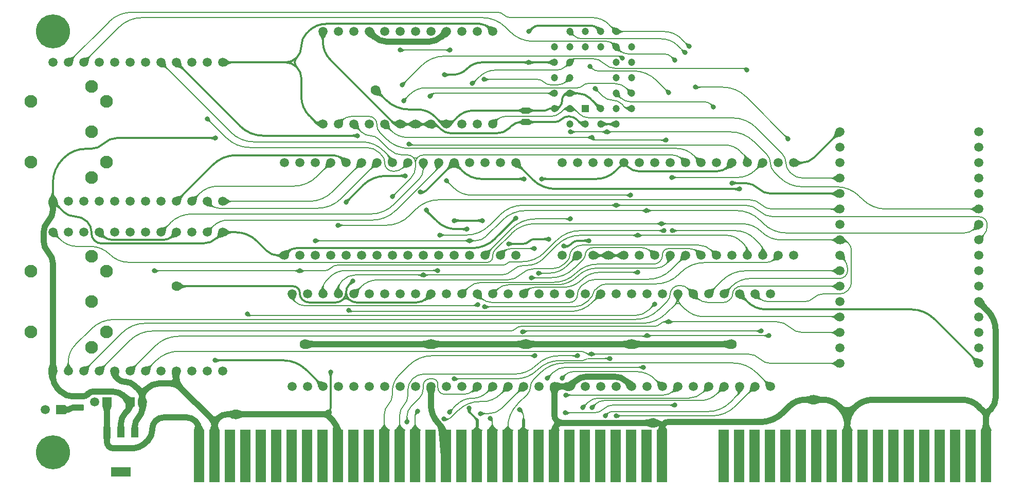
<source format=gtl>
%TF.GenerationSoftware,KiCad,Pcbnew,8.0.7*%
%TF.CreationDate,2025-02-09T14:06:44+02:00*%
%TF.ProjectId,LCD Board,4c434420-426f-4617-9264-2e6b69636164,V1*%
%TF.SameCoordinates,Original*%
%TF.FileFunction,Copper,L1,Top*%
%TF.FilePolarity,Positive*%
%FSLAX46Y46*%
G04 Gerber Fmt 4.6, Leading zero omitted, Abs format (unit mm)*
G04 Created by KiCad (PCBNEW 8.0.7) date 2025-02-09 14:06:44*
%MOMM*%
%LPD*%
G01*
G04 APERTURE LIST*
G04 Aperture macros list*
%AMRoundRect*
0 Rectangle with rounded corners*
0 $1 Rounding radius*
0 $2 $3 $4 $5 $6 $7 $8 $9 X,Y pos of 4 corners*
0 Add a 4 corners polygon primitive as box body*
4,1,4,$2,$3,$4,$5,$6,$7,$8,$9,$2,$3,0*
0 Add four circle primitives for the rounded corners*
1,1,$1+$1,$2,$3*
1,1,$1+$1,$4,$5*
1,1,$1+$1,$6,$7*
1,1,$1+$1,$8,$9*
0 Add four rect primitives between the rounded corners*
20,1,$1+$1,$2,$3,$4,$5,0*
20,1,$1+$1,$4,$5,$6,$7,0*
20,1,$1+$1,$6,$7,$8,$9,0*
20,1,$1+$1,$8,$9,$2,$3,0*%
G04 Aperture macros list end*
%TA.AperFunction,EtchedComponent*%
%ADD10C,0.000000*%
%TD*%
%TA.AperFunction,SMDPad,CuDef*%
%ADD11C,0.500000*%
%TD*%
%TA.AperFunction,ComponentPad*%
%ADD12R,1.500000X1.500000*%
%TD*%
%TA.AperFunction,ComponentPad*%
%ADD13C,1.500000*%
%TD*%
%TA.AperFunction,SMDPad,CuDef*%
%ADD14RoundRect,0.250000X0.475000X-0.250000X0.475000X0.250000X-0.475000X0.250000X-0.475000X-0.250000X0*%
%TD*%
%TA.AperFunction,WasherPad*%
%ADD15C,2.100000*%
%TD*%
%TA.AperFunction,ComponentPad*%
%ADD16C,5.600000*%
%TD*%
%TA.AperFunction,SMDPad,CuDef*%
%ADD17RoundRect,0.250000X0.450000X-0.262500X0.450000X0.262500X-0.450000X0.262500X-0.450000X-0.262500X0*%
%TD*%
%TA.AperFunction,ConnectorPad*%
%ADD18R,1.780000X8.620000*%
%TD*%
%TA.AperFunction,ComponentPad*%
%ADD19R,1.200000X1.200000*%
%TD*%
%TA.AperFunction,ComponentPad*%
%ADD20C,1.200000*%
%TD*%
%TA.AperFunction,SMDPad,CuDef*%
%ADD21R,1.200000X1.500000*%
%TD*%
%TA.AperFunction,SMDPad,CuDef*%
%ADD22R,3.300000X1.500000*%
%TD*%
%TA.AperFunction,ViaPad*%
%ADD23C,0.800000*%
%TD*%
%TA.AperFunction,ViaPad*%
%ADD24C,1.600000*%
%TD*%
%TA.AperFunction,Conductor*%
%ADD25C,0.380000*%
%TD*%
%TA.AperFunction,Conductor*%
%ADD26C,1.000000*%
%TD*%
%TA.AperFunction,Conductor*%
%ADD27C,0.200000*%
%TD*%
G04 APERTURE END LIST*
D10*
%TA.AperFunction,EtchedComponent*%
%TO.C,NT3*%
G36*
X53590000Y4961000D02*
G01*
X53090000Y4961000D01*
X53090000Y5961000D01*
X53590000Y5961000D01*
X53590000Y4961000D01*
G37*
%TD.AperFunction*%
%TA.AperFunction,EtchedComponent*%
%TO.C,NT1*%
G36*
X45970000Y4961000D02*
G01*
X45470000Y4961000D01*
X45470000Y5961000D01*
X45970000Y5961000D01*
X45970000Y4961000D01*
G37*
%TD.AperFunction*%
%TD*%
D11*
%TO.P,NT3,1,1*%
%TO.N,~{Enable}_{D}*%
X53340000Y4961000D03*
%TO.P,NT3,2,2*%
%TO.N,/~{Device Select}*%
X53340000Y5961000D03*
%TD*%
D12*
%TO.P,C3,1*%
%TO.N,/5V*%
X-11430000Y8890000D03*
D13*
%TO.P,C3,2*%
%TO.N,GND*%
X-9430000Y8890000D03*
%TD*%
D11*
%TO.P,NT1,1,1*%
%TO.N,~{Interrupt}_{D}*%
X45720000Y4961000D03*
%TO.P,NT1,2,2*%
%TO.N,/3.3V*%
X45720000Y5961000D03*
%TD*%
D12*
%TO.P,LED1,1,K*%
%TO.N,Net-(LED1-K)*%
X-22860000Y7620000D03*
D13*
%TO.P,LED1,2,A*%
%TO.N,GND*%
X-25400000Y7620000D03*
%TD*%
%TO.P,B6,1,5V*%
%TO.N,/5V*%
X20320000Y54610000D03*
%TO.P,B6,2,~{Device_RAM}*%
%TO.N,/~{Device RAM}*%
X22860000Y54610000D03*
%TO.P,B6,3,~{Device_Registers}*%
%TO.N,/~{Device Registers}*%
X25400000Y54610000D03*
%TO.P,B6,4,GND*%
%TO.N,GND*%
X27940000Y54610000D03*
%TO.P,B6,5,~{Device_ROM}*%
%TO.N,/~{Device ROM}*%
X30480000Y54610000D03*
%TO.P,B6,6,H2_{REG}*%
%TO.N,/3.3V*%
X33020000Y54610000D03*
%TO.P,B6,7,H1_{REG}*%
X35560000Y54610000D03*
%TO.P,B6,8,H0_{REG}*%
X38100000Y54610000D03*
%TO.P,B6,9,GND*%
%TO.N,GND*%
X40640000Y54610000D03*
%TO.P,B6,10,~{RD}*%
%TO.N,/~{RD}*%
X43180000Y54610000D03*
%TO.P,B6,11,~{Device_Select}*%
%TO.N,/~{Device Select}*%
X45720000Y54610000D03*
%TO.P,B6,12,~{WD}*%
%TO.N,/~{WD}*%
X48260000Y54610000D03*
%TO.P,B6,13,5V*%
%TO.N,/5V*%
X48260000Y69850000D03*
%TO.P,B6,14,N.C.*%
%TO.N,unconnected-(B6-N.C.-Pad14)*%
X45720000Y69850000D03*
%TO.P,B6,15,N.C.*%
%TO.N,unconnected-(B6-N.C.-Pad15)*%
X43180000Y69850000D03*
%TO.P,B6,16,GND*%
%TO.N,GND*%
X40640000Y69850000D03*
%TO.P,B6,17,H0_{OUT}*%
%TO.N,H0_{D}*%
X38100000Y69850000D03*
%TO.P,B6,18,H1_{OUT}*%
%TO.N,H1_{D}*%
X35560000Y69850000D03*
%TO.P,B6,19,H2_{OUT}*%
%TO.N,H2_{D}*%
X33020000Y69850000D03*
%TO.P,B6,20,N.C.*%
%TO.N,unconnected-(B6-N.C.-Pad20)*%
X30480000Y69850000D03*
%TO.P,B6,21,GND*%
%TO.N,GND*%
X27940000Y69850000D03*
%TO.P,B6,22,N.C.*%
%TO.N,unconnected-(B6-N.C.-Pad22)*%
X25400000Y69850000D03*
%TO.P,B6,23,N.C.*%
%TO.N,unconnected-(B6-N.C.-Pad23)*%
X22860000Y69850000D03*
%TO.P,B6,24,3.3V*%
%TO.N,/3.3V*%
X20320000Y69850000D03*
%TD*%
D14*
%TO.P,C1,1*%
%TO.N,/3.3V*%
X53721000Y54946000D03*
%TO.P,C1,2*%
%TO.N,GND*%
X53721000Y56846000D03*
%TD*%
D12*
%TO.P,C4,1*%
%TO.N,12V*%
X-15240000Y8890000D03*
D13*
%TO.P,C4,2*%
%TO.N,GND*%
X-17240000Y8890000D03*
%TD*%
D15*
%TO.P,B4,*%
%TO.N,*%
X-17780000Y45840000D03*
X-27780000Y48340000D03*
X-15280000Y48340000D03*
X-17780000Y53340000D03*
X-27780000Y58340000D03*
X-15280000Y58340000D03*
X-17780000Y60840000D03*
D13*
%TO.P,B4,1,5V*%
%TO.N,/5V*%
X-24130000Y41910000D03*
%TO.P,B4,2,D4*%
%TO.N,/D3*%
X-21590000Y41910000D03*
%TO.P,B4,3,D3*%
%TO.N,/D4*%
X-19050000Y41910000D03*
%TO.P,B4,4,D2*%
%TO.N,/D5*%
X-16510000Y41910000D03*
%TO.P,B4,5,GND*%
%TO.N,GND*%
X-13970000Y41910000D03*
%TO.P,B4,6,D1*%
%TO.N,/D6*%
X-11430000Y41910000D03*
%TO.P,B4,7,D0*%
%TO.N,/D7*%
X-8890000Y41910000D03*
%TO.P,B4,8,~{Reset}*%
%TO.N,/~{Reset}*%
X-6350000Y41910000D03*
%TO.P,B4,9,GND*%
%TO.N,GND*%
X-3810000Y41910000D03*
%TO.P,B4,10,Serial_PL*%
%TO.N,/Serial PL*%
X-1270000Y41910000D03*
%TO.P,B4,11,Serial_CP*%
%TO.N,/Serial CP*%
X1270000Y41910000D03*
%TO.P,B4,12,~{Serial_CP}*%
%TO.N,/~{Serial CP}*%
X3810000Y41910000D03*
%TO.P,B4,13,5V*%
%TO.N,/5V*%
X3810000Y64770000D03*
%TO.P,B4,14,~{Read_High}*%
%TO.N,/~{Y1}*%
X1270000Y64770000D03*
%TO.P,B4,15,Serial_Data*%
%TO.N,unconnected-(B4-Serial_Data-Pad15)*%
X-1270000Y64770000D03*
%TO.P,B4,16,GND*%
%TO.N,GND*%
X-3810000Y64770000D03*
%TO.P,B4,17,~{Read_Low}*%
%TO.N,/~{Y0}*%
X-6350000Y64770000D03*
%TO.P,B4,18,N.C.*%
%TO.N,unconnected-(B4-N.C.-Pad18)*%
X-8890000Y64770000D03*
%TO.P,B4,19,N.C.*%
%TO.N,unconnected-(B4-N.C.-Pad19)*%
X-11430000Y64770000D03*
%TO.P,B4,20,N.C.*%
%TO.N,unconnected-(B4-N.C.-Pad20)*%
X-13970000Y64770000D03*
%TO.P,B4,21,GND*%
%TO.N,GND*%
X-16510000Y64770000D03*
%TO.P,B4,22,D5*%
%TO.N,/D2*%
X-19050000Y64770000D03*
%TO.P,B4,23,D6*%
%TO.N,/D1*%
X-21590000Y64770000D03*
%TO.P,B4,24,D7*%
%TO.N,/D0*%
X-24130000Y64770000D03*
%TD*%
%TO.P,B1,1,5V*%
%TO.N,/5V*%
X105410000Y53340000D03*
%TO.P,B1,2,N.C.*%
%TO.N,unconnected-(B1-N.C.-Pad2)*%
X105410000Y50800000D03*
%TO.P,B1,3,~{RD}*%
%TO.N,/~{RD}*%
X105410000Y48260000D03*
%TO.P,B1,4,~{WD}*%
%TO.N,/~{WD}*%
X105410000Y45720000D03*
%TO.P,B1,5,GND*%
%TO.N,GND*%
X105410000Y43180000D03*
%TO.P,B1,6,~{CS}*%
%TO.N,/~{LCD Select}*%
X105410000Y40640000D03*
%TO.P,B1,7,N.C.*%
%TO.N,unconnected-(B1-N.C.-Pad7)*%
X105410000Y38100000D03*
%TO.P,B1,8,D0*%
%TO.N,/D0*%
X105410000Y35560000D03*
%TO.P,B1,9,D1*%
%TO.N,/D1*%
X105410000Y33020000D03*
%TO.P,B1,10,D2*%
%TO.N,/D2*%
X105410000Y30480000D03*
%TO.P,B1,11,D3*%
%TO.N,/D3*%
X105410000Y27940000D03*
%TO.P,B1,12,GND*%
%TO.N,GND*%
X105410000Y25400000D03*
%TO.P,B1,13,D4*%
%TO.N,/D4*%
X105410000Y22860000D03*
%TO.P,B1,14,D5*%
%TO.N,/D5*%
X105410000Y20320000D03*
%TO.P,B1,15,D6*%
%TO.N,/D6*%
X105410000Y17780000D03*
%TO.P,B1,16,D7*%
%TO.N,/D7*%
X105410000Y15240000D03*
%TO.P,B1,17,5V*%
%TO.N,/5V*%
X128270000Y15240000D03*
%TO.P,B1,18,N.C.*%
%TO.N,unconnected-(B1-N.C.-Pad18)*%
X128270000Y17780000D03*
%TO.P,B1,19,N.C.*%
%TO.N,unconnected-(B1-N.C.-Pad19)*%
X128270000Y20320000D03*
%TO.P,B1,20,N.C.*%
%TO.N,unconnected-(B1-N.C.-Pad20)*%
X128270000Y22860000D03*
%TO.P,B1,21,GND*%
%TO.N,GND*%
X128270000Y25400000D03*
%TO.P,B1,22,N.C.*%
%TO.N,unconnected-(B1-N.C.-Pad22)*%
X128270000Y27940000D03*
%TO.P,B1,23,N.C.*%
%TO.N,unconnected-(B1-N.C.-Pad23)*%
X128270000Y30480000D03*
%TO.P,B1,24,N.C.*%
%TO.N,unconnected-(B1-N.C.-Pad24)*%
X128270000Y33020000D03*
%TO.P,B1,25,A2*%
%TO.N,/A2*%
X128270000Y35560000D03*
%TO.P,B1,26,A1*%
%TO.N,/A1*%
X128270000Y38100000D03*
%TO.P,B1,27,A0*%
%TO.N,/A0*%
X128270000Y40640000D03*
%TO.P,B1,28,GND*%
%TO.N,GND*%
X128270000Y43180000D03*
%TO.P,B1,29,N.C.*%
%TO.N,unconnected-(B1-N.C.-Pad29)*%
X128270000Y45720000D03*
%TO.P,B1,30,N.C.*%
%TO.N,unconnected-(B1-N.C.-Pad30)*%
X128270000Y48260000D03*
%TO.P,B1,31,N.C.*%
%TO.N,unconnected-(B1-N.C.-Pad31)*%
X128270000Y50800000D03*
%TO.P,B1,32,N.C.*%
%TO.N,unconnected-(B1-N.C.-Pad32)*%
X128270000Y53340000D03*
%TD*%
D16*
%TO.P,H7,1,GND*%
%TO.N,GND*%
X-24130000Y69850000D03*
%TD*%
D15*
%TO.P,B5,*%
%TO.N,*%
X-17780000Y17900000D03*
X-27780000Y20400000D03*
X-15280000Y20400000D03*
X-17780000Y25400000D03*
X-27780000Y30400000D03*
X-15280000Y30400000D03*
X-17780000Y32900000D03*
D13*
%TO.P,B5,1,5V*%
%TO.N,/5V*%
X-24130000Y13970000D03*
%TO.P,B5,2,D4*%
%TO.N,/D3*%
X-21590000Y13970000D03*
%TO.P,B5,3,D3*%
%TO.N,/D4*%
X-19050000Y13970000D03*
%TO.P,B5,4,D2*%
%TO.N,/D5*%
X-16510000Y13970000D03*
%TO.P,B5,5,GND*%
%TO.N,GND*%
X-13970000Y13970000D03*
%TO.P,B5,6,D1*%
%TO.N,/D6*%
X-11430000Y13970000D03*
%TO.P,B5,7,D0*%
%TO.N,/D7*%
X-8890000Y13970000D03*
%TO.P,B5,8,~{Reset}*%
%TO.N,/~{Reset}*%
X-6350000Y13970000D03*
%TO.P,B5,9,GND*%
%TO.N,GND*%
X-3810000Y13970000D03*
%TO.P,B5,10,Serial_PL*%
%TO.N,/Serial PL*%
X-1270000Y13970000D03*
%TO.P,B5,11,Serial_CP*%
%TO.N,/Serial CP*%
X1270000Y13970000D03*
%TO.P,B5,12,~{Serial_CP}*%
%TO.N,/~{Serial CP}*%
X3810000Y13970000D03*
%TO.P,B5,13,5V*%
%TO.N,/5V*%
X3810000Y36830000D03*
%TO.P,B5,14,~{Read_High}*%
%TO.N,/~{Y3}*%
X1270000Y36830000D03*
%TO.P,B5,15,Serial_Data*%
%TO.N,unconnected-(B5-Serial_Data-Pad15)*%
X-1270000Y36830000D03*
%TO.P,B5,16,GND*%
%TO.N,GND*%
X-3810000Y36830000D03*
%TO.P,B5,17,~{Read_Low}*%
%TO.N,/~{Y2}*%
X-6350000Y36830000D03*
%TO.P,B5,18,N.C.*%
%TO.N,unconnected-(B5-N.C.-Pad18)*%
X-8890000Y36830000D03*
%TO.P,B5,19,N.C.*%
%TO.N,unconnected-(B5-N.C.-Pad19)*%
X-11430000Y36830000D03*
%TO.P,B5,20,N.C.*%
%TO.N,unconnected-(B5-N.C.-Pad20)*%
X-13970000Y36830000D03*
%TO.P,B5,21,GND*%
%TO.N,GND*%
X-16510000Y36830000D03*
%TO.P,B5,22,D5*%
%TO.N,/D2*%
X-19050000Y36830000D03*
%TO.P,B5,23,D6*%
%TO.N,/D1*%
X-21590000Y36830000D03*
%TO.P,B5,24,D7*%
%TO.N,/D0*%
X-24130000Y36830000D03*
%TD*%
D17*
%TO.P,R2,1*%
%TO.N,Net-(LED1-K)*%
X-19695000Y7977500D03*
%TO.P,R2,2*%
%TO.N,/5V*%
X-19695000Y9802500D03*
%TD*%
D13*
%TO.P,B16,1,A0_{IN}*%
%TO.N,A0_{D}*%
X15240000Y11430000D03*
%TO.P,B16,2,A1_{IN}*%
%TO.N,A1_{D}*%
X17780000Y11430000D03*
%TO.P,B16,3,5V*%
%TO.N,/5V*%
X20320000Y11430000D03*
%TO.P,B16,4,A2_{IN}*%
%TO.N,A2_{D}*%
X22860000Y11430000D03*
%TO.P,B16,5,A3_{IN}*%
%TO.N,A3_{D}*%
X25400000Y11430000D03*
%TO.P,B16,6,A4_{IN}*%
%TO.N,A4_{D}*%
X27940000Y11430000D03*
%TO.P,B16,7,A5_{IN}*%
%TO.N,A5_{D}*%
X30480000Y11430000D03*
%TO.P,B16,8,A6_{IN}*%
%TO.N,A6_{D}*%
X33020000Y11430000D03*
%TO.P,B16,9,A7_{IN}*%
%TO.N,A7_{D}*%
X35560000Y11430000D03*
%TO.P,B16,10,GND*%
%TO.N,GND*%
X38100000Y11430000D03*
%TO.P,B16,11,A8_{IN}*%
%TO.N,A8_{D}*%
X40640000Y11430000D03*
%TO.P,B16,12,A9_{IN}*%
%TO.N,A9_{D}*%
X43180000Y11430000D03*
%TO.P,B16,13,A10_{IN}*%
%TO.N,A10_{D}*%
X45720000Y11430000D03*
%TO.P,B16,14,A11_{IN}*%
%TO.N,A11_{D}*%
X48260000Y11430000D03*
%TO.P,B16,15,A12_{IN}*%
%TO.N,A12_{D}*%
X50800000Y11430000D03*
%TO.P,B16,16,A13_{IN}*%
%TO.N,A13_{D}*%
X53340000Y11430000D03*
%TO.P,B16,17,A14_{IN}*%
%TO.N,A14_{D}*%
X55880000Y11430000D03*
%TO.P,B16,18,A15_{IN}*%
%TO.N,GND*%
X58420000Y11430000D03*
%TO.P,B16,19,A16_{IN}*%
X60960000Y11430000D03*
%TO.P,B16,20,~{RD}_{IN}*%
%TO.N,~{RD}_{D}*%
X63500000Y11430000D03*
%TO.P,B16,21,~{WD}_{IN}*%
%TO.N,~{WD}_{D}*%
X66040000Y11430000D03*
%TO.P,B16,22,S_{IN}*%
%TO.N,CLK_{D}*%
X68580000Y11430000D03*
%TO.P,B16,23,GND*%
%TO.N,GND*%
X71120000Y11430000D03*
%TO.P,B16,24,D7_{IN/OUT}*%
%TO.N,D7_{D}*%
X73660000Y11430000D03*
%TO.P,B16,25,D6_{IN/OUT}*%
%TO.N,D6_{D}*%
X76200000Y11430000D03*
%TO.P,B16,26,D5_{IN/OUT}*%
%TO.N,D5_{D}*%
X78740000Y11430000D03*
%TO.P,B16,27,D4_{IN/OUT}*%
%TO.N,D4_{D}*%
X81280000Y11430000D03*
%TO.P,B16,28,D3_{IN/OUT}*%
%TO.N,D3_{D}*%
X83820000Y11430000D03*
%TO.P,B16,29,D2_{IN/OUT}*%
%TO.N,D2_{D}*%
X86360000Y11430000D03*
%TO.P,B16,30,D1_{IN/OUT}*%
%TO.N,D1_{D}*%
X88900000Y11430000D03*
%TO.P,B16,31,D0_{IN/OUT}*%
%TO.N,D0_{D}*%
X91440000Y11430000D03*
%TO.P,B16,32,Deivce_~{CS}_{IN}*%
%TO.N,~{Select}_{D}*%
X93980000Y11430000D03*
%TO.P,B16,33,Deivce_~{CS}*%
%TO.N,/~{Device Select}*%
X93980000Y26670000D03*
%TO.P,B16,34,D0*%
%TO.N,/D0*%
X91440000Y26670000D03*
%TO.P,B16,35,5V*%
%TO.N,/5V*%
X88900000Y26670000D03*
%TO.P,B16,36,D1*%
%TO.N,/D1*%
X86360000Y26670000D03*
%TO.P,B16,37,D2*%
%TO.N,/D2*%
X83820000Y26670000D03*
%TO.P,B16,38,D3*%
%TO.N,/D3*%
X81280000Y26670000D03*
%TO.P,B16,39,D4*%
%TO.N,/D4*%
X78740000Y26670000D03*
%TO.P,B16,40,D5*%
%TO.N,/D5*%
X76200000Y26670000D03*
%TO.P,B16,41,D6*%
%TO.N,/D6*%
X73660000Y26670000D03*
%TO.P,B16,42,GND*%
%TO.N,GND*%
X71120000Y26670000D03*
%TO.P,B16,43,D7*%
%TO.N,/D7*%
X68580000Y26670000D03*
%TO.P,B16,44,S*%
%TO.N,/CLK*%
X66040000Y26670000D03*
%TO.P,B16,45,~{WD}*%
%TO.N,/~{WD}*%
X63500000Y26670000D03*
%TO.P,B16,46,~{RD}*%
%TO.N,/~{RD}*%
X60960000Y26670000D03*
%TO.P,B16,47,A16*%
%TO.N,unconnected-(B16-A16-Pad47)*%
X58420000Y26670000D03*
%TO.P,B16,48,A15*%
%TO.N,unconnected-(B16-A15-Pad48)*%
X55880000Y26670000D03*
%TO.P,B16,49,A14*%
%TO.N,/A14*%
X53340000Y26670000D03*
%TO.P,B16,50,A13*%
%TO.N,/A13*%
X50800000Y26670000D03*
%TO.P,B16,51,A12*%
%TO.N,/A12*%
X48260000Y26670000D03*
%TO.P,B16,52,A11*%
%TO.N,/A11*%
X45720000Y26670000D03*
%TO.P,B16,53,A10*%
%TO.N,/A10*%
X43180000Y26670000D03*
%TO.P,B16,54,A9*%
%TO.N,/A9*%
X40640000Y26670000D03*
%TO.P,B16,55,GND*%
%TO.N,GND*%
X38100000Y26670000D03*
%TO.P,B16,56,A8*%
%TO.N,/A8*%
X35560000Y26670000D03*
%TO.P,B16,57,A7*%
%TO.N,/A7*%
X33020000Y26670000D03*
%TO.P,B16,58,A6*%
%TO.N,/A6*%
X30480000Y26670000D03*
%TO.P,B16,59,A5*%
%TO.N,/A5*%
X27940000Y26670000D03*
%TO.P,B16,60,A4*%
%TO.N,/A4*%
X25400000Y26670000D03*
%TO.P,B16,61,A3*%
%TO.N,/A3*%
X22860000Y26670000D03*
%TO.P,B16,62,A2*%
%TO.N,/A2*%
X20320000Y26670000D03*
%TO.P,B16,63,A1*%
%TO.N,/A1*%
X17780000Y26670000D03*
%TO.P,B16,64,A0*%
%TO.N,/A0*%
X15240000Y26670000D03*
%TD*%
D16*
%TO.P,H10,1,GND*%
%TO.N,GND*%
X-24130000Y635000D03*
%TD*%
D18*
%TO.P,J1,B1,B1*%
%TO.N,12V*%
X-50800Y0D03*
%TO.P,J1,B2,B2*%
%TO.N,GND*%
X2489200Y0D03*
%TO.P,J1,B3,B3*%
%TO.N,CLK_{M}*%
X5029200Y0D03*
%TO.P,J1,B4,B4*%
%TO.N,unconnected-(J1-PadB4)*%
X7569200Y0D03*
%TO.P,J1,B5,B5*%
%TO.N,unconnected-(J1-PadB5)*%
X10109200Y0D03*
%TO.P,J1,B6,B6*%
%TO.N,unconnected-(J1-PadB6)*%
X12649200Y0D03*
%TO.P,J1,B7,B7*%
%TO.N,unconnected-(J1-PadB7)*%
X15189200Y0D03*
%TO.P,J1,B8,B8*%
%TO.N,unconnected-(J1-PadB8)*%
X17729200Y0D03*
%TO.P,J1,B9,B9*%
%TO.N,~{Main}*%
X20269200Y0D03*
%TO.P,J1,B10,B10*%
%TO.N,GND*%
X22809200Y0D03*
%TO.P,J1,B11,B11*%
%TO.N,~{Main Access}*%
X25349200Y0D03*
%TO.P,J1,B12,B12*%
%TO.N,unconnected-(J1-PadB12)*%
X27889200Y0D03*
%TO.P,J1,B13,B13*%
%TO.N,~{RD}_{D}*%
X30429200Y0D03*
%TO.P,J1,B14,B14*%
%TO.N,~{WD}_{D}*%
X32969200Y0D03*
%TO.P,J1,B15,B15*%
%TO.N,CLK_{D}*%
X35509200Y0D03*
%TO.P,J1,B16,B16*%
%TO.N,~{CLK}_{D}*%
X38049200Y0D03*
%TO.P,J1,B17,B17*%
%TO.N,GND*%
X40589200Y0D03*
%TO.P,J1,B18,B18*%
%TO.N,unconnected-(J1-PadB18)*%
X43129200Y0D03*
%TO.P,J1,B19,B19*%
%TO.N,~{Interrupt}_{D}*%
X45669200Y0D03*
%TO.P,J1,B20,B20*%
%TO.N,~{Reset}_{D}*%
X48209200Y0D03*
%TO.P,J1,B21,B21*%
%TO.N,~{Select}_{D}*%
X50749200Y0D03*
%TO.P,J1,B22,B22*%
%TO.N,~{Enable}_{D}*%
X53289200Y0D03*
%TO.P,J1,B23,B23*%
%TO.N,unconnected-(J1-PadB23)*%
X55829200Y0D03*
%TO.P,J1,B24,B24*%
%TO.N,GND*%
X58369200Y0D03*
%TO.P,J1,B25,B25*%
%TO.N,unconnected-(J1-PadB25)*%
X60909200Y0D03*
%TO.P,J1,B26,B26*%
%TO.N,unconnected-(J1-PadB26)*%
X63449200Y0D03*
%TO.P,J1,B27,B27*%
%TO.N,unconnected-(J1-PadB27)*%
X65989200Y0D03*
%TO.P,J1,B28,B28*%
%TO.N,unconnected-(J1-PadB28)*%
X68529200Y0D03*
%TO.P,J1,B29,B29*%
%TO.N,~{Memory_A}*%
X71069200Y0D03*
%TO.P,J1,B30,B30*%
%TO.N,~{Memory_B}*%
X73609200Y0D03*
%TO.P,J1,B31,B31*%
%TO.N,GND*%
X76149200Y0D03*
%TO.P,J1,D1,D1*%
%TO.N,unconnected-(J1-PadD1)*%
X86309200Y0D03*
%TO.P,J1,D2,D2*%
%TO.N,unconnected-(J1-PadD2)*%
X88849200Y0D03*
%TO.P,J1,D3,D3*%
%TO.N,unconnected-(J1-PadD3)*%
X91389200Y0D03*
%TO.P,J1,D4,D4*%
%TO.N,unconnected-(J1-PadD4)*%
X93929200Y0D03*
%TO.P,J1,D5,D5*%
%TO.N,unconnected-(J1-PadD5)*%
X96469200Y0D03*
%TO.P,J1,D6,D6*%
%TO.N,unconnected-(J1-PadD6)*%
X99009200Y0D03*
%TO.P,J1,D7,D7*%
%TO.N,unconnected-(J1-PadD7)*%
X101549200Y0D03*
%TO.P,J1,D8,D8*%
%TO.N,unconnected-(J1-PadD8)*%
X104089200Y0D03*
%TO.P,J1,D9,D9*%
%TO.N,GND*%
X106629200Y0D03*
%TO.P,J1,D10,D10*%
%TO.N,unconnected-(J1-PadD10)*%
X109169200Y0D03*
%TO.P,J1,D11,D11*%
%TO.N,unconnected-(J1-PadD11)*%
X111709200Y0D03*
%TO.P,J1,D12,D12*%
%TO.N,unconnected-(J1-PadD12)*%
X114249200Y0D03*
%TO.P,J1,D13,D13*%
%TO.N,unconnected-(J1-PadD13)*%
X116789200Y0D03*
%TO.P,J1,D14,D14*%
%TO.N,unconnected-(J1-PadD14)*%
X119329200Y0D03*
%TO.P,J1,D15,D15*%
%TO.N,unconnected-(J1-PadD15)*%
X121869200Y0D03*
%TO.P,J1,D16,D16*%
%TO.N,unconnected-(J1-PadD16)*%
X124409200Y0D03*
%TO.P,J1,D17,D17*%
%TO.N,unconnected-(J1-PadD17)*%
X126949200Y0D03*
%TO.P,J1,D18,D18*%
%TO.N,GND*%
X129489200Y0D03*
%TD*%
D13*
%TO.P,B2,1,5V*%
%TO.N,/5V*%
X13970000Y33020000D03*
%TO.P,B2,2,~{Reset}*%
%TO.N,/~{Reset}*%
X16510000Y33020000D03*
%TO.P,B2,3,N.C.*%
%TO.N,unconnected-(B2-N.C.-Pad3)*%
X19050000Y33020000D03*
%TO.P,B2,4,CLK*%
%TO.N,/CLK*%
X21590000Y33020000D03*
%TO.P,B2,5,GND*%
%TO.N,GND*%
X24130000Y33020000D03*
%TO.P,B2,6,N.C.*%
%TO.N,unconnected-(B2-N.C.-Pad6)*%
X26670000Y33020000D03*
%TO.P,B2,7,CEP*%
%TO.N,unconnected-(B2-CEP-Pad7)*%
X29210000Y33020000D03*
%TO.P,B2,8,~{Device_Registers}*%
%TO.N,/~{Device Registers}*%
X31750000Y33020000D03*
%TO.P,B2,9,~{A3}*%
%TO.N,/~{A3}*%
X34290000Y33020000D03*
%TO.P,B2,10,A3*%
%TO.N,/A3*%
X36830000Y33020000D03*
%TO.P,B2,11,A2*%
%TO.N,/A2*%
X39370000Y33020000D03*
%TO.P,B2,12,GND*%
%TO.N,GND*%
X41910000Y33020000D03*
%TO.P,B2,13,A1*%
%TO.N,/A1*%
X44450000Y33020000D03*
%TO.P,B2,14,A0*%
%TO.N,/A0*%
X46990000Y33020000D03*
%TO.P,B2,15,~{RD}*%
%TO.N,/~{RD}*%
X49530000Y33020000D03*
%TO.P,B2,16,~{Y7}*%
%TO.N,unconnected-(B2-~{Y7}-Pad16)*%
X52070000Y33020000D03*
%TO.P,B2,17,5V*%
%TO.N,/5V*%
X52070000Y48260000D03*
%TO.P,B2,18,~{Y6}*%
%TO.N,unconnected-(B2-~{Y6}-Pad18)*%
X49530000Y48260000D03*
%TO.P,B2,19,~{Y5}*%
%TO.N,unconnected-(B2-~{Y5}-Pad19)*%
X46990000Y48260000D03*
%TO.P,B2,20,~{Y4}*%
%TO.N,unconnected-(B2-~{Y4}-Pad20)*%
X44450000Y48260000D03*
%TO.P,B2,21,GND*%
%TO.N,GND*%
X41910000Y48260000D03*
%TO.P,B2,22,~{Y3}*%
%TO.N,/~{Y3}*%
X39370000Y48260000D03*
%TO.P,B2,23,~{Y2}*%
%TO.N,/~{Y2}*%
X36830000Y48260000D03*
%TO.P,B2,24,~{Y1}*%
%TO.N,/~{Y1}*%
X34290000Y48260000D03*
%TO.P,B2,25,~{Y0}*%
%TO.N,/~{Y0}*%
X31750000Y48260000D03*
%TO.P,B2,26,Serial_CP*%
%TO.N,/Serial CP*%
X29210000Y48260000D03*
%TO.P,B2,27,~{Serial_CP}*%
%TO.N,/~{Serial CP}*%
X26670000Y48260000D03*
%TO.P,B2,28,GND*%
%TO.N,GND*%
X24130000Y48260000D03*
%TO.P,B2,29,Serial_PL*%
%TO.N,/Serial PL*%
X21590000Y48260000D03*
%TO.P,B2,30,~{Serial_Select}*%
%TO.N,unconnected-(B2-~{Serial_Select}-Pad30)*%
X19050000Y48260000D03*
%TO.P,B2,31,~{LCD_Select}*%
%TO.N,/~{LCD Select}*%
X16510000Y48260000D03*
%TO.P,B2,32,N.C.*%
%TO.N,unconnected-(B2-N.C.-Pad32)*%
X13970000Y48260000D03*
%TD*%
D19*
%TO.P,IC1,1,N.C.*%
%TO.N,unconnected-(IC1-N.C.-Pad1)*%
X63500000Y57150000D03*
D20*
%TO.P,IC1,2,A16*%
%TO.N,GND*%
X66040000Y54610000D03*
%TO.P,IC1,3,A15*%
X66040000Y57150000D03*
%TO.P,IC1,4,A12*%
X68580000Y54610000D03*
%TO.P,IC1,5,A7*%
%TO.N,/A7*%
X71120000Y57150000D03*
%TO.P,IC1,6,A6*%
%TO.N,/A6*%
X68580000Y57150000D03*
%TO.P,IC1,7,A5*%
%TO.N,/A5*%
X71120000Y59690000D03*
%TO.P,IC1,8,A4*%
%TO.N,/A4*%
X68580000Y59690000D03*
%TO.P,IC1,9,A3*%
%TO.N,/A3*%
X71120000Y62230000D03*
%TO.P,IC1,10,A2*%
%TO.N,/A2*%
X68580000Y62230000D03*
%TO.P,IC1,11,A1*%
%TO.N,/A1*%
X71120000Y64770000D03*
%TO.P,IC1,12,A0*%
%TO.N,/A0*%
X68580000Y64770000D03*
%TO.P,IC1,13,DQ0*%
%TO.N,/D0*%
X71120000Y67310000D03*
%TO.P,IC1,14,DQ1*%
%TO.N,/D1*%
X68580000Y69850000D03*
%TO.P,IC1,15,DQ2*%
%TO.N,/D2*%
X68580000Y67310000D03*
%TO.P,IC1,16,GND*%
%TO.N,GND*%
X66040000Y69850000D03*
%TO.P,IC1,17,DQ3*%
%TO.N,/D3*%
X66040000Y67310000D03*
%TO.P,IC1,18,DQ4*%
%TO.N,/D4*%
X63500000Y69850000D03*
%TO.P,IC1,19,DQ5*%
%TO.N,/D5*%
X63500000Y67310000D03*
%TO.P,IC1,20,DQ6*%
%TO.N,/D6*%
X60960000Y69850000D03*
%TO.P,IC1,21,DQ7*%
%TO.N,/D7*%
X58420000Y67310000D03*
%TO.P,IC1,22,~{CE}*%
%TO.N,/~{Device ROM}*%
X60960000Y67310000D03*
%TO.P,IC1,23,A10*%
%TO.N,GND*%
X58420000Y64770000D03*
%TO.P,IC1,24,~{OE}*%
%TO.N,/~{RD}*%
X60960000Y64770000D03*
%TO.P,IC1,25,A11*%
%TO.N,GND*%
X58420000Y62230000D03*
%TO.P,IC1,26,A9*%
%TO.N,/A9*%
X60960000Y62230000D03*
%TO.P,IC1,27,A8*%
%TO.N,/A8*%
X58420000Y59690000D03*
%TO.P,IC1,28,A13*%
%TO.N,GND*%
X60960000Y59690000D03*
%TO.P,IC1,29,A14*%
X58420000Y57150000D03*
%TO.P,IC1,30,N.C.*%
%TO.N,unconnected-(IC1-N.C.-Pad30)*%
X60960000Y54610000D03*
%TO.P,IC1,31,~{WE}*%
%TO.N,/~{WD}*%
X60960000Y57150000D03*
%TO.P,IC1,32,3V*%
%TO.N,/3.3V*%
X63500000Y54610000D03*
%TD*%
D13*
%TO.P,B3,1,5V*%
%TO.N,/5V*%
X59690000Y33020000D03*
%TO.P,B3,2,~{Device_Select}*%
%TO.N,/~{Device Select}*%
X62230000Y33020000D03*
%TO.P,B3,3,A16*%
%TO.N,GND*%
X64770000Y33020000D03*
%TO.P,B3,4,A15*%
X67310000Y33020000D03*
%TO.P,B3,5,GND*%
X69850000Y33020000D03*
%TO.P,B3,6,A14*%
%TO.N,/A14*%
X72390000Y33020000D03*
%TO.P,B3,7,A13*%
%TO.N,/A13*%
X74930000Y33020000D03*
%TO.P,B3,8,A12*%
%TO.N,/A12*%
X77470000Y33020000D03*
%TO.P,B3,9,A11*%
%TO.N,/A11*%
X80010000Y33020000D03*
%TO.P,B3,10,A10*%
%TO.N,/A10*%
X82550000Y33020000D03*
%TO.P,B3,11,A4*%
%TO.N,/A4*%
X85090000Y33020000D03*
%TO.P,B3,12,GND*%
%TO.N,GND*%
X87630000Y33020000D03*
%TO.P,B3,13,A3*%
%TO.N,/A3*%
X90170000Y33020000D03*
%TO.P,B3,14,~{Reset}_{IN2}*%
%TO.N,~{Reset}_{System}*%
X92710000Y33020000D03*
%TO.P,B3,15,~{Reset}_{IN1}*%
%TO.N,~{Reset}_{D}*%
X95250000Y33020000D03*
%TO.P,B3,16,N.C.*%
%TO.N,unconnected-(B3-N.C.-Pad16)*%
X97790000Y33020000D03*
%TO.P,B3,17,5V*%
%TO.N,/5V*%
X97790000Y48260000D03*
%TO.P,B3,18,Reset_{OUT}*%
%TO.N,unconnected-(B3-Reset_{OUT}-Pad18)*%
X95250000Y48260000D03*
%TO.P,B3,19,~{Reset}_{OUT}*%
%TO.N,/~{Reset}*%
X92710000Y48260000D03*
%TO.P,B3,20,~{A3}*%
%TO.N,/~{A3}*%
X90170000Y48260000D03*
%TO.P,B3,21,GND*%
%TO.N,GND*%
X87630000Y48260000D03*
%TO.P,B3,22,~{A4}*%
%TO.N,unconnected-(B3-~{A4}-Pad22)*%
X85090000Y48260000D03*
%TO.P,B3,23,~{Device_RAM}*%
%TO.N,/~{Device RAM}*%
X82550000Y48260000D03*
%TO.P,B3,24,~{Device_Registers}*%
%TO.N,/~{Device Registers}*%
X80010000Y48260000D03*
%TO.P,B3,25,~{Device_ROM}*%
%TO.N,/~{Device ROM}*%
X77470000Y48260000D03*
%TO.P,B3,26,N.C.*%
%TO.N,unconnected-(B3-N.C.-Pad26)*%
X74930000Y48260000D03*
%TO.P,B3,27,N.C.*%
%TO.N,unconnected-(B3-N.C.-Pad27)*%
X72390000Y48260000D03*
%TO.P,B3,28,GND*%
%TO.N,GND*%
X69850000Y48260000D03*
%TO.P,B3,29,N.C.*%
%TO.N,unconnected-(B3-N.C.-Pad29)*%
X67310000Y48260000D03*
%TO.P,B3,30,N.C.*%
%TO.N,unconnected-(B3-N.C.-Pad30)*%
X64770000Y48260000D03*
%TO.P,B3,31,N.C.*%
%TO.N,unconnected-(B3-N.C.-Pad31)*%
X62230000Y48260000D03*
%TO.P,B3,32,N.C.*%
%TO.N,unconnected-(B3-N.C.-Pad32)*%
X59690000Y48260000D03*
%TD*%
D21*
%TO.P,IC3,1,GND*%
%TO.N,GND*%
X-10640000Y3835000D03*
%TO.P,IC3,2,5.0VOut*%
%TO.N,/5V*%
X-12940000Y3835000D03*
%TO.P,IC3,3,15VIn*%
%TO.N,12V*%
X-15240000Y3835000D03*
D22*
%TO.P,IC3,4,N.C*%
%TO.N,unconnected-(IC3-N.C-Pad4)*%
X-12940000Y-2565000D03*
%TD*%
D23*
%TO.N,/5V*%
X88899999Y43941999D03*
X2540000Y15748000D03*
X2667000Y52324000D03*
X52070001Y39160663D03*
%TO.N,GND*%
X57531008Y35687000D03*
X56273000Y45593000D03*
X87630000Y5587994D03*
D24*
X-3810000Y27940012D03*
X53721000Y18415015D03*
D23*
X59944000Y34544000D03*
X50866000Y34913000D03*
X41910000Y38735000D03*
X25273000Y28829000D03*
X46609000Y38735000D03*
X87630000Y44909000D03*
X54229000Y69850000D03*
D24*
X74803000Y5461000D03*
D23*
X33909000Y46101000D03*
X54229000Y64770000D03*
X36322000Y43434000D03*
D24*
X87630000Y18415000D03*
X5842000Y6858000D03*
D23*
X53467000Y45593000D03*
X26035000Y52705006D03*
X24130000Y41783000D03*
X64120526Y35440000D03*
D24*
X71120000Y18415000D03*
X28956000Y60198000D03*
D23*
X21590000Y18415000D03*
D24*
X17272000Y18415000D03*
X38100000Y18415000D03*
X101219000Y9271000D03*
D23*
X21590000Y13843000D03*
X40277900Y62738000D03*
%TO.N,/D7*%
X64489746Y16786758D03*
%TO.N,/D6*%
X79902300Y66360100D03*
X93726000Y19812000D03*
X73660000Y19812000D03*
%TO.N,/D5*%
X77216000Y59817000D03*
X77216000Y22098000D03*
X64262000Y64135000D03*
%TO.N,/D4*%
X96901000Y52197000D03*
X81663300Y60687600D03*
%TO.N,/D2*%
X78232000Y65151000D03*
%TO.N,/D1*%
X80574200Y67421100D03*
%TO.N,/D0*%
X76073002Y38227000D03*
%TO.N,/3.3V*%
X37338002Y40513000D03*
X44371900Y7874000D03*
X44069000Y37338000D03*
%TO.N,/A9*%
X46863000Y61976000D03*
%TO.N,/A8*%
X37973000Y59182000D03*
%TO.N,/A7*%
X65151000Y60452000D03*
%TO.N,/A6*%
X33400998Y61087000D03*
X69622500Y65459700D03*
%TO.N,/A5*%
X33584700Y58448000D03*
%TO.N,/A4*%
X84622800Y57413300D03*
%TO.N,/A3*%
X72136000Y36322000D03*
X36829998Y29780000D03*
%TO.N,/A2*%
X39248974Y30530000D03*
X39561300Y36356500D03*
X68580002Y41275000D03*
%TO.N,/A1*%
X44450000Y35433000D03*
X19050000Y35433000D03*
X73618300Y40386000D03*
%TO.N,/A0*%
X61080000Y53334300D03*
X61080002Y39011102D03*
X67056000Y53334300D03*
X45817816Y24899000D03*
%TO.N,/A14*%
X72136000Y30226000D03*
%TO.N,/A13*%
X54610000Y29337000D03*
%TO.N,/~{RD}*%
X44909200Y61291900D03*
X55118001Y34162999D03*
X90128496Y63541500D03*
%TO.N,/~{Device ROM}*%
X76762200Y51966800D03*
X64573392Y52422446D03*
%TO.N,/~{Device Registers}*%
X31750000Y42672004D03*
%TO.N,~{Reset}_{System}*%
X77851000Y37084000D03*
X74930000Y25019000D03*
X7874000Y23368000D03*
%TO.N,/~{LCD Select}*%
X22796800Y37978300D03*
%TO.N,/~{Device Select}*%
X55810555Y30087000D03*
X92456000Y20574000D03*
X53213000Y20459000D03*
X52705000Y7620000D03*
%TO.N,/~{Reset}*%
X76454000Y37084000D03*
X16510000Y30480000D03*
X77723990Y45847000D03*
X-7450000Y30480000D03*
%TO.N,/CLK*%
X24528461Y24015000D03*
%TO.N,/~{A3}*%
X34481000Y51318100D03*
%TO.N,/~{Y1}*%
X1283400Y55512400D03*
%TO.N,~{Reset}_{D}*%
X46930991Y24546432D03*
X47879000Y6235000D03*
%TO.N,H2_{D}*%
X41275000Y66802000D03*
X33020000Y66802000D03*
%TO.N,H0_{D}*%
X40640000Y45339000D03*
X70993000Y42926000D03*
%TO.N,D0_{D}*%
X68621399Y6611000D03*
%TO.N,CLK_{D}*%
X41910000Y12700000D03*
X67564004Y16055000D03*
X35941000Y7366000D03*
%TO.N,D7_{D}*%
X73059900Y14605000D03*
X57276996Y12827000D03*
%TO.N,A11_{D}*%
X41148000Y7239000D03*
%TO.N,A10_{D}*%
X34163000Y5600000D03*
%TO.N,~{RD}_{D}*%
X55245000Y16510000D03*
%TO.N,A12_{D}*%
X40259000Y6096000D03*
%TO.N,~{WD}_{D}*%
X62230000Y16498000D03*
%TO.N,D3_{D}*%
X63106650Y8013350D03*
%TO.N,D1_{D}*%
X66788011Y6611000D03*
%TO.N,D4_{D}*%
X60198000Y7112000D03*
X78232002Y8382000D03*
%TO.N,D6_{D}*%
X59690004Y12827004D03*
%TO.N,D2_{D}*%
X64647750Y7996250D03*
%TO.N,D5_{D}*%
X60325000Y10032998D03*
%TO.N,A13_{D}*%
X46255056Y6974472D03*
%TD*%
D25*
%TO.N,/3.3V*%
X39623999Y53847999D02*
G75*
G03*
X41463630Y53086011I1839601J1839601D01*
G01*
X31852481Y54888518D02*
G75*
G03*
X32524884Y54609982I672419J672382D01*
G01*
X62133815Y55341184D02*
G75*
G03*
X60833000Y55880008I-1300815J-1300784D01*
G01*
X37338002Y40449499D02*
G75*
G03*
X37382906Y40341098I153298J1D01*
G01*
X52873000Y54946000D02*
G75*
G03*
X51425363Y54346383I0J-2047300D01*
G01*
X39131407Y54340592D02*
G75*
G03*
X38481000Y54610004I-650407J-650392D01*
G01*
X59604000Y55413000D02*
G75*
G02*
X58476562Y54946016I-1127400J1127400D01*
G01*
X39083862Y38640137D02*
G75*
G03*
X42227500Y37338007I3143638J3143663D01*
G01*
X51095000Y54016000D02*
G75*
G02*
X48849781Y53086008I-2245200J2245200D01*
G01*
X62640493Y54834506D02*
G75*
G03*
X63182500Y54609996I542007J541994D01*
G01*
X44371900Y7591550D02*
G75*
G03*
X44571596Y7109351I681900J-50D01*
G01*
X60731437Y55880000D02*
G75*
G03*
X59603989Y55413011I-37J-1594400D01*
G01*
X20320000Y68135500D02*
G75*
G03*
X21532328Y65208659I4139200J0D01*
G01*
D26*
%TO.N,GND*%
X-13462000Y12700000D02*
G75*
G03*
X-12235579Y12192000I1226417J1226413D01*
G01*
X99695000Y9271000D02*
G75*
G03*
X97093361Y8193377I0J-3679300D01*
G01*
X106629200Y5021669D02*
G75*
G03*
X105384609Y8026409I-4249300J31D01*
G01*
X107873800Y8026400D02*
G75*
G03*
X106629213Y5021669I3004700J-3004700D01*
G01*
X105384599Y8026399D02*
G75*
G03*
X107873801Y8026399I1244601J1244601D01*
G01*
D25*
X-15875000Y36195000D02*
G75*
G03*
X-14341974Y35560000I1533027J1533028D01*
G01*
D26*
X70294500Y12255500D02*
G75*
G03*
X68301566Y13080986I-1992900J-1992900D01*
G01*
X110878530Y9271000D02*
G75*
G03*
X107873791Y8026409I-30J-4249300D01*
G01*
D25*
X6661201Y54298798D02*
G75*
G03*
X10508957Y52705002I3847759J3847752D01*
G01*
X60642500Y59690000D02*
G75*
G03*
X60100496Y59465490I0J-766500D01*
G01*
D26*
X20505987Y6858000D02*
G75*
G03*
X21272504Y7175496I13J1084000D01*
G01*
X21272500Y6540500D02*
G75*
G03*
X20505987Y6857995I-766500J-766500D01*
G01*
D25*
X21272500Y7175500D02*
G75*
G03*
X21272500Y6540500I317500J-317500D01*
G01*
D26*
X96081786Y7181786D02*
G75*
G02*
X92234030Y5587960I-3847786J3847714D01*
G01*
X-10035000Y6348000D02*
G75*
G03*
X-10640000Y4887400I1460608J-1460603D01*
G01*
D25*
X16192494Y27622506D02*
G75*
G03*
X15425966Y27939995I-766494J-766506D01*
G01*
X65545000Y70345000D02*
G75*
G03*
X64349964Y70839985I-1195000J-1195000D01*
G01*
D26*
X-4826000Y11938000D02*
G75*
G03*
X-3810000Y12954000I2J1015998D01*
G01*
X-3091579Y11219579D02*
G75*
G03*
X-4826000Y11938000I-1734423J-1734425D01*
G01*
X-3810000Y12954000D02*
G75*
G03*
X-3091579Y11219579I2452846J2D01*
G01*
X-9430000Y7808599D02*
G75*
G02*
X-10035000Y6348000I-2065592J-3D01*
G01*
D25*
X30670499Y58610499D02*
G75*
G03*
X34503064Y57022984I3832601J3832601D01*
G01*
D26*
X76149200Y4723871D02*
G75*
G03*
X75933308Y5245108I-737100J29D01*
G01*
X76365100Y5245100D02*
G75*
G03*
X76149212Y4723871I521200J-521200D01*
G01*
X75933300Y5245100D02*
G75*
G03*
X76365100Y5245100I215900J215899D01*
G01*
X58767950Y5062250D02*
G75*
G03*
X58369207Y4099582I962650J-962650D01*
G01*
X38100000Y8376438D02*
G75*
G03*
X39344601Y5371709I4249330J2D01*
G01*
D25*
X57302000Y56998000D02*
G75*
G02*
X56935039Y56845984I-367000J367000D01*
G01*
X55157300Y35687000D02*
G75*
G03*
X54223000Y35300000I0J-1321300D01*
G01*
X46521840Y64770000D02*
G75*
G03*
X44068988Y63754012I-40J-3468800D01*
G01*
X43243500Y46926500D02*
G75*
G03*
X46462853Y45592952I3219400J3219300D01*
G01*
X24622042Y25765042D02*
G75*
G03*
X25809938Y25273015I1187858J1187858D01*
G01*
X24635197Y28191197D02*
G75*
G03*
X24129984Y26971542I1219703J-1219697D01*
G01*
X39780493Y54834506D02*
G75*
G03*
X40322500Y54609996I542007J541994D01*
G01*
D26*
X58420000Y6735696D02*
G75*
G03*
X58793351Y5834351I1274700J4D01*
G01*
D25*
X70548500Y47561500D02*
G75*
G03*
X69151500Y47561500I-698500J-698501D01*
G01*
D26*
X71119991Y18415005D02*
X71119991Y18415006D01*
X71119992Y18415007D01*
X71119992Y18415007D01*
D25*
X41499506Y54834506D02*
G75*
G02*
X40957500Y54609996I-542006J541994D01*
G01*
X55919035Y70840000D02*
G75*
G03*
X54723990Y70345010I-35J-1690000D01*
G01*
X38798500Y55816500D02*
G75*
G03*
X35885751Y57023021I-2912800J-2912800D01*
G01*
X-4445000Y36195000D02*
G75*
G02*
X-5978025Y35560000I-1533023J1533019D01*
G01*
D26*
X129667000Y24003000D02*
G75*
G02*
X131064018Y20630343I-3372700J-3372700D01*
G01*
D25*
X91972500Y44044500D02*
G75*
G03*
X94059587Y43179995I2087100J2087100D01*
G01*
X16510000Y26733500D02*
G75*
G03*
X16914116Y25757893I1379700J0D01*
G01*
X30701963Y46101000D02*
G75*
G03*
X26854215Y44507199I37J-5441600D01*
G01*
X61147308Y34858308D02*
G75*
G02*
X60388500Y34543995I-758808J758792D01*
G01*
D26*
X-9430000Y9604500D02*
G75*
G03*
X-9935227Y10824227I-1724955J0D01*
G01*
X-8924772Y10824227D02*
G75*
G03*
X-9430000Y9604500I1219734J-1219731D01*
G01*
X-9935227Y10824227D02*
G75*
G03*
X-8924772Y10824227I505227J505228D01*
G01*
D25*
X54223000Y35300000D02*
G75*
G02*
X53288699Y34913000I-934300J934300D01*
G01*
X16192494Y27622506D02*
G75*
G02*
X16509995Y26855978I-766494J-766506D01*
G01*
X23512250Y48877750D02*
G75*
G03*
X22020869Y49495487I-1491350J-1491350D01*
G01*
D26*
X39344600Y5371708D02*
G75*
G02*
X40589193Y2366977I-3004700J-3004708D01*
G01*
X129489200Y6350000D02*
G75*
G03*
X129076112Y7347295I-1410400J0D01*
G01*
X129902291Y7347291D02*
G75*
G03*
X129489205Y6350000I997309J-997291D01*
G01*
X129076108Y7347291D02*
G75*
G03*
X129902291Y7347290I413092J413092D01*
G01*
D25*
X59107605Y57329605D02*
G75*
G02*
X58674000Y57149997I-433605J433595D01*
G01*
D26*
X-6666194Y11938000D02*
G75*
G03*
X-8620500Y11128500I5J-2763819D01*
G01*
D25*
X45092090Y56846000D02*
G75*
G03*
X42393003Y55727997I10J-3817100D01*
G01*
D26*
X-13970000Y13589000D02*
G75*
G03*
X-13700592Y12938592I919814J-1D01*
G01*
D25*
X23637957Y25765042D02*
G75*
G03*
X24129984Y26952938I-1187857J1187858D01*
G01*
X24622042Y25765042D02*
G75*
G03*
X23637957Y25765043I-492043J-492045D01*
G01*
X24130000Y26952938D02*
G75*
G03*
X24622031Y25765031I1679900J-38D01*
G01*
X68516500Y46926500D02*
G75*
G02*
X65297146Y45592981I-3219400J3219400D01*
G01*
X37401500Y25971500D02*
G75*
G02*
X35715171Y25273012I-1686300J1686300D01*
G01*
D26*
X38100021Y18415021D02*
X38100022Y18415019D01*
X38100024Y18415017D01*
X38100025Y18415015D01*
X2489200Y4776695D02*
G75*
G03*
X1879600Y6248400I-2081307J-1D01*
G01*
X3098800Y6248400D02*
G75*
G03*
X2489202Y4776695I1471700J-1471700D01*
G01*
X1879600Y6248400D02*
G75*
G03*
X3098800Y6248400I609600J609599D01*
G01*
D25*
X64398025Y58791974D02*
G75*
G03*
X62230000Y59689985I-2168025J-2168074D01*
G01*
D26*
X105172729Y8238270D02*
G75*
G03*
X102679500Y9270987I-2493229J-2493270D01*
G01*
D25*
X37353407Y43703407D02*
G75*
G02*
X36703000Y43433995I-650407J650393D01*
G01*
X86931500Y47561500D02*
G75*
G02*
X85245171Y46863012I-1686300J1686300D01*
G01*
X29127901Y60153098D02*
G75*
G03*
X29019500Y60198000I-108401J-108398D01*
G01*
D26*
X-10719283Y11608283D02*
G75*
G03*
X-12128500Y12192000I-1409221J-1409225D01*
G01*
X128320800Y8102600D02*
G75*
G03*
X125500032Y9271014I-2820800J-2820800D01*
G01*
X21882100Y5930900D02*
G75*
G02*
X22809193Y3692682I-2238200J-2238200D01*
G01*
X28765500Y69024500D02*
G75*
G03*
X30758433Y68199014I1992900J1992900D01*
G01*
D25*
X21590000Y7942012D02*
G75*
G02*
X21272504Y7175496I-1084000J-12D01*
G01*
X44034146Y63719146D02*
G75*
G02*
X41665450Y62738023I-2368646J2368654D01*
G01*
X23637957Y25765042D02*
G75*
G02*
X22450061Y25273016I-1187857J1187858D01*
G01*
X59690000Y58450815D02*
G75*
G02*
X59309005Y57530995I-1300800J-15D01*
G01*
D26*
X4570504Y6858000D02*
G75*
G03*
X3098799Y6248401I-4J-2081300D01*
G01*
X75933300Y5245100D02*
G75*
G03*
X75412071Y5460988I-521200J-521200D01*
G01*
D25*
X60007500Y59372500D02*
G75*
G03*
X59690005Y58605987I766500J-766500D01*
G01*
X16954500Y25717500D02*
G75*
G03*
X18027617Y25273007I1073100J1073100D01*
G01*
X70548500Y47561500D02*
G75*
G03*
X72234828Y46863012I1686300J1686300D01*
G01*
D26*
X39814500Y69024500D02*
G75*
G02*
X37821566Y68199014I-1992900J1992900D01*
G01*
X77103121Y5587994D02*
G75*
G03*
X76428592Y5308602I-21J-953894D01*
G01*
D25*
X62362567Y35440000D02*
G75*
G03*
X61281009Y34991991I33J-1529600D01*
G01*
D26*
X58793350Y5087650D02*
G75*
G03*
X58793350Y5834350I-373350J373350D01*
G01*
X59694696Y5461000D02*
G75*
G03*
X58793351Y5087649I4J-1274700D01*
G01*
X58793350Y5834350D02*
G75*
G03*
X59694696Y5460999I901350J901350D01*
G01*
D25*
X6029463Y49495500D02*
G75*
G03*
X2181710Y47901704I7J-5441550D01*
G01*
X57668960Y57150000D02*
G75*
G03*
X57302012Y56997988I40J-519000D01*
G01*
D26*
X131064000Y9622551D02*
G75*
G02*
X130276586Y7721614I-2688400J49D01*
G01*
X63778433Y13081000D02*
G75*
G03*
X61785490Y12255510I-33J-2818400D01*
G01*
D25*
X91972500Y44044500D02*
G75*
G03*
X89885412Y44909005I-2087100J-2087100D01*
G01*
D26*
X129489200Y5537900D02*
X129489200Y5082100D01*
X-9430000Y9604500D02*
X-9430000Y8175500D01*
X129489200Y5993700D02*
X129489200Y5537900D01*
D25*
%TO.N,/5V*%
X-17299500Y35460500D02*
G75*
G03*
X-16139470Y34980000I1160027J1160024D01*
G01*
X16764000Y67371630D02*
G75*
G02*
X16002000Y65532000I-2601630J0D01*
G01*
D26*
X-24892000Y38648100D02*
G75*
G03*
X-25654000Y36808469I1839639J-1839634D01*
G01*
D25*
X54794208Y45535791D02*
G75*
G03*
X58641964Y43941959I3847792J3847709D01*
G01*
D26*
X-18446346Y10128653D02*
G75*
G02*
X-19233750Y9802500I-787402J787400D01*
G01*
X-24892000Y33528000D02*
G75*
G02*
X-24130000Y31688369I-1839628J-1839630D01*
G01*
D25*
X-22536206Y48837792D02*
G75*
G03*
X-24130000Y44990036I3847760J-3847759D01*
G01*
X16001457Y34210000D02*
G75*
G03*
X14565013Y33614987I43J-2031500D01*
G01*
X19116691Y54924308D02*
G75*
G03*
X19875500Y54609994I758809J758792D01*
G01*
D26*
X-11789210Y9249210D02*
G75*
G02*
X-11430000Y8382000I-867206J-867208D01*
G01*
D25*
X16764000Y59162853D02*
G75*
G03*
X18097501Y55943501I4552840J-3D01*
G01*
X9482742Y35348257D02*
G75*
G03*
X5905500Y36829995I-3577242J-3577257D01*
G01*
X101228025Y49158025D02*
G75*
G02*
X99060000Y48260014I-2168025J2168075D01*
G01*
X11047678Y33783321D02*
G75*
G03*
X12890500Y33019987I1842822J1842779D01*
G01*
X17595792Y14154207D02*
G75*
G03*
X13748036Y15748001I-3847762J-3847767D01*
G01*
X-22438323Y40218323D02*
G75*
G03*
X-20487100Y39410100I1951222J1951221D01*
G01*
D26*
X-11430000Y8382000D02*
G75*
G02*
X-11789210Y7514789I-1226416J-3D01*
G01*
D25*
X-18453519Y38519519D02*
G75*
G02*
X-17780000Y36893500I-1626010J-1626015D01*
G01*
D26*
X-25654000Y35367630D02*
G75*
G03*
X-24892000Y33528000I2601635J2D01*
G01*
D25*
X-15748000Y51435000D02*
G75*
G02*
X-17894235Y50546000I-2146232J2146228D01*
G01*
X120973792Y22536207D02*
G75*
G03*
X117126036Y24130010I-3847792J-3847807D01*
G01*
D26*
X-12305000Y9765000D02*
G75*
G03*
X-14417436Y10640000I-2112441J-2112446D01*
G01*
X-24130000Y12954000D02*
G75*
G03*
X-23411579Y11219579I2452846J2D01*
G01*
X-24130000Y40487730D02*
G75*
G02*
X-24892000Y38648100I-2601623J-2D01*
G01*
D25*
X20847399Y71099000D02*
G75*
G03*
X17960000Y69903000I1J-4083400D01*
G01*
X-18562050Y38628050D02*
G75*
G03*
X-20450085Y39410100I-1888037J-1888040D01*
G01*
X16002000Y64008000D02*
G75*
G02*
X16763987Y62168369I-1839600J-1839600D01*
G01*
X14162369Y64770000D02*
G75*
G03*
X16002009Y65531991I31J2601600D01*
G01*
X16002000Y64008000D02*
G75*
G03*
X14162369Y64769987I-1839600J-1839600D01*
G01*
X16002000Y65532000D02*
G75*
G03*
X16002000Y64008000I762000J-762000D01*
G01*
X-13601764Y52324000D02*
G75*
G03*
X-15748000Y51435000I3J-3035244D01*
G01*
D26*
X-17342798Y10640000D02*
G75*
G03*
X-18353750Y10221250I2J-1429708D01*
G01*
D25*
X-18732500Y50546000D02*
G75*
G03*
X-22309742Y49064257I4J-5058991D01*
G01*
X17617124Y69560124D02*
G75*
G03*
X16763986Y67500500I2059576J-2059624D01*
G01*
X48713130Y35803792D02*
G75*
G02*
X44865374Y34210033I-3847730J3847808D01*
G01*
D26*
X-22807496Y10615496D02*
G75*
G03*
X-20844750Y9802500I1962743J1962740D01*
G01*
D25*
X-17780000Y36620529D02*
G75*
G03*
X-17299500Y35460500I1640526J-1D01*
G01*
X47635500Y70474500D02*
G75*
G03*
X46127823Y71099010I-1507700J-1507700D01*
G01*
X2885000Y35905000D02*
G75*
G02*
X651852Y34980000I-2233145J2233141D01*
G01*
D26*
X-12185000Y7119000D02*
G75*
G03*
X-12940000Y5296268I1822745J-1822737D01*
G01*
D25*
X90170000Y25400000D02*
G75*
G03*
X93236051Y24130021I3066000J3066000D01*
G01*
D26*
X-19233750Y9802500D02*
X-20156250Y9802500D01*
%TO.N,12V*%
X-660400Y5740500D02*
G75*
G02*
X-50799Y4268966I-1471285J-1471532D01*
G01*
X-7229150Y5788500D02*
G75*
G03*
X-7790800Y4432813I1355340J-1355693D01*
G01*
X-14922500Y1587500D02*
G75*
G03*
X-14155987Y1269999I766516J766516D01*
G01*
X-8791599Y2270799D02*
G75*
G02*
X-11207744Y1269999I-2416143J2416141D01*
G01*
X-15240000Y2354012D02*
G75*
G03*
X-14922500Y1587500I1084013J1D01*
G01*
X-660400Y5740500D02*
G75*
G03*
X-2132033Y6350000I-1471634J-1471876D01*
G01*
X-5873313Y6350000D02*
G75*
G03*
X-7229150Y5788500I5J-1917711D01*
G01*
X-7790800Y4249300D02*
G75*
G02*
X-8482138Y2580261I-2360366J-5D01*
G01*
D27*
%TO.N,A13_{D}*%
X49814110Y7904110D02*
G75*
G02*
X47569764Y6974510I-2244310J2244390D01*
G01*
%TO.N,D5_{D}*%
X78041499Y10731499D02*
G75*
G02*
X76355168Y10033012I-1686299J1686301D01*
G01*
%TO.N,D2_{D}*%
X66586767Y9132100D02*
G75*
G03*
X65215695Y8564155I33J-1939000D01*
G01*
X85211050Y10281050D02*
G75*
G02*
X82437239Y9132084I-2773850J2773850D01*
G01*
%TO.N,D6_{D}*%
X74974500Y12655500D02*
G75*
G03*
X72015881Y13880992I-2958600J-2958600D01*
G01*
X61489287Y13881000D02*
G75*
G03*
X60217005Y13353999I13J-1799300D01*
G01*
%TO.N,D4_{D}*%
X66518600Y7747000D02*
G75*
G02*
X64985574Y7112011I-1533000J1533000D01*
G01*
X68051625Y8382000D02*
G75*
G03*
X66518592Y7747008I-25J-2168000D01*
G01*
%TO.N,D1_{D}*%
X67999032Y7320400D02*
G75*
G03*
X67142699Y6965712I-32J-1211000D01*
G01*
X88900000Y10899670D02*
G75*
G02*
X88524979Y9994361I-1280300J30D01*
G01*
X87375530Y8844870D02*
G75*
G02*
X83695133Y7320386I-3680430J3680430D01*
G01*
%TO.N,~{Select}_{D}*%
X54976914Y12558914D02*
G75*
G03*
X54482992Y11366500I1192386J-1192414D01*
G01*
X91698792Y13711207D02*
G75*
G03*
X87851036Y15305010I-3847792J-3847807D01*
G01*
X59976963Y15305000D02*
G75*
G03*
X56129215Y13711199I37J-5441600D01*
G01*
X54483000Y11366500D02*
G75*
G02*
X53989079Y10174091I-1686300J0D01*
G01*
X52342992Y8527992D02*
G75*
G03*
X50749189Y4680236I3847808J-3847792D01*
G01*
%TO.N,D3_{D}*%
X82872700Y10482700D02*
G75*
G02*
X80585715Y9535394I-2287000J2287000D01*
G01*
X65704951Y9535400D02*
G75*
G03*
X63867699Y8774351I49J-2598300D01*
G01*
%TO.N,~{WD}_{D}*%
X35065050Y12713050D02*
G75*
G03*
X34289994Y10841913I1871150J-1871150D01*
G01*
X33629600Y8356600D02*
G75*
G03*
X32969219Y6762253I1594300J-1594300D01*
G01*
X36936186Y13488100D02*
G75*
G03*
X35065054Y12713046I14J-2646200D01*
G01*
X55506050Y14993050D02*
G75*
G02*
X51872779Y13488109I-3633250J3633250D01*
G01*
X59139320Y16498000D02*
G75*
G03*
X55506044Y14993056I-20J-5138200D01*
G01*
X34290000Y9950946D02*
G75*
G02*
X33629599Y8356601I-2254750J4D01*
G01*
%TO.N,A12_{D}*%
X49562500Y10192500D02*
G75*
G02*
X46574910Y8954996I-2987600J2987600D01*
G01*
X41522760Y6426099D02*
G75*
G02*
X40725830Y6095970I-796960J796901D01*
G01*
X46073279Y8955000D02*
G75*
G03*
X42622175Y7525486I21J-4880600D01*
G01*
%TO.N,~{RD}_{D}*%
X32827630Y13269630D02*
G75*
G03*
X31750011Y10668000I2601670J-2601630D01*
G01*
X38321963Y16510000D02*
G75*
G03*
X34474215Y14916199I37J-5441600D01*
G01*
X31089600Y8483600D02*
G75*
G03*
X30429219Y6889253I1594300J-1594300D01*
G01*
X31750000Y10077946D02*
G75*
G02*
X31089599Y8483601I-2254750J4D01*
G01*
%TO.N,A10_{D}*%
X39243000Y11244012D02*
G75*
G03*
X39560496Y10477496I1084000J-12D01*
G01*
X45085000Y10795000D02*
G75*
G02*
X43551974Y10160011I-1533000J1533000D01*
G01*
X37914012Y12700000D02*
G75*
G03*
X37147496Y12382504I-12J-1084000D01*
G01*
X38989000Y12446000D02*
G75*
G03*
X38375789Y12699996I-613200J-613200D01*
G01*
X34832276Y8162276D02*
G75*
G03*
X34163014Y6546500I1615824J-1615776D01*
G01*
X38989000Y12446000D02*
G75*
G02*
X39242996Y11832789I-613200J-613200D01*
G01*
X36830000Y11112500D02*
G75*
G02*
X36156472Y9486488I-2299500J0D01*
G01*
X39560500Y10477500D02*
G75*
G03*
X40327012Y10160005I766500J766500D01*
G01*
X37147500Y12382500D02*
G75*
G03*
X36830005Y11615987I766500J-766500D01*
G01*
%TO.N,A11_{D}*%
X44875500Y9506000D02*
G75*
G03*
X42382261Y8473279I0J-3526000D01*
G01*
X47298000Y10468000D02*
G75*
G02*
X44975526Y9505989I-2322500J2322500D01*
G01*
%TO.N,D7_{D}*%
X60312231Y14605000D02*
G75*
G03*
X58165987Y13716009I-31J-3035200D01*
G01*
%TO.N,CLK_{D}*%
X59295355Y15705000D02*
G75*
G03*
X55668013Y14202487I45J-5129900D01*
G01*
X63548000Y15880000D02*
G75*
G02*
X63125512Y15704995I-422500J422500D01*
G01*
X35725100Y7150100D02*
G75*
G03*
X35509212Y6628871I521200J-521200D01*
G01*
X63970487Y16055000D02*
G75*
G03*
X63548004Y15879996I13J-597500D01*
G01*
X55668000Y14202500D02*
G75*
G02*
X52040644Y12699982I-3627400J3627400D01*
G01*
%TO.N,D0_{D}*%
X88214792Y8204792D02*
G75*
G02*
X84367036Y6610989I-3847792J3847808D01*
G01*
%TO.N,H0_{D}*%
X41846500Y44132500D02*
G75*
G03*
X44759248Y42926020I2912700J2912700D01*
G01*
D26*
%TO.N,Net-(LED1-K)*%
X-21284250Y7798750D02*
G75*
G02*
X-21715790Y7620000I-431537J431531D01*
G01*
X-20852709Y7977500D02*
G75*
G03*
X-21284250Y7798750I2J-610297D01*
G01*
D27*
%TO.N,~{Reset}_{D}*%
X67058888Y28321000D02*
G75*
G03*
X65440403Y27650597I12J-2288900D01*
G01*
X64770000Y26672900D02*
G75*
G02*
X64552709Y26148303I-741900J0D01*
G01*
X63860416Y25456016D02*
G75*
G02*
X61664485Y24546428I-2195916J2195884D01*
G01*
X94651750Y32421750D02*
G75*
G02*
X93207446Y31823481I-1444350J1444350D01*
G01*
X83099463Y31823500D02*
G75*
G03*
X79251715Y30229699I37J-5441600D01*
G01*
X78936792Y29914792D02*
G75*
G02*
X75089036Y28320989I-3847792J3847808D01*
G01*
X64987293Y27197493D02*
G75*
G03*
X64770004Y26672900I524607J-524593D01*
G01*
X48044100Y6069900D02*
G75*
G02*
X48209206Y5671313I-398600J-398600D01*
G01*
%TO.N,/~{Y2}*%
X32025792Y41423792D02*
G75*
G02*
X28178036Y39829989I-3847792J3847808D01*
G01*
X36830000Y47185050D02*
G75*
G02*
X36153264Y45551262I-2310530J0D01*
G01*
X-1228679Y39830000D02*
G75*
G03*
X-4850000Y38330000I5J-5121333D01*
G01*
%TO.N,/~{Y3}*%
X39370000Y47865975D02*
G75*
G02*
X39091378Y47193336I-951300J25D01*
G01*
X4670044Y38821700D02*
G75*
G03*
X2265849Y37825851I-4J-3400040D01*
G01*
X32313542Y40415492D02*
G75*
G02*
X28465786Y38821724I-3847742J3847808D01*
G01*
%TO.N,/Serial PL*%
X2990767Y44405900D02*
G75*
G03*
X-22047Y43157948I3J-4260760D01*
G01*
X19329692Y45999692D02*
G75*
G02*
X15481936Y44405903I-3847752J3847758D01*
G01*
%TO.N,/~{Serial CP}*%
X21913792Y43503792D02*
G75*
G02*
X18066036Y41910003I-3847752J3847758D01*
G01*
%TO.N,/Serial CP*%
X23323392Y42373392D02*
G75*
G02*
X19475636Y40779603I-3847752J3847758D01*
G01*
X1835200Y41344800D02*
G75*
G03*
X3199713Y40779606I1364500J1364500D01*
G01*
%TO.N,/~{Y0}*%
X5137207Y53282792D02*
G75*
G03*
X8984963Y51689002I3847753J3847758D01*
G01*
X30289500Y50228500D02*
G75*
G03*
X26763541Y51689000I-3525960J-3525960D01*
G01*
%TO.N,/~{Y1}*%
X30480000Y48217759D02*
G75*
G03*
X30876832Y47259832I1354700J41D01*
G01*
X29607299Y49894699D02*
G75*
G03*
X27500415Y50767405I-2106899J-2106899D01*
G01*
X33465544Y47435544D02*
G75*
G02*
X32083300Y46863003I-1382244J1382256D01*
G01*
X4434607Y52361192D02*
G75*
G03*
X8282363Y50767402I3847753J3847758D01*
G01*
X30876800Y47259800D02*
G75*
G03*
X31834759Y46862954I958000J957900D01*
G01*
X29997258Y49504741D02*
G75*
G02*
X30479994Y48339300I-1165458J-1165441D01*
G01*
%TO.N,/~{A3}*%
X89900592Y49291407D02*
G75*
G02*
X90170004Y48641000I-650392J-650407D01*
G01*
X34552550Y51246550D02*
G75*
G03*
X34725286Y51174995I172750J172750D01*
G01*
X89093500Y50098500D02*
G75*
G03*
X86494599Y51175000I-2598900J-2598900D01*
G01*
%TO.N,/CLK*%
X64603216Y25233216D02*
G75*
G02*
X61134512Y23796417I-3468716J3468684D01*
G01*
X24637745Y23905716D02*
G75*
G03*
X24901579Y23796403I263855J263784D01*
G01*
%TO.N,/~{Reset}*%
X62648277Y37084000D02*
G75*
G03*
X58800522Y35490206I23J-5441600D01*
G01*
X50613001Y31690001D02*
G75*
G02*
X49937023Y31409992I-676001J675999D01*
G01*
X91503500Y47053500D02*
G75*
G02*
X88590751Y45847020I-2912700J2912700D01*
G01*
X56831463Y33521149D02*
G75*
G02*
X53086657Y31970043I-3744763J3744851D01*
G01*
X22755610Y31410002D02*
G75*
G03*
X21632996Y30945004I-10J-1587602D01*
G01*
X51288978Y31970000D02*
G75*
G03*
X50613007Y31689995I22J-956000D01*
G01*
X21632999Y30945001D02*
G75*
G02*
X20510387Y30480005I-1122599J1122599D01*
G01*
%TO.N,/~{Device Select}*%
X53409317Y20574000D02*
G75*
G03*
X53270495Y20516505I-17J-196300D01*
G01*
X60529644Y31319644D02*
G75*
G02*
X57553777Y30087013I-2975844J2975856D01*
G01*
X53022500Y7302500D02*
G75*
G02*
X53339995Y6535987I-766500J-766500D01*
G01*
%TO.N,/~{LCD Select}*%
X39425563Y42164000D02*
G75*
G03*
X35577815Y40570199I37J-5441600D01*
G01*
X92448725Y41394725D02*
G75*
G03*
X90591530Y42164013I-1857225J-1857225D01*
G01*
X92448725Y41394725D02*
G75*
G03*
X94305919Y40625458I1857175J1857175D01*
G01*
X34579692Y39572092D02*
G75*
G02*
X30731936Y37978289I-3847792J3847808D01*
G01*
%TO.N,~{Reset}_{System}*%
X92216085Y34910914D02*
G75*
G02*
X92710008Y33718500I-1192385J-1192414D01*
G01*
X91376500Y35750500D02*
G75*
G03*
X88157146Y37084019I-3219400J-3219400D01*
G01*
X73977500Y24066500D02*
G75*
G02*
X71677961Y23114016I-2299500J2299500D01*
G01*
X8001000Y23241000D02*
G75*
G03*
X8307605Y23114002I306600J306600D01*
G01*
%TO.N,/~{Device RAM}*%
X25028025Y55880000D02*
G75*
G03*
X23494992Y55245008I-25J-2168000D01*
G01*
X81371900Y49438100D02*
G75*
G03*
X78527715Y50616206I-2844200J-2844200D01*
G01*
X28829000Y55499000D02*
G75*
G03*
X27909184Y55879994I-919800J-919800D01*
G01*
X30762399Y52168599D02*
G75*
G03*
X34510225Y50616209I3747801J3747801D01*
G01*
X29210000Y54419500D02*
G75*
G03*
X29703920Y53227091I1686300J0D01*
G01*
X28829000Y55499000D02*
G75*
G02*
X29209994Y54579184I-919800J-919800D01*
G01*
%TO.N,/~{Device Registers}*%
X36860815Y49530000D02*
G75*
G03*
X35940995Y49149005I-15J-1300800D01*
G01*
X31188072Y50472926D02*
G75*
G03*
X33464500Y49530012I2276428J2276474D01*
G01*
X26721283Y53288716D02*
G75*
G03*
X28130500Y52704990I1409217J1409184D01*
G01*
X29539716Y52121283D02*
G75*
G03*
X28130500Y52705009I-1409216J-1409183D01*
G01*
X35560000Y48229184D02*
G75*
G03*
X35179005Y49149005I-1300800J16D01*
G01*
X35941000Y49149000D02*
G75*
G03*
X35560006Y48229184I919800J-919800D01*
G01*
X35179000Y49149000D02*
G75*
G03*
X35941000Y49149000I381000J380998D01*
G01*
X79375000Y48895000D02*
G75*
G03*
X77841974Y49529989I-1533000J-1533000D01*
G01*
X35179000Y49149000D02*
G75*
G03*
X34259184Y49529994I-919800J-919800D01*
G01*
X35560000Y47624998D02*
G75*
G02*
X34751784Y45673762I-2759500J2D01*
G01*
%TO.N,/~{Device ROM}*%
X31573777Y53516223D02*
G75*
G03*
X34214388Y52422428I2640623J2640577D01*
G01*
X64801215Y52194623D02*
G75*
G03*
X65351228Y51966809I549985J549977D01*
G01*
%TO.N,/~{RD}*%
X60325000Y64135000D02*
G75*
G02*
X58791974Y63500011I-1533000J1533000D01*
G01*
X48747862Y63500000D02*
G75*
G03*
X46082461Y62395939I38J-3769500D01*
G01*
X45002865Y61316365D02*
G75*
G02*
X44943800Y61291891I-59065J59035D01*
G01*
X51481221Y34162999D02*
G75*
G03*
X50101493Y33591505I-21J-1951199D01*
G01*
X90012746Y63657250D02*
G75*
G03*
X89733300Y63772999I-279446J-279450D01*
G01*
X62042988Y65404400D02*
G75*
G03*
X61277203Y65087197I12J-1083000D01*
G01*
X66602300Y64588700D02*
G75*
G03*
X64633025Y65404411I-1969300J-1969300D01*
G01*
X66602300Y64588700D02*
G75*
G03*
X68571574Y63772989I1969300J1969300D01*
G01*
%TO.N,/A12*%
X76804000Y31592000D02*
G75*
G02*
X75196133Y30925986I-1607900J1607900D01*
G01*
X65504104Y30926000D02*
G75*
G03*
X62194860Y29555280I-4J-4680000D01*
G01*
X77470000Y32639000D02*
G75*
G02*
X77200589Y31988595I-919800J0D01*
G01*
X50845481Y28184540D02*
G75*
G03*
X49017288Y27427252I19J-2585440D01*
G01*
X62194870Y29555270D02*
G75*
G02*
X58885635Y28184514I-3309270J3309230D01*
G01*
%TO.N,/A13*%
X63500000Y33131182D02*
G75*
G02*
X63219398Y32453781I-958000J18D01*
G01*
X74295000Y33655000D02*
G75*
G03*
X72761974Y34289989I-1533000J-1533000D01*
G01*
X64800815Y34290000D02*
G75*
G03*
X63880995Y33909005I-15J-1300800D01*
G01*
X63780592Y33808592D02*
G75*
G03*
X63500012Y33131182I677408J-677392D01*
G01*
X61696427Y30930792D02*
G75*
G02*
X57848671Y29337035I-3847727J3847808D01*
G01*
%TO.N,/A14*%
X65871654Y30226000D02*
G75*
G03*
X62907013Y28997987I46J-4192700D01*
G01*
X55217817Y27770000D02*
G75*
G03*
X53889995Y27220005I-17J-1877800D01*
G01*
X62907000Y28998000D02*
G75*
G02*
X59942345Y27769981I-2964700J2964700D01*
G01*
%TO.N,/~{WD}*%
X97345499Y46545499D02*
G75*
G03*
X99338433Y45720012I1992901J1992901D01*
G01*
X50455339Y55896000D02*
G75*
G03*
X48902988Y55253012I-39J-2195300D01*
G01*
X96520000Y48260000D02*
G75*
G03*
X97148625Y46742390I2146200J0D01*
G01*
X91636792Y54032207D02*
G75*
G03*
X87789036Y55626010I-3847792J-3847807D01*
G01*
X61862481Y56914268D02*
G75*
G03*
X61293375Y57149993I-569081J-569068D01*
G01*
X62388750Y56388000D02*
G75*
G03*
X64228380Y55625977I1839650J1839600D01*
G01*
X59444000Y56523000D02*
G75*
G02*
X57930288Y55896005I-1513700J1513700D01*
G01*
X95891382Y49777617D02*
G75*
G02*
X96520010Y48260000I-1517582J-1517617D01*
G01*
X60515500Y57150000D02*
G75*
G03*
X59756695Y56835687I0J-1073100D01*
G01*
%TO.N,/A0*%
X15811499Y25336499D02*
G75*
G03*
X17191223Y24765008I1379701J1379701D01*
G01*
X91261492Y51740507D02*
G75*
G03*
X87413736Y53334310I-3847792J-3847807D01*
G01*
X55235065Y39011102D02*
G75*
G03*
X51387315Y37417303I35J-5441602D01*
G01*
X45750816Y24832000D02*
G75*
G02*
X45589063Y24765010I-161716J161700D01*
G01*
X93980000Y48196500D02*
G75*
G03*
X94563723Y46787290I1992900J0D01*
G01*
X108669392Y42714606D02*
G75*
G03*
X104821636Y44308410I-3847792J-3847806D01*
G01*
X109150207Y42233792D02*
G75*
G03*
X112997963Y40639959I3847793J3847708D01*
G01*
X15240000Y26289000D02*
G75*
G03*
X15509411Y25638596I919800J0D01*
G01*
X95511300Y45839700D02*
G75*
G03*
X99208185Y44308394I3696900J3696900D01*
G01*
X93396283Y49605716D02*
G75*
G02*
X93980009Y48196500I-1409183J-1409216D01*
G01*
%TO.N,/A1*%
X53688963Y40386000D02*
G75*
G03*
X49841215Y38792199I37J-5441600D01*
G01*
X92271792Y38792206D02*
G75*
G03*
X88424036Y40386010I-3847792J-3847806D01*
G01*
X127571500Y37401500D02*
G75*
G02*
X125885171Y36703012I-1686300J1686300D01*
G01*
X47200420Y36151420D02*
G75*
G02*
X45466000Y35432988I-1734420J1734380D01*
G01*
X92767207Y38296792D02*
G75*
G03*
X96614963Y36702959I3847793J3847708D01*
G01*
%TO.N,/A2*%
X129667000Y37782500D02*
G75*
G02*
X129083276Y36373290I-1992900J0D01*
G01*
X129286000Y38989000D02*
G75*
G02*
X129666994Y38069184I-919800J-919800D01*
G01*
X92138500Y40322500D02*
G75*
G03*
X94438038Y39370016I2299500J2299500D01*
G01*
X92138500Y40322500D02*
G75*
G03*
X89838961Y41274984I-2299500J-2299500D01*
G01*
X20903716Y28904716D02*
G75*
G03*
X20319990Y27495500I1409184J-1409216D01*
G01*
X53307963Y41275000D02*
G75*
G03*
X49460215Y39681199I37J-5441600D01*
G01*
X24090998Y30530000D02*
G75*
G03*
X21424500Y29425500I2J-3771000D01*
G01*
X129286000Y38989000D02*
G75*
G03*
X128366184Y39369994I-919800J-919800D01*
G01*
X47729292Y37950292D02*
G75*
G02*
X43881536Y36356489I-3847792J3847808D01*
G01*
%TO.N,/A3*%
X53447592Y31369000D02*
G75*
G03*
X51529502Y30574498I8J-2712600D01*
G01*
X89720987Y34739012D02*
G75*
G02*
X90170007Y33655000I-1083987J-1084012D01*
G01*
X89154000Y35306000D02*
G75*
G03*
X86701159Y36321983I-2452800J-2452800D01*
G01*
X25567471Y29780000D02*
G75*
G03*
X23653008Y28986992I29J-2707500D01*
G01*
X56621532Y32491532D02*
G75*
G02*
X53911500Y31369011I-2710032J2710068D01*
G01*
X23398815Y28732815D02*
G75*
G03*
X22859991Y27432000I1300785J-1300815D01*
G01*
X62705963Y36322000D02*
G75*
G03*
X58858215Y34728199I37J-5441600D01*
G01*
X51529500Y30574500D02*
G75*
G02*
X49611407Y29779997I-1918100J1918100D01*
G01*
%TO.N,/A4*%
X55162730Y30837000D02*
G75*
G03*
X52926587Y29910796I-30J-3162400D01*
G01*
X29351166Y28984540D02*
G75*
G03*
X26557292Y27827248I34J-3951140D01*
G01*
X84190300Y57845800D02*
G75*
G03*
X83146152Y58278322I-1044200J-1044200D01*
G01*
X52926613Y29910770D02*
G75*
G02*
X50690495Y28984547I-2236113J2236130D01*
G01*
X60960000Y33020000D02*
G75*
G02*
X60600785Y32152793I-1226400J0D01*
G01*
X60122500Y31674500D02*
G75*
G02*
X58100596Y30837002I-2021900J2021900D01*
G01*
X61319210Y33887210D02*
G75*
G03*
X60959994Y33020000I867190J-867210D01*
G01*
X62943658Y34690000D02*
G75*
G03*
X61541012Y34108988I42J-1983700D01*
G01*
X84255000Y33855000D02*
G75*
G03*
X82239131Y34690013I-2015900J-2015900D01*
G01*
X69285850Y58984150D02*
G75*
G03*
X70989922Y58278309I1704050J1704050D01*
G01*
%TO.N,/A5*%
X63084250Y60939050D02*
G75*
G02*
X62246155Y60591918I-838050J838050D01*
G01*
X63922344Y61286200D02*
G75*
G03*
X63084237Y60939063I-44J-1185200D01*
G01*
X37244566Y60591900D02*
G75*
G03*
X34656660Y59519940I34J-3659900D01*
G01*
X70321900Y60488100D02*
G75*
G03*
X68395116Y61286207I-1926800J-1926800D01*
G01*
%TO.N,/A6*%
X69450150Y65632050D02*
G75*
G03*
X69034060Y65804384I-416050J-416050D01*
G01*
X40372361Y65804400D02*
G75*
G03*
X36524614Y64210598I39J-5441600D01*
G01*
%TO.N,/A7*%
X69971471Y57449999D02*
G75*
G03*
X70695736Y57150035I724229J724301D01*
G01*
X69502698Y57918773D02*
G75*
G03*
X67950536Y58561722I-1552198J-1552173D01*
G01*
X66398373Y59204626D02*
G75*
G03*
X67950536Y58561728I1552127J1552174D01*
G01*
%TO.N,/A8*%
X38840210Y59690000D02*
G75*
G03*
X38226997Y59436003I-10J-867200D01*
G01*
%TO.N,/A9*%
X56705500Y61531500D02*
G75*
G03*
X57778617Y61087007I1073100J1073100D01*
G01*
X56705500Y61531500D02*
G75*
G03*
X55632382Y61975993I-1073100J-1073100D01*
G01*
X60388500Y61658500D02*
G75*
G02*
X59008776Y61087010I-1379700J1379700D01*
G01*
%TO.N,/A10*%
X76200000Y32973825D02*
G75*
G02*
X75808152Y32027776I-1337900J-25D01*
G01*
X75780275Y31999925D02*
G75*
G02*
X74766969Y31580213I-1013275J1013275D01*
G01*
X46448324Y28584540D02*
G75*
G03*
X44137255Y27627285I-24J-3268340D01*
G01*
X77213850Y34121900D02*
G75*
G03*
X76496985Y33824915I50J-1013800D01*
G01*
X76496950Y33824950D02*
G75*
G03*
X76200021Y33108049I716850J-716850D01*
G01*
X61953370Y30082370D02*
G75*
G02*
X58337288Y28584562I-3616070J3616130D01*
G01*
X65569451Y31580200D02*
G75*
G03*
X61953397Y30082343I49J-5113900D01*
G01*
X81999050Y33570950D02*
G75*
G03*
X80668939Y34121916I-1330150J-1330150D01*
G01*
%TO.N,/A11*%
X77666792Y30676792D02*
G75*
G02*
X73819036Y29082989I-3847792J3847808D01*
G01*
X46418500Y25971500D02*
G75*
G03*
X48104828Y25273012I1686300J1686300D01*
G01*
X62679112Y27754112D02*
G75*
G03*
X62230092Y26670100I1083988J-1084012D01*
G01*
X62230100Y26573986D02*
G75*
G02*
X61849046Y25654054I-1301000J14D01*
G01*
X65265165Y29083000D02*
G75*
G03*
X63119060Y28194040I35J-3035100D01*
G01*
X61849050Y25654050D02*
G75*
G02*
X60929113Y25272994I-919950J919950D01*
G01*
%TO.N,/D0*%
X102652325Y26670000D02*
G75*
G03*
X101119292Y26035008I-25J-2168000D01*
G01*
X106806999Y35051999D02*
G75*
G02*
X107314990Y33825579I-1226399J-1226399D01*
G01*
X101119300Y26035000D02*
G75*
G02*
X99586274Y25400011I-1533000J1533000D01*
G01*
X-14766200Y33181200D02*
G75*
G03*
X-17925922Y34490000I-3159725J-3159728D01*
G01*
X-14766200Y33181200D02*
G75*
G03*
X-11606477Y31872400I3159724J3159726D01*
G01*
X106743500Y27241500D02*
G75*
G02*
X105363776Y26670010I-1379700J1379700D01*
G01*
X48664111Y33932111D02*
G75*
G03*
X48259993Y32956500I975589J-975611D01*
G01*
X55212963Y38227000D02*
G75*
G03*
X51365215Y36633199I37J-5441600D01*
G01*
X-22960000Y35660000D02*
G75*
G03*
X-20135370Y34490000I2824631J2824633D01*
G01*
X107315000Y28621223D02*
G75*
G02*
X106743507Y27241493I-1951200J-23D01*
G01*
X92519500Y36893500D02*
G75*
G03*
X95738853Y35559952I3219400J3219300D01*
G01*
X48260000Y32747462D02*
G75*
G02*
X48003689Y32128711I-875100J38D01*
G01*
X92519500Y36893500D02*
G75*
G03*
X89300146Y38227019I-3219400J-3219400D01*
G01*
X92075000Y26035000D02*
G75*
G03*
X93608025Y25400011I1533000J1533000D01*
G01*
X106613308Y35245691D02*
G75*
G03*
X105854500Y35560005I-758808J-758791D01*
G01*
X48003700Y32128700D02*
G75*
G02*
X47384937Y31872385I-618800J618800D01*
G01*
%TO.N,/D1*%
X50101500Y72580500D02*
G75*
G03*
X51174617Y72136007I1073100J1073100D01*
G01*
X90696051Y29210000D02*
G75*
G03*
X87630014Y27939986I49J-4336100D01*
G01*
X106299000Y29591000D02*
G75*
G02*
X105379184Y29210006I-919800J919800D01*
G01*
X106051382Y32378617D02*
G75*
G02*
X106680010Y30861000I-1517582J-1517617D01*
G01*
X79359750Y68635550D02*
G75*
G03*
X76427808Y69850003I-2931950J-2931950D01*
G01*
X50101500Y72580500D02*
G75*
G03*
X49028382Y73024993I-1073100J-1073100D01*
G01*
X106680000Y30510815D02*
G75*
G02*
X106299005Y29590995I-1300800J-15D01*
G01*
X-11081036Y73025000D02*
G75*
G03*
X-14928792Y71431207I4J-5441559D01*
G01*
X67437000Y70993000D02*
G75*
G03*
X64677553Y72136022I-2759500J-2759500D01*
G01*
%TO.N,/D2*%
X-9430036Y72136000D02*
G75*
G03*
X-13277792Y70542207I4J-5441559D01*
G01*
X50394392Y70542206D02*
G75*
G03*
X46546636Y72136010I-3847792J-3847806D01*
G01*
X89883963Y30480000D02*
G75*
G03*
X86036215Y28886199I37J-5441600D01*
G01*
X77726650Y65656350D02*
G75*
G03*
X76506627Y66161711I-1220050J-1220050D01*
G01*
X69154150Y66735850D02*
G75*
G03*
X70540270Y66161688I1386150J1386150D01*
G01*
X68122000Y67768000D02*
G75*
G03*
X67016290Y68225996I-1105700J-1105700D01*
G01*
X51116807Y69819792D02*
G75*
G03*
X54964563Y68225959I3847793J3847708D01*
G01*
%TO.N,/D3*%
X-20467467Y18267531D02*
G75*
G03*
X-21590000Y15557500I2710030J-2710033D01*
G01*
X87755200Y26641450D02*
G75*
G02*
X87414871Y25819937I-1161800J50D01*
G01*
X87311600Y25716600D02*
G75*
G02*
X86240654Y25273019I-1070900J1070900D01*
G01*
X81978500Y25971500D02*
G75*
G03*
X83664828Y25273012I1686300J1686300D01*
G01*
X77898617Y27606617D02*
G75*
G03*
X77469972Y26571843I1034783J-1034817D01*
G01*
X89150418Y27940000D02*
G75*
G03*
X88163845Y27531355I-18J-1395200D01*
G01*
X75577106Y24072792D02*
G75*
G02*
X71729350Y22478979I-3847806J3847808D01*
G01*
X77470000Y26571843D02*
G75*
G02*
X77041405Y25537045I-1463400J-43D01*
G01*
X88095495Y27462995D02*
G75*
G03*
X87755224Y26641450I821505J-821495D01*
G01*
X-14002036Y22479000D02*
G75*
G03*
X-17849792Y20885207I4J-5441559D01*
G01*
X78987617Y28067000D02*
G75*
G03*
X77914495Y27622505I-17J-1517600D01*
G01*
X80421815Y27528184D02*
G75*
G03*
X79121000Y28067008I-1300815J-1300784D01*
G01*
%TO.N,/D4*%
X76777792Y23437792D02*
G75*
G02*
X72930036Y21843989I-3847792J3847808D01*
G01*
X-8922036Y21844000D02*
G75*
G03*
X-12769792Y20250207I4J-5441559D01*
G01*
X90004192Y59093807D02*
G75*
G03*
X86156436Y60687610I-3847792J-3847807D01*
G01*
X79966452Y24173546D02*
G75*
G03*
X82927372Y22947083I2960948J2960954D01*
G01*
X78290987Y24950987D02*
G75*
G03*
X78740008Y26035000I-1083987J1084013D01*
G01*
X79189012Y24950987D02*
G75*
G03*
X78290987Y24950987I-449012J-449013D01*
G01*
X78740000Y26035000D02*
G75*
G03*
X79189018Y24950993I1533000J0D01*
G01*
%TO.N,/D5*%
X97155000Y21209000D02*
G75*
G03*
X95008764Y22097985I-2146200J-2146200D01*
G01*
X97155000Y21209000D02*
G75*
G03*
X99301235Y20320015I2146200J2146200D01*
G01*
X52989815Y21336000D02*
G75*
G03*
X52069995Y20955005I-15J-1300800D01*
G01*
X76708000Y22098000D02*
G75*
G03*
X75840793Y21738785I0J-1226400D01*
G01*
X-7652036Y20574000D02*
G75*
G03*
X-11499792Y18980207I4J-5441559D01*
G01*
X75819000Y21717000D02*
G75*
G02*
X74899184Y21336006I-919800J919800D01*
G01*
X52070000Y20955000D02*
G75*
G02*
X51150184Y20574006I-919800J919800D01*
G01*
X75253792Y61779207D02*
G75*
G03*
X71406036Y63373010I-3847792J-3847807D01*
G01*
X64643000Y63754000D02*
G75*
G03*
X65562815Y63373006I919800J919800D01*
G01*
%TO.N,/D6*%
X78759900Y67502500D02*
G75*
G03*
X76001902Y68644901I-2758000J-2758000D01*
G01*
X-3437036Y19709000D02*
G75*
G03*
X-7284792Y18115207I4J-5441559D01*
G01*
X73608500Y19760500D02*
G75*
G02*
X73484168Y19709013I-124300J124300D01*
G01*
X61562550Y69247450D02*
G75*
G03*
X63017234Y68644914I1454650J1454650D01*
G01*
%TO.N,/D7*%
X-3358036Y17248000D02*
G75*
G03*
X-7205792Y15654207I4J-5441559D01*
G01*
X63476621Y17017379D02*
G75*
G03*
X64033389Y16786737I556779J556721D01*
G01*
X92190621Y16013379D02*
G75*
G03*
X94057723Y15240022I1867079J1867121D01*
G01*
X63476621Y17017379D02*
G75*
G03*
X62919852Y17248034I-556821J-556779D01*
G01*
X92190621Y16013379D02*
G75*
G03*
X90323518Y16786778I-1867121J-1867079D01*
G01*
D25*
%TO.N,/5V*%
X20847399Y71099000D02*
X46127823Y71099000D01*
X-16139470Y34980000D02*
X651852Y34980000D01*
X90170000Y25400000D02*
X88900000Y26670000D01*
D26*
X-18446346Y10128653D02*
X-18353750Y10221250D01*
D25*
X-24130000Y44990036D02*
X-24130000Y41910000D01*
D26*
X-20156250Y9802500D02*
X-20844750Y9802500D01*
D25*
X101228025Y49158025D02*
X105410000Y53340000D01*
X120973792Y22536207D02*
X128270000Y15240000D01*
D26*
X-24130000Y31688369D02*
X-24130000Y13970000D01*
D25*
X16764000Y67371630D02*
X16764000Y67500500D01*
X117126036Y24130000D02*
X93236051Y24130000D01*
X19116691Y54924308D02*
X18097500Y55943500D01*
X14162369Y64770000D02*
X3810000Y64770000D01*
D26*
X-11789210Y9249210D02*
X-12305000Y9765000D01*
D25*
X52070001Y39160663D02*
X48713130Y35803792D01*
X3810000Y36830000D02*
X2885000Y35905000D01*
X2540000Y15748000D02*
X13748036Y15748000D01*
X-17894235Y50546000D02*
X-18732500Y50546000D01*
X2667000Y52324000D02*
X-13601764Y52324000D01*
X17595792Y14154207D02*
X20320000Y11430000D01*
X54794208Y45535791D02*
X52070000Y48260000D01*
X16764000Y59162853D02*
X16764000Y62168369D01*
X5905500Y36830000D02*
X3810000Y36830000D01*
D26*
X-23411579Y11219579D02*
X-22807496Y10615496D01*
D25*
X-18453519Y38519519D02*
X-18562050Y38628050D01*
X-22536206Y48837792D02*
X-22309742Y49064257D01*
X58641964Y43941999D02*
X88899999Y43941999D01*
D26*
X-24130000Y13970000D02*
X-24130000Y12954000D01*
D25*
X14565000Y33615000D02*
X13970000Y33020000D01*
X17960000Y69903000D02*
X17617124Y69560124D01*
D26*
X-12940000Y5296268D02*
X-12940000Y3835000D01*
D25*
X99060000Y48260000D02*
X97790000Y48260000D01*
X12890500Y33020000D02*
X13970000Y33020000D01*
X9482742Y35348257D02*
X11047678Y33783321D01*
D26*
X-24130000Y41910000D02*
X-24130000Y40487730D01*
D25*
X-22438323Y40218323D02*
X-24130000Y41910000D01*
D26*
X-11789210Y7514789D02*
X-12185000Y7119000D01*
D25*
X47635500Y70474500D02*
X48260000Y69850000D01*
X-17780000Y36893500D02*
X-17780000Y36620529D01*
D26*
X-14417436Y10640000D02*
X-17342798Y10640000D01*
X-25654000Y36808469D02*
X-25654000Y35367630D01*
D25*
X16001457Y34210000D02*
X44865374Y34210000D01*
X-20487100Y39410100D02*
X-20450085Y39410100D01*
D26*
%TO.N,GND*%
X60960000Y11430000D02*
X58420000Y11430000D01*
X39814500Y69024500D02*
X40640000Y69850000D01*
X87630000Y5587994D02*
X77103121Y5587994D01*
D25*
X46521840Y64770000D02*
X54229000Y64770000D01*
X59690000Y58450815D02*
X59690000Y58605987D01*
D26*
X131064000Y20630343D02*
X131064000Y9622551D01*
D25*
X25809938Y25273000D02*
X35715171Y25273000D01*
D26*
X129489200Y6350000D02*
X129489200Y5993700D01*
X-9430000Y7808599D02*
X-9430000Y8175500D01*
X87630000Y18415000D02*
X71120000Y18415000D01*
D25*
X22020869Y49495500D02*
X6029463Y49495500D01*
D26*
X76149200Y4723871D02*
X76149200Y0D01*
D25*
X64120526Y35440000D02*
X62362567Y35440000D01*
D26*
X53721000Y18415015D02*
X71119974Y18415015D01*
D25*
X67310000Y33020000D02*
X64770000Y33020000D01*
X94059587Y43180000D02*
X105410000Y43180000D01*
X46462853Y45593000D02*
X53467000Y45593000D01*
X54724000Y70345000D02*
X54229000Y69850000D01*
X69151500Y47561500D02*
X68516500Y46926500D01*
X30670499Y58610499D02*
X29127901Y60153098D01*
X59944000Y34544000D02*
X60388500Y34544000D01*
D26*
X2489200Y4776695D02*
X2489200Y0D01*
X-8924772Y10824227D02*
X-8620500Y11128500D01*
X110878530Y9271000D02*
X125500032Y9271000D01*
D25*
X60100493Y59465493D02*
X60007500Y59372500D01*
X23512250Y48877750D02*
X24130000Y48260000D01*
X58166000Y57150000D02*
X57668960Y57150000D01*
D26*
X38100000Y8376438D02*
X38100000Y11430000D01*
X74803000Y5461000D02*
X59694696Y5461000D01*
X58420000Y6735696D02*
X58420000Y11430000D01*
D25*
X56935039Y56846000D02*
X53721000Y56846000D01*
X16914111Y25757888D02*
X16954500Y25717500D01*
X86931500Y47561500D02*
X87630000Y48260000D01*
D26*
X129667000Y24003000D02*
X128270000Y25400000D01*
D25*
X59107605Y57329605D02*
X59309000Y57531000D01*
D26*
X129076108Y7347291D02*
X128320800Y8102600D01*
D25*
X60960000Y59690000D02*
X62230000Y59690000D01*
D26*
X102679500Y9271000D02*
X101219000Y9271000D01*
X20505987Y6858000D02*
X5842000Y6858000D01*
D25*
X2181707Y47901707D02*
X-3810000Y41910000D01*
X10508957Y52705006D02*
X26035000Y52705006D01*
D26*
X38100007Y18415007D02*
X38100000Y18415000D01*
X-13462000Y12700000D02*
X-13700592Y12938592D01*
D25*
X24635197Y28191197D02*
X25273000Y28829000D01*
X64398025Y58791974D02*
X66040000Y57150000D01*
D26*
X68301566Y13081000D02*
X63778433Y13081000D01*
D25*
X37401500Y25971500D02*
X38100000Y26670000D01*
D26*
X87630000Y5587994D02*
X92234030Y5587994D01*
D25*
X85245171Y46863000D02*
X72234828Y46863000D01*
X-4445000Y36195000D02*
X-3810000Y36830000D01*
X87630000Y44909000D02*
X89885412Y44909000D01*
X68580000Y54610000D02*
X66040000Y54610000D01*
D26*
X-13970000Y13589000D02*
X-13970000Y13970000D01*
X106629200Y5021669D02*
X106629200Y0D01*
D25*
X22450061Y25273000D02*
X18027617Y25273000D01*
X6661201Y54298798D02*
X-3810000Y64770000D01*
X67310000Y33020000D02*
X69850000Y33020000D01*
X46609000Y38735000D02*
X41910000Y38735000D01*
D26*
X-12235579Y12192000D02*
X-12128500Y12192000D01*
D25*
X56273000Y45593000D02*
X65297146Y45593000D01*
X30701963Y46101000D02*
X33909000Y46101000D01*
X43243500Y46926500D02*
X41910000Y48260000D01*
D26*
X-4826000Y11938000D02*
X-6666194Y11938000D01*
D25*
X16510000Y26733500D02*
X16510000Y26855978D01*
X28956000Y60198000D02*
X29019500Y60198000D01*
D26*
X5842000Y6858000D02*
X4570504Y6858000D01*
D25*
X41499506Y54834506D02*
X42393000Y55728000D01*
D26*
X105384599Y8026399D02*
X105172729Y8238270D01*
X21590000Y18415000D02*
X17272000Y18415000D01*
X129902291Y7347291D02*
X130276600Y7721600D01*
X-10640000Y4887400D02*
X-10640000Y3835000D01*
X58767950Y5062250D02*
X58793350Y5087650D01*
D25*
X21590000Y7942012D02*
X21590000Y13843000D01*
X39780493Y54834506D02*
X38798500Y55816500D01*
X15425966Y27940012D02*
X-3810000Y27940012D01*
D26*
X70294500Y12255500D02*
X71120000Y11430000D01*
X30758433Y68199000D02*
X37821566Y68199000D01*
D25*
X44069000Y63754000D02*
X44034146Y63719146D01*
D26*
X97093369Y8193369D02*
X96081786Y7181786D01*
X71119992Y18415007D02*
X71120000Y18415000D01*
D25*
X61147308Y34858308D02*
X61281000Y34992000D01*
X53288699Y34913000D02*
X50866000Y34913000D01*
X34503064Y57023000D02*
X35885751Y57023000D01*
D26*
X-3091579Y11219579D02*
X1879600Y6248400D01*
X58369200Y4099582D02*
X58369200Y0D01*
D25*
X-14341974Y35560000D02*
X-5978025Y35560000D01*
D26*
X129489200Y5082100D02*
X129489200Y0D01*
X76365100Y5245100D02*
X76428597Y5308597D01*
X21272500Y6540500D02*
X21882100Y5930900D01*
X21590000Y18415000D02*
X38100000Y18415000D01*
X28765500Y69024500D02*
X27940000Y69850000D01*
D25*
X45092090Y56846000D02*
X53721000Y56846000D01*
D26*
X60960000Y11430000D02*
X61785500Y12255500D01*
X-9935227Y10824227D02*
X-10719283Y11608283D01*
X53721000Y18415015D02*
X38100025Y18415015D01*
X74803000Y5461000D02*
X75412071Y5461000D01*
D25*
X36322000Y43434000D02*
X36703000Y43434000D01*
X40277900Y62738000D02*
X41665450Y62738000D01*
X55157300Y35687000D02*
X57531008Y35687000D01*
X65545000Y70345000D02*
X66040000Y69850000D01*
X54229000Y64770000D02*
X58420000Y64770000D01*
D26*
X-3810000Y12954000D02*
X-3810000Y13970000D01*
D25*
X64349964Y70840000D02*
X55919035Y70840000D01*
X26854207Y44507207D02*
X24130000Y41783000D01*
X-15875000Y36195000D02*
X-16510000Y36830000D01*
X37353407Y43703407D02*
X41910000Y48260000D01*
X24130000Y26971542D02*
X24130000Y26952938D01*
D26*
X99695000Y9271000D02*
X101219000Y9271000D01*
D27*
%TO.N,/D7*%
X94057723Y15240000D02*
X105410000Y15240000D01*
X-3358036Y17248000D02*
X62919852Y17248000D01*
X90323518Y16786758D02*
X64489746Y16786758D01*
X-7205792Y15654207D02*
X-8890000Y13970000D01*
X64033389Y16786758D02*
X64489746Y16786758D01*
%TO.N,/D6*%
X-7284792Y18115207D02*
X-11430000Y13970000D01*
X61562550Y69247450D02*
X60960000Y69850000D01*
X76001902Y68644900D02*
X63017234Y68644900D01*
X73660000Y19812000D02*
X73608500Y19760500D01*
X-3437036Y19709000D02*
X73484168Y19709000D01*
X78759900Y67502500D02*
X79902300Y66360100D01*
X93726000Y19812000D02*
X73660000Y19812000D01*
%TO.N,/D5*%
X64262000Y64135000D02*
X64643000Y63754000D01*
X-11499792Y18980207D02*
X-16510000Y13970000D01*
X77216000Y59817000D02*
X75253792Y61779207D01*
X95008764Y22098000D02*
X77216000Y22098000D01*
X-7652036Y20574000D02*
X51150184Y20574000D01*
X71406036Y63373000D02*
X65562815Y63373000D01*
X52989815Y21336000D02*
X74899184Y21336000D01*
X75840789Y21738789D02*
X75819000Y21717000D01*
X99301235Y20320000D02*
X105410000Y20320000D01*
X77216000Y22098000D02*
X76708000Y22098000D01*
%TO.N,/D4*%
X76777792Y23437792D02*
X78290987Y24950987D01*
X79966452Y24173546D02*
X79189012Y24950987D01*
X96901000Y52197000D02*
X90004192Y59093807D01*
X72930036Y21844000D02*
X-8922036Y21844000D01*
X82927372Y22947094D02*
X105322906Y22947094D01*
X81663300Y60687600D02*
X86156436Y60687600D01*
X-12769792Y20250207D02*
X-19050000Y13970000D01*
%TO.N,/D3*%
X78987617Y28067000D02*
X79121000Y28067000D01*
X71729350Y22479000D02*
X-14002036Y22479000D01*
X87414904Y25819904D02*
X87311600Y25716600D01*
X-21590000Y15557500D02*
X-21590000Y13970000D01*
X81978500Y25971500D02*
X81280000Y26670000D01*
X75577106Y24072792D02*
X77041382Y25537068D01*
X81280000Y26670000D02*
X80421815Y27528184D01*
X77898617Y27606617D02*
X77914500Y27622500D01*
X86240654Y25273000D02*
X83664828Y25273000D01*
X-20467467Y18267531D02*
X-17849792Y20885207D01*
X88163850Y27531350D02*
X88095495Y27462995D01*
X89150418Y27940000D02*
X105410000Y27940000D01*
%TO.N,/D2*%
X69154150Y66735850D02*
X68580000Y67310000D01*
X67016290Y68226000D02*
X54964563Y68226000D01*
X-13277792Y70542207D02*
X-19050000Y64770000D01*
X77726650Y65656350D02*
X78232000Y65151000D01*
X50394392Y70542206D02*
X51116807Y69819792D01*
X-9430036Y72136000D02*
X46546636Y72136000D01*
X86036207Y28886207D02*
X83820000Y26670000D01*
X68122000Y67768000D02*
X68580000Y67310000D01*
X76506627Y66161700D02*
X70540270Y66161700D01*
X89883963Y30480000D02*
X105410000Y30480000D01*
%TO.N,/D1*%
X80574200Y67421100D02*
X79359750Y68635550D01*
X87630000Y27940000D02*
X86360000Y26670000D01*
X51174617Y72136000D02*
X64677553Y72136000D01*
X106051382Y32378617D02*
X105410000Y33020000D01*
X68580000Y69850000D02*
X67437000Y70993000D01*
X90696051Y29210000D02*
X105379184Y29210000D01*
X68580000Y69850000D02*
X76427808Y69850000D01*
X106680000Y30861000D02*
X106680000Y30510815D01*
X49028382Y73025000D02*
X-11081036Y73025000D01*
X-14928792Y71431207D02*
X-21590000Y64770000D01*
%TO.N,/D0*%
X-22960000Y35660000D02*
X-24130000Y36830000D01*
X48260000Y32956500D02*
X48260000Y32747462D01*
X107315000Y33825579D02*
X107315000Y28621223D01*
X48664111Y33932111D02*
X51365207Y36633207D01*
X99586274Y25400000D02*
X93608025Y25400000D01*
X92075000Y26035000D02*
X91440000Y26670000D01*
X-17925922Y34490000D02*
X-20135370Y34490000D01*
X102652325Y26670000D02*
X105363776Y26670000D01*
X106806999Y35051999D02*
X106613308Y35245691D01*
X76073002Y38227000D02*
X89300146Y38227000D01*
X104965500Y35560000D02*
X95738853Y35560000D01*
X-11606477Y31872400D02*
X47384937Y31872400D01*
X76073002Y38227000D02*
X55212963Y38227000D01*
D25*
%TO.N,/3.3V*%
X51425373Y54346373D02*
X51095000Y54016000D01*
X35560000Y54610000D02*
X33020000Y54610000D01*
X58476562Y54946000D02*
X53721000Y54946000D01*
X37719000Y54610000D02*
X35560000Y54610000D01*
X20320000Y68135500D02*
X20320000Y69850000D01*
X44069000Y37338000D02*
X42227500Y37338000D01*
X31852481Y54888518D02*
X21532334Y65208665D01*
X60833000Y55880000D02*
X60731437Y55880000D01*
X41463630Y53086000D02*
X48849781Y53086000D01*
X37338002Y40449499D02*
X37338002Y40513000D01*
X39623999Y53847999D02*
X39131407Y54340592D01*
X52873000Y54946000D02*
X53721000Y54946000D01*
X37382903Y40341095D02*
X39083862Y38640137D01*
X62133815Y55341184D02*
X62640493Y54834506D01*
X44371900Y7874000D02*
X44371900Y7591550D01*
X44571622Y7109377D02*
X45720000Y5961000D01*
D27*
%TO.N,/A11*%
X77666792Y30676792D02*
X80010000Y33020000D01*
X48104828Y25273000D02*
X60929113Y25273000D01*
X46418500Y25971500D02*
X45720000Y26670000D01*
X62230100Y26670100D02*
X62230100Y26573986D01*
X73819036Y29083000D02*
X65265165Y29083000D01*
X62679112Y27754112D02*
X63119050Y28194050D01*
%TO.N,/A10*%
X74766969Y31580200D02*
X65569451Y31580200D01*
X76200000Y32973825D02*
X76200000Y33108049D01*
X75808139Y32027789D02*
X75780275Y31999925D01*
X46448324Y28584540D02*
X58337288Y28584540D01*
X44137270Y27627270D02*
X43180000Y26670000D01*
X77213850Y34121900D02*
X80668939Y34121900D01*
X81999050Y33570950D02*
X82550000Y33020000D01*
%TO.N,/A9*%
X55632382Y61976000D02*
X46863000Y61976000D01*
X57778617Y61087000D02*
X59008776Y61087000D01*
X60388500Y61658500D02*
X60960000Y62230000D01*
%TO.N,/A8*%
X38840210Y59690000D02*
X58420000Y59690000D01*
X38227000Y59436000D02*
X37973000Y59182000D01*
%TO.N,/A7*%
X69971471Y57449999D02*
X69502698Y57918773D01*
X65151000Y60452000D02*
X66398373Y59204626D01*
%TO.N,/A6*%
X69034060Y65804400D02*
X40372361Y65804400D01*
X33400998Y61087000D02*
X36524605Y64210607D01*
X69450150Y65632050D02*
X69622500Y65459700D01*
%TO.N,/A5*%
X63922344Y61286200D02*
X68395116Y61286200D01*
X70321900Y60488100D02*
X71120000Y59690000D01*
X62246155Y60591900D02*
X37244566Y60591900D01*
X33584700Y58448000D02*
X34656650Y59519950D01*
%TO.N,/A4*%
X29351166Y28984540D02*
X50690495Y28984540D01*
X69285850Y58984150D02*
X68580000Y59690000D01*
X83146152Y58278300D02*
X70989922Y58278300D01*
X55162730Y30837000D02*
X58100596Y30837000D01*
X84255000Y33855000D02*
X85090000Y33020000D01*
X84190300Y57845800D02*
X84622800Y57413300D01*
X60600789Y32152789D02*
X60122500Y31674500D01*
X61319210Y33887210D02*
X61541000Y34109000D01*
X26557270Y27827270D02*
X25400000Y26670000D01*
X62943658Y34690000D02*
X82239131Y34690000D01*
%TO.N,/A3*%
X72136000Y36322000D02*
X86701159Y36322000D01*
X72136000Y36322000D02*
X62705963Y36322000D01*
X36829998Y29780000D02*
X25567471Y29780000D01*
X56621532Y32491532D02*
X58858207Y34728207D01*
X89720987Y34739012D02*
X89154000Y35306000D01*
X22860000Y27432000D02*
X22860000Y26670000D01*
X36829998Y29780000D02*
X49611407Y29780000D01*
X23653000Y28987000D02*
X23398815Y28732815D01*
X53447592Y31369000D02*
X53911500Y31369000D01*
%TO.N,/A2*%
X94438038Y39370000D02*
X128366184Y39370000D01*
X39561300Y36356500D02*
X43881536Y36356500D01*
X20320000Y27495500D02*
X20320000Y26670000D01*
X68580002Y41275000D02*
X53307963Y41275000D01*
X129667000Y37782500D02*
X129667000Y38069184D01*
X49460207Y39681207D02*
X47729292Y37950292D01*
X89838961Y41275000D02*
X68580002Y41275000D01*
X39248974Y30530000D02*
X24090998Y30530000D01*
X20903716Y28904716D02*
X21424500Y29425500D01*
X129083283Y36373283D02*
X128270000Y35560000D01*
%TO.N,/A1*%
X127571500Y37401500D02*
X128270000Y38100000D01*
X53688963Y40386000D02*
X73618300Y40386000D01*
X125885171Y36703000D02*
X96614963Y36703000D01*
X88424036Y40386000D02*
X73618300Y40386000D01*
X49841207Y38792207D02*
X47200420Y36151420D01*
X19050000Y35433000D02*
X44450000Y35433000D01*
X44450000Y35433000D02*
X45466000Y35433000D01*
X92271792Y38792206D02*
X92767207Y38296792D01*
%TO.N,/A0*%
X91261492Y51740507D02*
X93396283Y49605716D01*
X108669392Y42714606D02*
X109150207Y42233792D01*
X87413736Y53334300D02*
X67056000Y53334300D01*
X94563716Y46787283D02*
X95511300Y45839700D01*
X17191223Y24765000D02*
X45589063Y24765000D01*
X112997963Y40640000D02*
X128270000Y40640000D01*
X104821636Y44308400D02*
X99208185Y44308400D01*
X51387309Y37417309D02*
X46990000Y33020000D01*
X15811499Y25336499D02*
X15509407Y25638592D01*
X61080002Y39011102D02*
X55235065Y39011102D01*
X45817816Y24899000D02*
X45750816Y24832000D01*
X61080000Y53334300D02*
X67056000Y53334300D01*
%TO.N,/~{WD}*%
X99338433Y45720000D02*
X105410000Y45720000D01*
X87789036Y55626000D02*
X64228380Y55626000D01*
X48903000Y55253000D02*
X48260000Y54610000D01*
X97345499Y46545499D02*
X97148617Y46742382D01*
X61862481Y56914268D02*
X62388750Y56388000D01*
X50455339Y55896000D02*
X57930288Y55896000D01*
X91636792Y54032207D02*
X95891382Y49777617D01*
X59444000Y56523000D02*
X59756691Y56835691D01*
%TO.N,/A14*%
X55217817Y27770000D02*
X59942345Y27770000D01*
X65871654Y30226000D02*
X72136000Y30226000D01*
X53890000Y27220000D02*
X53340000Y26670000D01*
%TO.N,/A13*%
X57848671Y29337000D02*
X54610000Y29337000D01*
X63219407Y32453772D02*
X61696427Y30930792D01*
X63881000Y33909000D02*
X63780592Y33808592D01*
X74295000Y33655000D02*
X74930000Y33020000D01*
X72761974Y34290000D02*
X64800815Y34290000D01*
%TO.N,/A12*%
X49017270Y27427270D02*
X48260000Y26670000D01*
X50845481Y28184540D02*
X58885635Y28184540D01*
X76804000Y31592000D02*
X77200592Y31988592D01*
X75196133Y30926000D02*
X65504104Y30926000D01*
%TO.N,/~{RD}*%
X51481221Y34162999D02*
X55118001Y34162999D01*
X50101499Y33591499D02*
X49530000Y33020000D01*
X89733300Y63773000D02*
X68571574Y63773000D01*
X62042988Y65404400D02*
X64633025Y65404400D01*
X46082450Y62395950D02*
X45002865Y61316365D01*
X60325000Y64135000D02*
X60960000Y64770000D01*
X44943800Y61291900D02*
X44909200Y61291900D01*
X90012746Y63657250D02*
X90128496Y63541500D01*
X58791974Y63500000D02*
X48747862Y63500000D01*
%TO.N,/~{Device ROM}*%
X64801215Y52194623D02*
X64573392Y52422446D01*
X31573777Y53516223D02*
X30480000Y54610000D01*
X76762200Y51966800D02*
X65351228Y51966800D01*
X34214388Y52422446D02*
X64573392Y52422446D01*
%TO.N,/~{Device Registers}*%
X35560000Y48229184D02*
X35560000Y47624998D01*
X33464500Y49530000D02*
X34259184Y49530000D01*
X31750008Y42672004D02*
X34751775Y45673771D01*
X36860815Y49530000D02*
X77841974Y49530000D01*
X31188072Y50472926D02*
X29539716Y52121283D01*
X26721283Y53288716D02*
X25400000Y54610000D01*
X31750008Y42672004D02*
X31750000Y42672004D01*
X79375000Y48895000D02*
X80010000Y48260000D01*
%TO.N,/~{Device RAM}*%
X81371900Y49438100D02*
X82550000Y48260000D01*
X25028025Y55880000D02*
X27909184Y55880000D01*
X23495000Y55245000D02*
X22860000Y54610000D01*
X30762399Y52168599D02*
X29703914Y53227085D01*
X78527715Y50616200D02*
X34510225Y50616200D01*
X29210000Y54419500D02*
X29210000Y54579184D01*
%TO.N,~{Reset}_{System}*%
X92710000Y33718500D02*
X92710000Y33020000D01*
X7874000Y23368000D02*
X8001000Y23241000D01*
X73977500Y24066500D02*
X74930000Y25019000D01*
X71677961Y23114000D02*
X8307605Y23114000D01*
X92216085Y34910914D02*
X91376500Y35750500D01*
X77851000Y37084000D02*
X88157146Y37084000D01*
%TO.N,/~{LCD Select}*%
X30731936Y37978300D02*
X22796800Y37978300D01*
X94305919Y40625450D02*
X105395450Y40625450D01*
X35577807Y40570207D02*
X34579692Y39572092D01*
X39425563Y42164000D02*
X90591530Y42164000D01*
%TO.N,/~{Device Select}*%
X60529644Y31319644D02*
X62230000Y33020000D01*
X53409317Y20574000D02*
X92456000Y20574000D01*
X57553777Y30087000D02*
X55810555Y30087000D01*
X53340000Y6535987D02*
X53340000Y5961000D01*
X53022500Y7302500D02*
X52705000Y7620000D01*
X53270500Y20516500D02*
X53213000Y20459000D01*
%TO.N,/~{Reset}*%
X49937023Y31410002D02*
X22755610Y31410002D01*
X58800521Y35490207D02*
X56831463Y33521149D01*
X53086657Y31970000D02*
X51288978Y31970000D01*
X62648277Y37084000D02*
X76454000Y37084000D01*
X16510000Y30480000D02*
X20510387Y30480000D01*
X91503500Y47053500D02*
X92710000Y48260000D01*
X88590751Y45847000D02*
X77723990Y45847000D01*
X-7450000Y30480000D02*
X16510000Y30480000D01*
%TO.N,/CLK*%
X64603216Y25233216D02*
X66040000Y26670000D01*
X24528461Y24015000D02*
X24637745Y23905716D01*
X61134512Y23796432D02*
X24901579Y23796432D01*
%TO.N,/~{A3}*%
X89900592Y49291407D02*
X89093500Y50098500D01*
X34725286Y51175000D02*
X86494599Y51175000D01*
X34481000Y51318100D02*
X34552550Y51246550D01*
%TO.N,/~{Y1}*%
X27500415Y50767400D02*
X8282363Y50767400D01*
X32083300Y46863000D02*
X31834759Y46863000D01*
X29607299Y49894699D02*
X29997258Y49504741D01*
X33465544Y47435544D02*
X34290000Y48260000D01*
X1283400Y55512400D02*
X4434607Y52361192D01*
X30480000Y48217759D02*
X30480000Y48339300D01*
%TO.N,/~{Y0}*%
X8984963Y51689000D02*
X26763541Y51689000D01*
X30289500Y50228500D02*
X31750000Y48768000D01*
X5137207Y53282792D02*
X-6350000Y64770000D01*
%TO.N,/Serial CP*%
X1835200Y41344800D02*
X1270000Y41910000D01*
X23323392Y42373392D02*
X29210000Y48260000D01*
X19475636Y40779600D02*
X3199713Y40779600D01*
%TO.N,/~{Serial CP}*%
X21913792Y43503792D02*
X26670000Y48260000D01*
X18066036Y41910000D02*
X3810000Y41910000D01*
%TO.N,/Serial PL*%
X19329692Y45999692D02*
X21590000Y48260000D01*
X-22049Y43157950D02*
X-1270000Y41910000D01*
X2990767Y44405900D02*
X15481936Y44405900D01*
%TO.N,/~{Y3}*%
X39091382Y47193332D02*
X32313542Y40415492D01*
X2265850Y37825850D02*
X1270000Y36830000D01*
X4670044Y38821700D02*
X28465786Y38821700D01*
%TO.N,/~{Y2}*%
X36830000Y47185050D02*
X36830000Y48142100D01*
X28178036Y39830000D02*
X-1228679Y39830000D01*
X32025792Y41423792D02*
X36153263Y45551263D01*
X-4850000Y38330000D02*
X-6350000Y36830000D01*
%TO.N,~{Reset}_{D}*%
X64552706Y26148306D02*
X63860416Y25456016D01*
X65440400Y27650600D02*
X64987293Y27197493D01*
X93207446Y31823500D02*
X83099463Y31823500D01*
X79251707Y30229707D02*
X78936792Y29914792D01*
X94651750Y32421750D02*
X95250000Y33020000D01*
X61664485Y24546432D02*
X46930991Y24546432D01*
X67058888Y28321000D02*
X75089036Y28321000D01*
X48044100Y6069900D02*
X47879000Y6235000D01*
X48209200Y5671313D02*
X48209200Y0D01*
%TO.N,H2_{D}*%
X33020000Y66802000D02*
X41275000Y66802000D01*
D26*
%TO.N,Net-(LED1-K)*%
X-20852709Y7977500D02*
X-19695000Y7977500D01*
X-21715790Y7620000D02*
X-22860000Y7620000D01*
D27*
%TO.N,H0_{D}*%
X41846500Y44132500D02*
X40640000Y45339000D01*
X44759248Y42926000D02*
X70993000Y42926000D01*
%TO.N,D0_{D}*%
X88214792Y8204792D02*
X91440000Y11430000D01*
X68621399Y6611000D02*
X84367036Y6611000D01*
%TO.N,CLK_{D}*%
X41910000Y12700000D02*
X52040644Y12700000D01*
X67564004Y16055000D02*
X63970487Y16055000D01*
X35509200Y6628871D02*
X35509200Y0D01*
X59295355Y15705000D02*
X63125512Y15705000D01*
X35725100Y7150100D02*
X35941000Y7366000D01*
%TO.N,D7_{D}*%
X60312231Y14605000D02*
X73059900Y14605000D01*
X58165996Y13716000D02*
X57276996Y12827000D01*
%TO.N,A11_{D}*%
X44875500Y9506000D02*
X44975526Y9506000D01*
X41148000Y7239000D02*
X42382270Y8473270D01*
X47298000Y10468000D02*
X48260000Y11430000D01*
%TO.N,A10_{D}*%
X39243000Y11244012D02*
X39243000Y11832789D01*
X36830000Y11112500D02*
X36830000Y11615987D01*
X34832276Y8162276D02*
X36156480Y9486480D01*
X37914012Y12700000D02*
X38375789Y12700000D01*
X34163000Y5600000D02*
X34163000Y6546500D01*
X45085000Y10795000D02*
X45720000Y11430000D01*
X43551974Y10160000D02*
X40327012Y10160000D01*
%TO.N,~{RD}_{D}*%
X32827630Y13269630D02*
X34474207Y14916207D01*
X30429200Y6889253D02*
X30429200Y0D01*
X38321963Y16510000D02*
X55245000Y16510000D01*
X31750000Y10668000D02*
X31750000Y10077946D01*
%TO.N,A12_{D}*%
X46574910Y8955000D02*
X46073279Y8955000D01*
X41522760Y6426099D02*
X42622161Y7525500D01*
X49562500Y10192500D02*
X50800000Y11430000D01*
X40259000Y6096000D02*
X40725830Y6096000D01*
%TO.N,~{WD}_{D}*%
X36936186Y13488100D02*
X51872779Y13488100D01*
X32969200Y6762253D02*
X32969200Y0D01*
X34290000Y10841913D02*
X34290000Y9950946D01*
X59139320Y16498000D02*
X62230000Y16498000D01*
%TO.N,D3_{D}*%
X63106650Y8013350D02*
X63867675Y8774375D01*
X82872700Y10482700D02*
X83820000Y11430000D01*
X80585715Y9535400D02*
X65704951Y9535400D01*
%TO.N,~{Select}_{D}*%
X54976914Y12558914D02*
X56129207Y13711207D01*
X53989085Y10174085D02*
X52342992Y8527992D01*
X91698792Y13711207D02*
X93980000Y11430000D01*
X50749200Y4680236D02*
X50749200Y0D01*
X87851036Y15305000D02*
X59976963Y15305000D01*
%TO.N,D1_{D}*%
X67142711Y6965700D02*
X66788011Y6611000D01*
X88525000Y9994340D02*
X87375530Y8844870D01*
X67999032Y7320400D02*
X83695133Y7320400D01*
%TO.N,D4_{D}*%
X60198000Y7112000D02*
X64985574Y7112000D01*
X78232002Y8382000D02*
X68051625Y8382000D01*
%TO.N,D6_{D}*%
X74974500Y12655500D02*
X76200000Y11430000D01*
X72015881Y13881000D02*
X61489287Y13881000D01*
X60217002Y13354002D02*
X59690004Y12827004D01*
%TO.N,D2_{D}*%
X65215675Y8564175D02*
X64647750Y7996250D01*
X66586767Y9132100D02*
X82437239Y9132100D01*
X85211050Y10281050D02*
X86360000Y11430000D01*
%TO.N,D5_{D}*%
X60325000Y10032998D02*
X76355168Y10032998D01*
X78041499Y10731499D02*
X78740000Y11430000D01*
%TO.N,A13_{D}*%
X49814110Y7904110D02*
X53340000Y11430000D01*
X47569764Y6974472D02*
X46255056Y6974472D01*
D26*
%TO.N,12V*%
X-50799Y4268966D02*
X-50800Y0D01*
X-15240000Y3835000D02*
X-15240000Y8890000D01*
X-15240000Y3835000D02*
X-15240000Y2354012D01*
X-7790800Y4432813D02*
X-7790800Y4249300D01*
X-2132033Y6350000D02*
X-5873313Y6350000D01*
X-14155987Y1269999D02*
X-11207744Y1269999D01*
X-8791599Y2270799D02*
X-8482138Y2580261D01*
D27*
%TO.N,~{Enable}_{D}*%
X53289200Y4910200D02*
X53289200Y0D01*
%TO.N,~{Interrupt}_{D}*%
X45669200Y4910200D02*
X45669200Y0D01*
%TD*%
%TA.AperFunction,Conductor*%
%TO.N,/3.3V*%
G36*
X33014992Y55355617D02*
G01*
X33019829Y55348081D01*
X33020013Y55346022D01*
X33020702Y54614154D01*
X33017283Y54605878D01*
X32710265Y54299677D01*
X32497760Y54087738D01*
X32489482Y54084322D01*
X32481413Y54087564D01*
X32259570Y54299677D01*
X32088047Y54447133D01*
X31936169Y54570308D01*
X31935915Y54570522D01*
X31764759Y54717661D01*
X31764315Y54718065D01*
X31543076Y54929602D01*
X31539465Y54937796D01*
X31542706Y54946144D01*
X31542889Y54946331D01*
X31796460Y55199902D01*
X31804733Y55203329D01*
X31811060Y55201471D01*
X32037326Y55056011D01*
X32037327Y55056011D01*
X32242181Y55073247D01*
X32451512Y55181048D01*
X32451727Y55181156D01*
X32698118Y55301696D01*
X32701190Y55302702D01*
X33006243Y55357527D01*
X33014992Y55355617D01*
G37*
%TD.AperFunction*%
%TD*%
%TA.AperFunction,Conductor*%
%TO.N,/3.3V*%
G36*
X38638546Y55132000D02*
G01*
X38638591Y55131955D01*
X38859249Y54908293D01*
X38859379Y54908159D01*
X39019115Y54741000D01*
X39019185Y54740927D01*
X39141479Y54610707D01*
X39156057Y54595185D01*
X39315893Y54427921D01*
X39536717Y54204092D01*
X39540088Y54195796D01*
X39536661Y54187602D01*
X39283013Y53933955D01*
X39274740Y53930528D01*
X39268177Y53932541D01*
X39050460Y54080082D01*
X38965350Y54081516D01*
X38851876Y54083429D01*
X38851875Y54083428D01*
X38851872Y54083429D01*
X38648524Y54003583D01*
X38648477Y54003564D01*
X38648476Y54003564D01*
X38570493Y53972169D01*
X38409790Y53907473D01*
X38407193Y53906762D01*
X38113447Y53862047D01*
X38104753Y53864190D01*
X38100120Y53871853D01*
X38099987Y53873603D01*
X38099937Y53927120D01*
X38099297Y54605846D01*
X38102716Y54614121D01*
X38102735Y54614140D01*
X38622000Y55132022D01*
X38630278Y55135438D01*
X38638546Y55132000D01*
G37*
%TD.AperFunction*%
%TD*%
%TA.AperFunction,Conductor*%
%TO.N,/3.3V*%
G36*
X63495285Y55205836D02*
G01*
X63499888Y55198156D01*
X63500015Y55196453D01*
X63500701Y54614158D01*
X63497284Y54605881D01*
X63256950Y54366347D01*
X63083880Y54193853D01*
X63075601Y54190440D01*
X63067479Y54193738D01*
X62889388Y54366345D01*
X62752425Y54489625D01*
X62631924Y54593795D01*
X62495115Y54716935D01*
X62494808Y54717223D01*
X62317146Y54889415D01*
X62313591Y54897632D01*
X62316889Y54905958D01*
X62317017Y54906088D01*
X62570454Y55159525D01*
X62578727Y55162952D01*
X62585324Y55160915D01*
X62754340Y55045513D01*
X62754343Y55045512D01*
X62910166Y55040652D01*
X63069747Y55100591D01*
X63256811Y55173632D01*
X63259349Y55174306D01*
X63486598Y55208012D01*
X63495285Y55205836D01*
G37*
%TD.AperFunction*%
%TD*%
%TA.AperFunction,Conductor*%
%TO.N,/3.3V*%
G36*
X44757985Y7874024D02*
G01*
X44766252Y7870582D01*
X44769664Y7862303D01*
X44769487Y7860296D01*
X44743469Y7712499D01*
X44742494Y7709464D01*
X44682801Y7585101D01*
X44682703Y7584903D01*
X44629192Y7478609D01*
X44621023Y7373907D01*
X44691783Y7261210D01*
X44693280Y7252382D01*
X44690021Y7246592D01*
X44432758Y6996987D01*
X44424434Y6993685D01*
X44416214Y6997237D01*
X44415985Y6997479D01*
X44283210Y7143233D01*
X44282382Y7144254D01*
X44230948Y7215371D01*
X44195632Y7264204D01*
X44194684Y7265758D01*
X44136161Y7381349D01*
X44135719Y7382333D01*
X44080056Y7523967D01*
X44006560Y7710251D01*
X44006712Y7719205D01*
X44012942Y7725344D01*
X44369032Y7873811D01*
X44373555Y7874712D01*
X44757985Y7874024D01*
G37*
%TD.AperFunction*%
%TD*%
%TA.AperFunction,Conductor*%
%TO.N,GND*%
G36*
X60543859Y60106167D02*
G01*
X60957260Y59694142D01*
X60960701Y59685875D01*
X60960701Y59685841D01*
X60960016Y59104274D01*
X60956579Y59096005D01*
X60948302Y59092588D01*
X60946016Y59092817D01*
X60745291Y59133265D01*
X60741896Y59134522D01*
X60577234Y59226722D01*
X60576913Y59226911D01*
X60437101Y59312993D01*
X60299909Y59335625D01*
X60149722Y59243006D01*
X60140882Y59241581D01*
X60135310Y59244690D01*
X59881574Y59498426D01*
X59878148Y59506698D01*
X59881575Y59514971D01*
X59881681Y59515075D01*
X60033411Y59661378D01*
X60033770Y59661710D01*
X60152016Y59766309D01*
X60152222Y59766488D01*
X60201484Y59808059D01*
X60256742Y59854690D01*
X60256766Y59854711D01*
X60375302Y59959567D01*
X60527479Y60106302D01*
X60535813Y60109578D01*
X60543859Y60106167D01*
G37*
%TD.AperFunction*%
%TD*%
%TA.AperFunction,Conductor*%
%TO.N,GND*%
G36*
X58448324Y5431564D02*
G01*
X58451860Y5429139D01*
X59144407Y4736592D01*
X59147602Y4730636D01*
X59169361Y4622955D01*
X59191820Y4524976D01*
X59214278Y4440160D01*
X59214284Y4440139D01*
X59236731Y4368521D01*
X59236741Y4368494D01*
X59257970Y4313200D01*
X59258505Y4306639D01*
X58382852Y68787D01*
X58377822Y61379D01*
X58369026Y59697D01*
X58361618Y64727D01*
X58359782Y69719D01*
X57835859Y4305657D01*
X57837768Y4313630D01*
X57956208Y4489426D01*
X57956212Y4489432D01*
X57977396Y4524974D01*
X58077112Y4692281D01*
X58198006Y4918521D01*
X58318901Y5168162D01*
X58432890Y5425604D01*
X58439372Y5431780D01*
X58448324Y5431564D01*
G37*
%TD.AperFunction*%
%TD*%
%TA.AperFunction,Conductor*%
%TO.N,GND*%
G36*
X39512640Y55373341D02*
G01*
X39722321Y55222964D01*
X39914158Y55198951D01*
X39914161Y55198951D01*
X40110670Y55251103D01*
X40341415Y55323130D01*
X40343474Y55323574D01*
X40626885Y55358389D01*
X40635515Y55355996D01*
X40639925Y55348203D01*
X40640012Y55346787D01*
X40640702Y54614154D01*
X40637283Y54605878D01*
X40542446Y54511293D01*
X40118233Y54088210D01*
X40109955Y54084794D01*
X40101687Y54088232D01*
X40101418Y54088511D01*
X39881515Y54324123D01*
X39880913Y54324823D01*
X39733431Y54511119D01*
X39733175Y54511458D01*
X39612243Y54678804D01*
X39464337Y54865636D01*
X39243581Y55102166D01*
X39240442Y55110551D01*
X39243862Y55118421D01*
X39497548Y55372106D01*
X39505821Y55375533D01*
X39512640Y55373341D01*
G37*
%TD.AperFunction*%
%TD*%
%TA.AperFunction,Conductor*%
%TO.N,GND*%
G36*
X69530117Y48178276D02*
G01*
X69531556Y48177967D01*
X69583100Y48163470D01*
X69602656Y48157970D01*
X69602657Y48157970D01*
X69830468Y48093900D01*
X69830602Y48093861D01*
X70119192Y48008962D01*
X70126162Y48003340D01*
X70127191Y47994710D01*
X70034527Y47648888D01*
X70029076Y47641783D01*
X70021371Y47640364D01*
X69784361Y47678463D01*
X69580610Y47684119D01*
X69579652Y47684187D01*
X69414562Y47703068D01*
X69410030Y47704568D01*
X69275995Y47782269D01*
X69271901Y47786258D01*
X69158552Y47970608D01*
X69156861Y47975769D01*
X69142331Y48152418D01*
X69145069Y48160942D01*
X69149842Y48164314D01*
X69280845Y48214008D01*
X69286724Y48214641D01*
X69530117Y48178276D01*
G37*
%TD.AperFunction*%
%TD*%
%TA.AperFunction,Conductor*%
%TO.N,GND*%
G36*
X41782451Y55372107D02*
G01*
X42036137Y55118421D01*
X42039564Y55110148D01*
X42036417Y55102165D01*
X41815670Y54865646D01*
X41815646Y54865618D01*
X41667760Y54678812D01*
X41546847Y54511492D01*
X41546537Y54511083D01*
X41399092Y54324834D01*
X41398472Y54324113D01*
X41178581Y54088511D01*
X41170431Y54084801D01*
X41162045Y54087941D01*
X41161802Y54088175D01*
X40642734Y54605860D01*
X40639297Y54614125D01*
X40639987Y55346788D01*
X40643422Y55355057D01*
X40651698Y55358476D01*
X40653114Y55358389D01*
X40936524Y55323574D01*
X40938583Y55323130D01*
X41169327Y55251104D01*
X41218455Y55238065D01*
X41365838Y55198951D01*
X41365840Y55198951D01*
X41365841Y55198951D01*
X41557676Y55222965D01*
X41767359Y55373342D01*
X41776080Y55375378D01*
X41782451Y55372107D01*
G37*
%TD.AperFunction*%
%TD*%
%TA.AperFunction,Conductor*%
%TO.N,GND*%
G36*
X-9167947Y10608468D02*
G01*
X-9167559Y10607736D01*
X-9011231Y10286336D01*
X-9010478Y10284347D01*
X-8940112Y10030780D01*
X-8939804Y10029312D01*
X-8906607Y9797363D01*
X-8856963Y9531585D01*
X-8824451Y9435419D01*
X-8740590Y9187366D01*
X-8741187Y9178431D01*
X-8747179Y9172818D01*
X-9427340Y8890032D01*
X-9431839Y8889136D01*
X-10166548Y8889984D01*
X-10174816Y8893420D01*
X-10178233Y8901698D01*
X-10178118Y8903321D01*
X-10135856Y9202480D01*
X-10135107Y9205256D01*
X-10041380Y9435419D01*
X-10041267Y9435687D01*
X-9955078Y9633141D01*
X-9934974Y9844894D01*
X-10005565Y10030780D01*
X-10035543Y10109725D01*
X-10035277Y10118676D01*
X-10030456Y10124012D01*
X-9183930Y10612751D01*
X-9175052Y10613919D01*
X-9167947Y10608468D01*
G37*
%TD.AperFunction*%
%TD*%
%TA.AperFunction,Conductor*%
%TO.N,GND*%
G36*
X-9676800Y10613139D02*
G01*
X-9676075Y10612755D01*
X-9109031Y10285374D01*
X-8829542Y10124012D01*
X-8824091Y10116907D01*
X-8824453Y10109728D01*
X-8925024Y9844895D01*
X-8904920Y9633142D01*
X-8818712Y9435646D01*
X-8818635Y9435462D01*
X-8724891Y9205256D01*
X-8724142Y9202482D01*
X-8681881Y8903319D01*
X-8684117Y8894649D01*
X-8691829Y8890099D01*
X-8693445Y8889984D01*
X-9428159Y8889136D01*
X-9432660Y8890032D01*
X-10112818Y9172817D01*
X-10119140Y9179156D01*
X-10119409Y9187366D01*
X-10003034Y9531588D01*
X-9953391Y9797358D01*
X-9920193Y10029309D01*
X-9919885Y10030780D01*
X-9849519Y10284347D01*
X-9848766Y10286336D01*
X-9692439Y10607736D01*
X-9685739Y10613676D01*
X-9676800Y10613139D01*
G37*
%TD.AperFunction*%
%TD*%
%TA.AperFunction,Conductor*%
%TO.N,GND*%
G36*
X40019623Y5362842D02*
G01*
X40021077Y5360648D01*
X40147122Y5114176D01*
X40279844Y4878046D01*
X40412583Y4665286D01*
X40545312Y4475945D01*
X40545311Y4475945D01*
X40675395Y4313310D01*
X40677956Y4305763D01*
X40590056Y9707D01*
X40586460Y1505D01*
X40579409Y-1706D01*
X40263205Y-30206D01*
X39710861Y-79991D01*
X39702314Y-77320D01*
X39698158Y-69389D01*
X39609029Y928153D01*
X39518858Y1913949D01*
X39428687Y2876346D01*
X39338516Y3815342D01*
X39248949Y4724798D01*
X39251549Y4733365D01*
X39253068Y4734902D01*
X39738752Y5142438D01*
X40003139Y5364284D01*
X40011680Y5366976D01*
X40019623Y5362842D01*
G37*
%TD.AperFunction*%
%TD*%
%TA.AperFunction,Conductor*%
%TO.N,GND*%
G36*
X58433691Y57747615D02*
G01*
X58616955Y57715692D01*
X58619937Y57714748D01*
X58772207Y57642941D01*
X58772365Y57642866D01*
X58902379Y57579160D01*
X59029516Y57571055D01*
X59029518Y57571055D01*
X59041995Y57579161D01*
X59098421Y57615822D01*
X59166702Y57660186D01*
X59175506Y57661820D01*
X59181349Y57658648D01*
X59435269Y57404728D01*
X59438696Y57396455D01*
X59435463Y57388380D01*
X59289456Y57235286D01*
X59186666Y57114681D01*
X59101054Y57007839D01*
X59100829Y57007566D01*
X58998368Y56887347D01*
X58997930Y56886861D01*
X58852518Y56734391D01*
X58844328Y56730769D01*
X58835976Y56733999D01*
X58835836Y56734135D01*
X58422737Y57145859D01*
X58419298Y57154122D01*
X58419983Y57736104D01*
X58423420Y57744372D01*
X58431697Y57747789D01*
X58433691Y57747615D01*
G37*
%TD.AperFunction*%
%TD*%
%TA.AperFunction,Conductor*%
%TO.N,GND*%
G36*
X-13232684Y13970011D02*
G01*
X-13224414Y13966576D01*
X-13220995Y13958300D01*
X-13221034Y13957357D01*
X-13239683Y13729373D01*
X-13239842Y13728181D01*
X-13274737Y13542001D01*
X-13288720Y13384206D01*
X-13245387Y13229888D01*
X-13114775Y13061702D01*
X-13112408Y13053068D01*
X-13115743Y13046256D01*
X-13807134Y12354865D01*
X-13815406Y12351439D01*
X-13823679Y12354866D01*
X-13823823Y12355012D01*
X-14089128Y12629775D01*
X-14089756Y12630480D01*
X-14267786Y12847428D01*
X-14268757Y12848803D01*
X-14394610Y13057268D01*
X-14395253Y13058492D01*
X-14512131Y13316785D01*
X-14512291Y13317154D01*
X-14658470Y13672204D01*
X-14658451Y13681158D01*
X-14652142Y13687462D01*
X-13972867Y13969808D01*
X-13968365Y13970704D01*
X-13232684Y13970011D01*
G37*
%TD.AperFunction*%
%TD*%
%TA.AperFunction,Conductor*%
%TO.N,GND*%
G36*
X36335387Y43832011D02*
G01*
X36501624Y43807318D01*
X36504746Y43806396D01*
X36632895Y43748149D01*
X36633536Y43747834D01*
X36743900Y43689304D01*
X36867253Y43663528D01*
X36867254Y43663528D01*
X36900597Y43671402D01*
X37025569Y43700918D01*
X37034408Y43699484D01*
X37039067Y43694008D01*
X37176190Y43362969D01*
X37176190Y43354015D01*
X37169858Y43347683D01*
X37169845Y43347677D01*
X37005919Y43280223D01*
X36881617Y43229872D01*
X36881614Y43229878D01*
X36881586Y43229859D01*
X36820836Y43205463D01*
X36774149Y43186715D01*
X36774150Y43186715D01*
X36774133Y43186708D01*
X36649831Y43136357D01*
X36485839Y43068878D01*
X36476885Y43068899D01*
X36470590Y43075194D01*
X36321983Y43431445D01*
X36321082Y43435973D01*
X36321968Y43820466D01*
X36325414Y43828730D01*
X36333695Y43832138D01*
X36335387Y43832011D01*
G37*
%TD.AperFunction*%
%TD*%
%TA.AperFunction,Conductor*%
%TO.N,GND*%
G36*
X22898210Y5373133D02*
G01*
X22898795Y5371862D01*
X22995859Y5122521D01*
X23097705Y4884294D01*
X23199557Y4669454D01*
X23199564Y4669439D01*
X23301389Y4478053D01*
X23301400Y4478033D01*
X23401098Y4313549D01*
X23402683Y4305888D01*
X22818953Y66534D01*
X22814429Y58806D01*
X22805766Y56539D01*
X22798038Y61063D01*
X22795905Y65759D01*
X21919706Y4307550D01*
X21919740Y4312442D01*
X21919985Y4313549D01*
X21937778Y4393959D01*
X21956356Y4496214D01*
X21974934Y4616766D01*
X21993512Y4755614D01*
X22007139Y4870875D01*
X22011374Y4906693D01*
X22015748Y4914506D01*
X22017478Y4915637D01*
X22406991Y5123836D01*
X22882378Y5377936D01*
X22891288Y5378814D01*
X22898210Y5373133D01*
G37*
%TD.AperFunction*%
%TD*%
%TA.AperFunction,Conductor*%
%TO.N,GND*%
G36*
X75376779Y6020702D02*
G01*
X75698688Y5782789D01*
X75698692Y5782786D01*
X76003937Y5659811D01*
X76266597Y5560426D01*
X76270000Y5558426D01*
X76473846Y5386481D01*
X76477213Y5381761D01*
X76605877Y5049287D01*
X76605667Y5040334D01*
X76599189Y5034153D01*
X76597252Y5033590D01*
X75638757Y4842962D01*
X75629977Y4844709D01*
X75626077Y4849077D01*
X75579616Y4939293D01*
X75495317Y4941910D01*
X75384169Y4883567D01*
X75321444Y4842962D01*
X75253540Y4799005D01*
X75252691Y4798505D01*
X75120530Y4727971D01*
X75111618Y4727099D01*
X75104699Y4732784D01*
X75104220Y4733798D01*
X74805797Y5454751D01*
X74805799Y5463704D01*
X74808342Y5467506D01*
X74899452Y5558426D01*
X75361560Y6019575D01*
X75369837Y6022993D01*
X75376779Y6020702D01*
G37*
%TD.AperFunction*%
%TD*%
%TA.AperFunction,Conductor*%
%TO.N,/5V*%
G36*
X20315002Y55355625D02*
G01*
X20319831Y55348083D01*
X20320013Y55346037D01*
X20320702Y54614154D01*
X20317283Y54605878D01*
X20010980Y54300390D01*
X19797760Y54087738D01*
X19789482Y54084322D01*
X19781413Y54087565D01*
X19558835Y54300412D01*
X19386790Y54448390D01*
X19234408Y54572059D01*
X19234269Y54572175D01*
X19062507Y54719911D01*
X19062079Y54720301D01*
X18840109Y54932567D01*
X18836499Y54940761D01*
X18839740Y54949108D01*
X18839923Y54949295D01*
X19093489Y55202861D01*
X19101762Y55206288D01*
X19108098Y55204424D01*
X19334895Y55058318D01*
X19334896Y55058318D01*
X19540282Y55074775D01*
X19628325Y55119681D01*
X19750206Y55181846D01*
X19750410Y55181947D01*
X19997410Y55301925D01*
X20000465Y55302919D01*
X20306256Y55357544D01*
X20315002Y55355625D01*
G37*
%TD.AperFunction*%
%TD*%
%TA.AperFunction,Conductor*%
%TO.N,/5V*%
G36*
X-11422225Y8881228D02*
G01*
X-11421183Y8880034D01*
X-10864007Y8146825D01*
X-10861729Y8138165D01*
X-10863763Y8133001D01*
X-10979931Y7968503D01*
X-11101042Y7782007D01*
X-11222153Y7580511D01*
X-11343264Y7364015D01*
X-11456994Y7146627D01*
X-11463866Y7140885D01*
X-11472785Y7141684D01*
X-11475634Y7143778D01*
X-12168158Y7836303D01*
X-12171582Y7844321D01*
X-12173184Y7917746D01*
X-12173183Y7917746D01*
X-12174887Y7986796D01*
X-12176593Y8046922D01*
X-12176592Y8046922D01*
X-12178294Y8097912D01*
X-12179792Y8134877D01*
X-12176703Y8143282D01*
X-12176375Y8143624D01*
X-11438771Y8881228D01*
X-11430498Y8884655D01*
X-11422225Y8881228D01*
G37*
%TD.AperFunction*%
%TD*%
%TA.AperFunction,Conductor*%
%TO.N,12V*%
G36*
X210886Y5352061D02*
G01*
X211087Y5351542D01*
X299502Y5105677D01*
X392076Y4871644D01*
X484637Y4661045D01*
X577223Y4473793D01*
X667745Y4313602D01*
X669099Y4305918D01*
X-40093Y60874D01*
X-44836Y53281D01*
X-53561Y51264D01*
X-61156Y56007D01*
X-63091Y60437D01*
X-939991Y4306087D01*
X-939046Y4313589D01*
X-896023Y4401672D01*
X-896022Y4401674D01*
X-851250Y4514536D01*
X-806473Y4648618D01*
X-761702Y4803884D01*
X-718369Y4974680D01*
X-713013Y4981857D01*
X-711506Y4982612D01*
X195599Y5358392D01*
X204554Y5358393D01*
X210886Y5352061D01*
G37*
%TD.AperFunction*%
%TD*%
%TA.AperFunction,Conductor*%
%TO.N,D1_{D}*%
G36*
X88906225Y11425172D02*
G01*
X89422322Y10907698D01*
X89425738Y10899420D01*
X89422556Y10891415D01*
X89217641Y10673818D01*
X89180162Y10627734D01*
X89078481Y10502708D01*
X88964580Y10349414D01*
X88964352Y10349116D01*
X88827386Y10176624D01*
X88826873Y10176022D01*
X88626267Y9955748D01*
X88618163Y9951939D01*
X88609739Y9954976D01*
X88609527Y9955174D01*
X88481248Y10079103D01*
X88477680Y10087315D01*
X88479564Y10093887D01*
X88612022Y10297964D01*
X88603993Y10482254D01*
X88500389Y10666181D01*
X88351763Y10876694D01*
X88351040Y10877859D01*
X88343680Y10891415D01*
X88213285Y11131575D01*
X88212350Y11140479D01*
X88217985Y11147438D01*
X88219085Y11147963D01*
X88893458Y11427717D01*
X88902413Y11427722D01*
X88906225Y11425172D01*
G37*
%TD.AperFunction*%
%TD*%
%TA.AperFunction,Conductor*%
%TO.N,CLK_{D}*%
G36*
X35582728Y7514432D02*
G01*
X35936688Y7368833D01*
X35943035Y7362517D01*
X35943053Y7362475D01*
X36089225Y7008196D01*
X36089212Y6999242D01*
X36082871Y6992918D01*
X36081974Y6992591D01*
X35948560Y6950065D01*
X35947512Y6949783D01*
X35826278Y6923233D01*
X35729229Y6889555D01*
X35657332Y6821969D01*
X35657332Y6821968D01*
X35614442Y6703048D01*
X35608412Y6696428D01*
X35601155Y6695542D01*
X35425918Y6730393D01*
X35418475Y6735367D01*
X35416650Y6743715D01*
X35446455Y6929833D01*
X35459580Y7072633D01*
X35472498Y7194783D01*
X35472718Y7196113D01*
X35503589Y7332074D01*
X35504003Y7333479D01*
X35516851Y7368833D01*
X35567282Y7507609D01*
X35573327Y7514213D01*
X35582273Y7514608D01*
X35582728Y7514432D01*
G37*
%TD.AperFunction*%
%TD*%
%TA.AperFunction,Conductor*%
%TO.N,~{Reset}_{D}*%
G36*
X48267541Y6235028D02*
G01*
X48275806Y6231580D01*
X48279210Y6223543D01*
X48282140Y6064168D01*
X48289632Y5943004D01*
X48298554Y5838651D01*
X48298575Y5838376D01*
X48306043Y5717603D01*
X48306063Y5717096D01*
X48308981Y5558435D01*
X48305707Y5550100D01*
X48297498Y5546522D01*
X48297283Y5546520D01*
X48118661Y5546520D01*
X48110388Y5549947D01*
X48107220Y5555771D01*
X48101710Y5581505D01*
X48078041Y5692081D01*
X47995204Y5763978D01*
X47876684Y5803644D01*
X47876611Y5803669D01*
X47739806Y5852038D01*
X47737001Y5853483D01*
X47607551Y5944174D01*
X47602743Y5951725D01*
X47604684Y5960467D01*
X47605978Y5962013D01*
X47874596Y6231580D01*
X47875558Y6232546D01*
X47883825Y6235987D01*
X47883875Y6235987D01*
X48267541Y6235028D01*
G37*
%TD.AperFunction*%
%TD*%
%TA.AperFunction,Conductor*%
%TO.N,/~{Y3}*%
G36*
X39374121Y48257283D02*
G01*
X39374140Y48257264D01*
X39891830Y47738192D01*
X39895246Y47729914D01*
X39891808Y47721646D01*
X39891570Y47721415D01*
X39663951Y47506918D01*
X39663336Y47506378D01*
X39484843Y47360331D01*
X39484495Y47360057D01*
X39324917Y47239268D01*
X39145933Y47092819D01*
X39145926Y47092812D01*
X38917525Y46877578D01*
X38909154Y46874398D01*
X38901229Y46877819D01*
X38774524Y47004524D01*
X38771098Y47012796D01*
X38772973Y47019149D01*
X38923188Y47251448D01*
X38915275Y47360057D01*
X38907865Y47461768D01*
X38800082Y47676847D01*
X38678747Y47929922D01*
X38677778Y47932936D01*
X38622424Y48246278D01*
X38624360Y48255021D01*
X38631911Y48259835D01*
X38633935Y48260013D01*
X39365845Y48260702D01*
X39374121Y48257283D01*
G37*
%TD.AperFunction*%
%TD*%
%TA.AperFunction,Conductor*%
%TO.N,/~{A3}*%
G36*
X89700381Y49633604D02*
G01*
X89931310Y49418461D01*
X90114173Y49274591D01*
X90278063Y49157186D01*
X90278483Y49156870D01*
X90460747Y49013474D01*
X90461488Y49012840D01*
X90691472Y48798581D01*
X90695190Y48790434D01*
X90692058Y48782045D01*
X90691781Y48781758D01*
X90174140Y48262735D01*
X90165873Y48259297D01*
X89433861Y48259986D01*
X89425594Y48263421D01*
X89422175Y48271697D01*
X89422343Y48273664D01*
X89475646Y48584479D01*
X89476561Y48587417D01*
X89496063Y48629535D01*
X89592953Y48838787D01*
X89695113Y49052552D01*
X89706368Y49261512D01*
X89555889Y49491930D01*
X89554235Y49500727D01*
X89557413Y49506597D01*
X89684133Y49633316D01*
X89692406Y49636743D01*
X89700381Y49633604D01*
G37*
%TD.AperFunction*%
%TD*%
%TA.AperFunction,Conductor*%
%TO.N,/CLK*%
G36*
X24818619Y24288614D02*
G01*
X24819458Y24287676D01*
X24909362Y24175592D01*
X24910392Y24174078D01*
X24972657Y24065180D01*
X24972669Y24065159D01*
X25030422Y23976814D01*
X25030423Y23976813D01*
X25114172Y23917873D01*
X25114171Y23917873D01*
X25244918Y23897946D01*
X25252580Y23893312D01*
X25254855Y23886380D01*
X25254855Y23707596D01*
X25251428Y23699323D01*
X25243703Y23695909D01*
X25074054Y23687963D01*
X24946536Y23667767D01*
X24837088Y23643731D01*
X24836454Y23643612D01*
X24709885Y23623566D01*
X24708624Y23623438D01*
X24540676Y23615572D01*
X24532253Y23618608D01*
X24528443Y23626712D01*
X24528430Y23627230D01*
X24528278Y23687962D01*
X24527473Y24010124D01*
X24530879Y24018405D01*
X24530914Y24018441D01*
X24802072Y24288643D01*
X24810352Y24292055D01*
X24818619Y24288614D01*
G37*
%TD.AperFunction*%
%TD*%
%TA.AperFunction,Conductor*%
%TO.N,~{Reset}_{System}*%
G36*
X92614552Y34527276D02*
G01*
X92792254Y34223402D01*
X92951313Y34016951D01*
X92951319Y34016944D01*
X93097762Y33844649D01*
X93098475Y33843720D01*
X93244184Y33632689D01*
X93245075Y33631163D01*
X93397476Y33318172D01*
X93398017Y33309234D01*
X93392079Y33302531D01*
X93391473Y33302257D01*
X92714941Y33020974D01*
X92705988Y33020963D01*
X92029262Y33301958D01*
X92022938Y33308295D01*
X92022945Y33317250D01*
X92023555Y33318501D01*
X92175076Y33587741D01*
X92176176Y33589361D01*
X92211258Y33632689D01*
X92342096Y33794284D01*
X92342109Y33794302D01*
X92470766Y33973074D01*
X92470766Y33973075D01*
X92470769Y33973079D01*
X92515642Y34173986D01*
X92433718Y34436584D01*
X92434525Y34445500D01*
X92439575Y34450491D01*
X92599140Y34531795D01*
X92608067Y34532497D01*
X92614552Y34527276D01*
G37*
%TD.AperFunction*%
%TD*%
%TA.AperFunction,Conductor*%
%TO.N,~{Reset}_{System}*%
G36*
X8163946Y23641404D02*
G01*
X8164947Y23640258D01*
X8254644Y23523117D01*
X8255861Y23521153D01*
X8313528Y23403473D01*
X8365464Y23305355D01*
X8445190Y23238628D01*
X8445189Y23238628D01*
X8577091Y23215686D01*
X8584655Y23210892D01*
X8586786Y23204159D01*
X8586786Y23025388D01*
X8583359Y23017115D01*
X8575402Y23013692D01*
X8409801Y23009216D01*
X8326759Y23001658D01*
X8284446Y22997807D01*
X8238733Y22992050D01*
X8176496Y22984213D01*
X8176180Y22984178D01*
X8051325Y22972815D01*
X8050643Y22972774D01*
X7885983Y22968323D01*
X7877623Y22971525D01*
X7873974Y22979703D01*
X7873970Y22979990D01*
X7873960Y22984174D01*
X7873012Y23363124D01*
X7876418Y23371405D01*
X7876453Y23371441D01*
X8028665Y23523117D01*
X8147400Y23641433D01*
X8155679Y23644845D01*
X8163946Y23641404D01*
G37*
%TD.AperFunction*%
%TD*%
%TA.AperFunction,Conductor*%
%TO.N,/~{Device ROM}*%
G36*
X64940043Y52570614D02*
G01*
X64946367Y52564273D01*
X64946730Y52563265D01*
X64988850Y52426945D01*
X64989160Y52425705D01*
X65013237Y52300783D01*
X65043994Y52200029D01*
X65043996Y52200025D01*
X65109785Y52125170D01*
X65109788Y52125168D01*
X65229708Y52080819D01*
X65236279Y52074735D01*
X65237125Y52067563D01*
X65202277Y51892345D01*
X65197302Y51884899D01*
X65188856Y51883090D01*
X65004022Y51914291D01*
X64862726Y51931269D01*
X64862626Y51931282D01*
X64741970Y51948796D01*
X64740742Y51949043D01*
X64606025Y51983701D01*
X64604887Y51984059D01*
X64431651Y52048667D01*
X64425097Y52054768D01*
X64424778Y52063717D01*
X64424920Y52064080D01*
X64431806Y52080819D01*
X64570558Y52418134D01*
X64576874Y52424481D01*
X64576916Y52424499D01*
X64931089Y52570627D01*
X64940043Y52570614D01*
G37*
%TD.AperFunction*%
%TD*%
%TA.AperFunction,Conductor*%
%TO.N,/~{RD}*%
G36*
X90124764Y63937922D02*
G01*
X90128517Y63929791D01*
X90128526Y63929356D01*
X90129483Y63546375D01*
X90126077Y63538094D01*
X90126047Y63538063D01*
X90078478Y63490662D01*
X89854961Y63267933D01*
X89846681Y63264521D01*
X89838414Y63267962D01*
X89837522Y63268967D01*
X89747692Y63382884D01*
X89746598Y63384548D01*
X89685972Y63496667D01*
X89685963Y63496680D01*
X89685963Y63496683D01*
X89630297Y63588588D01*
X89630296Y63588590D01*
X89630294Y63588591D01*
X89630294Y63588592D01*
X89547985Y63650388D01*
X89547983Y63650388D01*
X89547982Y63650389D01*
X89496090Y63658710D01*
X89416835Y63671421D01*
X89409211Y63676113D01*
X89406990Y63682972D01*
X89406990Y63861755D01*
X89410417Y63870028D01*
X89418226Y63873446D01*
X89586392Y63880124D01*
X89586404Y63880125D01*
X89713128Y63897109D01*
X89713137Y63897111D01*
X89822052Y63917334D01*
X89822634Y63917427D01*
X89948546Y63934302D01*
X89949636Y63934397D01*
X90116362Y63941018D01*
X90124764Y63937922D01*
G37*
%TD.AperFunction*%
%TD*%
%TA.AperFunction,Conductor*%
%TO.N,/~{RD}*%
G36*
X61942898Y65498573D02*
G01*
X61946920Y65490572D01*
X61946948Y65489978D01*
X61950900Y65311932D01*
X61947658Y65303584D01*
X61941745Y65300251D01*
X61929855Y65297604D01*
X61753235Y65258297D01*
X61656104Y65146762D01*
X61614234Y64981051D01*
X61614233Y64981045D01*
X61614232Y64981041D01*
X61582252Y64775227D01*
X61581929Y64773768D01*
X61517962Y64552938D01*
X61512369Y64545945D01*
X61503469Y64544955D01*
X61502265Y64545376D01*
X60966243Y64766983D01*
X60959908Y64773310D01*
X60959014Y64777814D01*
X60959814Y65258297D01*
X60959981Y65358907D01*
X60963422Y65367174D01*
X60971078Y65370571D01*
X61205973Y65382696D01*
X61205982Y65382697D01*
X61379003Y65413378D01*
X61379016Y65413381D01*
X61379020Y65413382D01*
X61441720Y65429219D01*
X61527414Y65450865D01*
X61528065Y65451010D01*
X61700081Y65484155D01*
X61701441Y65484335D01*
X61934397Y65501387D01*
X61942898Y65498573D01*
G37*
%TD.AperFunction*%
%TD*%
%TA.AperFunction,Conductor*%
%TO.N,/A12*%
G36*
X77474121Y33017283D02*
G01*
X77474140Y33017264D01*
X77991781Y32498241D01*
X77995197Y32489963D01*
X77991759Y32481695D01*
X77991472Y32481418D01*
X77761488Y32267157D01*
X77760747Y32266523D01*
X77578483Y32123126D01*
X77578063Y32122810D01*
X77414172Y32005405D01*
X77265306Y31888283D01*
X77231310Y31861537D01*
X77143917Y31780118D01*
X77000380Y31646394D01*
X76991991Y31643262D01*
X76984133Y31646681D01*
X76857413Y31773401D01*
X76853987Y31781673D01*
X76855891Y31788071D01*
X77006368Y32018485D01*
X77006369Y32018486D01*
X76995114Y32227446D01*
X76892953Y32441211D01*
X76776560Y32692583D01*
X76775646Y32695519D01*
X76722343Y33006335D01*
X76724323Y33015069D01*
X76731897Y33019845D01*
X76733864Y33020013D01*
X77465845Y33020702D01*
X77474121Y33017283D01*
G37*
%TD.AperFunction*%
%TD*%
%TA.AperFunction,Conductor*%
%TO.N,/~{WD}*%
G36*
X61392441Y57565895D02*
G01*
X61392522Y57565813D01*
X61564234Y57390096D01*
X61564453Y57389866D01*
X61688557Y57255765D01*
X61688673Y57255637D01*
X61794193Y57138182D01*
X61918464Y57003900D01*
X62090464Y56827893D01*
X62093795Y56819581D01*
X62090369Y56811443D01*
X61963788Y56684862D01*
X61955515Y56681435D01*
X61949201Y56683286D01*
X61765192Y56801356D01*
X61597356Y56786623D01*
X61425868Y56697541D01*
X61425689Y56697450D01*
X61224074Y56598178D01*
X61220991Y56597162D01*
X60973763Y56552487D01*
X60965013Y56554389D01*
X60960169Y56561920D01*
X60959983Y56563980D01*
X60959298Y57145842D01*
X60962715Y57154118D01*
X60962739Y57154142D01*
X61064665Y57255728D01*
X61375895Y57565923D01*
X61384174Y57569336D01*
X61392441Y57565895D01*
G37*
%TD.AperFunction*%
%TD*%
%TA.AperFunction,Conductor*%
%TO.N,/~{WD}*%
G36*
X60543608Y57566417D02*
G01*
X60955169Y57156224D01*
X60958610Y57147956D01*
X60957716Y57143452D01*
X60735389Y56607719D01*
X60729053Y56601392D01*
X60720098Y56601398D01*
X60718966Y56601941D01*
X60518346Y56712036D01*
X60517129Y56712808D01*
X60349366Y56834361D01*
X60202871Y56920495D01*
X60055760Y56929672D01*
X60055759Y56929671D01*
X60055759Y56929672D01*
X59893659Y56825960D01*
X59884843Y56824387D01*
X59878914Y56827711D01*
X59755579Y56956205D01*
X59752323Y56964546D01*
X59755919Y56972747D01*
X59756341Y56973133D01*
X59932810Y57126665D01*
X59933854Y57127474D01*
X59967568Y57150692D01*
X60078238Y57226909D01*
X60078773Y57227255D01*
X60209439Y57306986D01*
X60209453Y57306995D01*
X60352927Y57408734D01*
X60527496Y57566803D01*
X60535929Y57569816D01*
X60543608Y57566417D01*
G37*
%TD.AperFunction*%
%TD*%
%TA.AperFunction,Conductor*%
%TO.N,/A0*%
G36*
X15976135Y26670013D02*
G01*
X15984405Y26666578D01*
X15987824Y26658302D01*
X15987656Y26656335D01*
X15934352Y26345519D01*
X15933437Y26342581D01*
X15817065Y26091254D01*
X15817004Y26091125D01*
X15714885Y25877446D01*
X15703630Y25668484D01*
X15703630Y25668483D01*
X15854107Y25438069D01*
X15855762Y25429269D01*
X15852584Y25423399D01*
X15725866Y25296681D01*
X15717593Y25293254D01*
X15709620Y25296392D01*
X15478688Y25511536D01*
X15295821Y25655408D01*
X15131929Y25772813D01*
X15131514Y25773126D01*
X14998919Y25877446D01*
X14949239Y25916532D01*
X14948520Y25917147D01*
X14718526Y26131418D01*
X14714809Y26139565D01*
X14717941Y26147954D01*
X14718218Y26148241D01*
X15235859Y26667264D01*
X15244127Y26670702D01*
X15244154Y26670702D01*
X15976135Y26670013D01*
G37*
%TD.AperFunction*%
%TD*%
%TA.AperFunction,Conductor*%
%TO.N,/A3*%
G36*
X90017670Y34528584D02*
G01*
X90017926Y34528217D01*
X90177650Y34289708D01*
X90178099Y34288982D01*
X90284031Y34102706D01*
X90375715Y33941757D01*
X90375718Y33941752D01*
X90499102Y33769842D01*
X90692770Y33558576D01*
X90695834Y33550162D01*
X90692429Y33542408D01*
X90176119Y33024738D01*
X90167850Y33021300D01*
X90163352Y33022193D01*
X89489311Y33301940D01*
X89482985Y33308275D01*
X89482992Y33317230D01*
X89483623Y33318521D01*
X89610730Y33542408D01*
X89634761Y33584736D01*
X89635803Y33586271D01*
X89804594Y33796590D01*
X89932129Y33979742D01*
X89964745Y34174599D01*
X89853462Y34412011D01*
X89853055Y34420955D01*
X89857180Y34426440D01*
X90001328Y34531172D01*
X90010035Y34533263D01*
X90017670Y34528584D01*
G37*
%TD.AperFunction*%
%TD*%
%TA.AperFunction,Conductor*%
%TO.N,/A6*%
G36*
X68950120Y65904071D02*
G01*
X69107664Y65899761D01*
X69108417Y65899716D01*
X69228199Y65888682D01*
X69228605Y65888637D01*
X69332195Y65875435D01*
X69395262Y65869625D01*
X69452558Y65864348D01*
X69550556Y65861667D01*
X69611148Y65860010D01*
X69619324Y65856358D01*
X69622528Y65848343D01*
X69623487Y65464575D01*
X69620081Y65456294D01*
X69620046Y65456258D01*
X69349585Y65186750D01*
X69341305Y65183338D01*
X69333038Y65186779D01*
X69331710Y65188375D01*
X69240652Y65320361D01*
X69239183Y65323311D01*
X69192545Y65463725D01*
X69192484Y65463918D01*
X69155145Y65586212D01*
X69084652Y65672037D01*
X68947276Y65702373D01*
X68939938Y65707503D01*
X68938100Y65713798D01*
X68938100Y65892375D01*
X68941527Y65900648D01*
X68949800Y65904075D01*
X68950120Y65904071D01*
G37*
%TD.AperFunction*%
%TD*%
%TA.AperFunction,Conductor*%
%TO.N,/A7*%
G36*
X70894846Y57693440D02*
G01*
X70895344Y57692390D01*
X71117717Y57156548D01*
X71117723Y57147593D01*
X71115170Y57143776D01*
X71060348Y57089136D01*
X70703703Y56733676D01*
X70695426Y56730264D01*
X70687490Y56733385D01*
X70513859Y56894471D01*
X70374094Y57002330D01*
X70247903Y57089171D01*
X70247621Y57089373D01*
X70106538Y57194974D01*
X70105799Y57195577D01*
X69929685Y57352183D01*
X69925781Y57360240D01*
X69928718Y57368700D01*
X69928992Y57368997D01*
X70052221Y57497722D01*
X70060418Y57501328D01*
X70067042Y57499445D01*
X70226063Y57396239D01*
X70226066Y57396238D01*
X70226067Y57396238D01*
X70371255Y57400135D01*
X70516017Y57478234D01*
X70516020Y57478236D01*
X70516025Y57478239D01*
X70587780Y57527609D01*
X70681362Y57591997D01*
X70682444Y57592656D01*
X70879003Y57698213D01*
X70887913Y57699108D01*
X70894846Y57693440D01*
G37*
%TD.AperFunction*%
%TD*%
%TA.AperFunction,Conductor*%
%TO.N,/A8*%
G36*
X38582804Y59752558D02*
G01*
X38587678Y59745180D01*
X38622519Y59570011D01*
X38620772Y59561229D01*
X38615283Y59556825D01*
X38522200Y59520648D01*
X38492886Y59509256D01*
X38492885Y59509255D01*
X38492884Y59509255D01*
X38430917Y59427993D01*
X38430916Y59427992D01*
X38430916Y59427991D01*
X38406534Y59319141D01*
X38406534Y59319139D01*
X38387863Y59186104D01*
X38387517Y59184481D01*
X38346179Y59041475D01*
X38340589Y59034479D01*
X38331690Y59033484D01*
X38330493Y59033902D01*
X37976522Y59179947D01*
X37970183Y59186270D01*
X37970166Y59186311D01*
X37824443Y59540573D01*
X37824465Y59549527D01*
X37830812Y59555843D01*
X37830970Y59555907D01*
X38002475Y59623546D01*
X38003143Y59623786D01*
X38135124Y59666794D01*
X38136072Y59667060D01*
X38253233Y59694593D01*
X38253792Y59694710D01*
X38391743Y59720097D01*
X38391743Y59720096D01*
X38574040Y59754396D01*
X38582804Y59752558D01*
G37*
%TD.AperFunction*%
%TD*%
%TA.AperFunction,Conductor*%
%TO.N,/D0*%
G36*
X105948544Y36081999D02*
G01*
X105948591Y36081952D01*
X106164319Y35863195D01*
X106164453Y35863057D01*
X106320746Y35699268D01*
X106320817Y35699192D01*
X106454498Y35556568D01*
X106610894Y35392670D01*
X106826793Y35173741D01*
X106830162Y35165444D01*
X106826735Y35157253D01*
X106700102Y35030621D01*
X106691829Y35027194D01*
X106685642Y35028964D01*
X106445838Y35178451D01*
X106230360Y35147450D01*
X106010533Y35017936D01*
X106010193Y35017744D01*
X105773573Y34889643D01*
X105750731Y34877277D01*
X105747410Y34876084D01*
X105423934Y34812729D01*
X105415157Y34814502D01*
X105410204Y34821962D01*
X105409986Y34824193D01*
X105409297Y35555846D01*
X105412716Y35564121D01*
X105412735Y35564140D01*
X105931999Y36082021D01*
X105940276Y36085437D01*
X105948544Y36081999D01*
G37*
%TD.AperFunction*%
%TD*%
%TA.AperFunction,Conductor*%
%TO.N,/D4*%
G36*
X78746119Y26665261D02*
G01*
X79262429Y26147591D01*
X79265845Y26139314D01*
X79262770Y26131423D01*
X79069100Y25920154D01*
X79049904Y25893408D01*
X78945717Y25748246D01*
X78945714Y25748241D01*
X78854034Y25587300D01*
X78854035Y25587300D01*
X78748100Y25401016D01*
X78747651Y25400290D01*
X78587927Y25161782D01*
X78580477Y25156814D01*
X78571696Y25158571D01*
X78571351Y25158811D01*
X78427179Y25263560D01*
X78422501Y25271194D01*
X78423463Y25277990D01*
X78534744Y25515400D01*
X78502128Y25710257D01*
X78374594Y25893408D01*
X78205798Y26103731D01*
X78204764Y26105255D01*
X78053622Y26371480D01*
X78052519Y26380364D01*
X78058022Y26387429D01*
X78059313Y26388060D01*
X78733350Y26667805D01*
X78742305Y26667812D01*
X78746119Y26665261D01*
G37*
%TD.AperFunction*%
%TD*%
%TA.AperFunction,Conductor*%
%TO.N,/D4*%
G36*
X78746649Y26667805D02*
G01*
X79420686Y26388060D01*
X79427014Y26381724D01*
X79427007Y26372769D01*
X79426376Y26371478D01*
X79290090Y26131423D01*
X79275240Y26105267D01*
X79274192Y26103723D01*
X79105404Y25893408D01*
X79004322Y25748245D01*
X78977869Y25710256D01*
X78977867Y25710252D01*
X78945253Y25515399D01*
X78945253Y25515397D01*
X79056536Y25277989D01*
X79056944Y25269043D01*
X79052819Y25263558D01*
X78908671Y25158826D01*
X78899964Y25156735D01*
X78892329Y25161414D01*
X78892073Y25161781D01*
X78732347Y25400289D01*
X78731897Y25401015D01*
X78625966Y25587296D01*
X78534281Y25748245D01*
X78410899Y25920154D01*
X78217228Y26131424D01*
X78214165Y26139837D01*
X78217570Y26147591D01*
X78733880Y26665261D01*
X78742149Y26668699D01*
X78746649Y26667805D01*
G37*
%TD.AperFunction*%
%TD*%
%TA.AperFunction,Conductor*%
%TO.N,/5V*%
G36*
X89590244Y26952205D02*
G01*
X89596568Y26945865D01*
X89596860Y26945078D01*
X89696810Y26643163D01*
X89697182Y26641747D01*
X89744477Y26401614D01*
X89790073Y26196640D01*
X89888635Y25989922D01*
X89888637Y25989918D01*
X89888638Y25989918D01*
X89899390Y25977090D01*
X90088127Y25751903D01*
X90090815Y25743361D01*
X90087433Y25736114D01*
X89833885Y25482566D01*
X89825612Y25479139D01*
X89818099Y25481870D01*
X89580081Y25681361D01*
X89373356Y25779925D01*
X89168412Y25825514D01*
X89168394Y25825517D01*
X89168383Y25825520D01*
X89114357Y25836160D01*
X88928234Y25872818D01*
X88926849Y25873182D01*
X88624920Y25973139D01*
X88618144Y25978992D01*
X88617491Y25987923D01*
X88617783Y25988710D01*
X88618284Y25989922D01*
X88897437Y26666211D01*
X88903761Y26672551D01*
X88903788Y26672562D01*
X89581289Y26952216D01*
X89590244Y26952205D01*
G37*
%TD.AperFunction*%
%TD*%
%TA.AperFunction,Conductor*%
%TO.N,/5V*%
G36*
X-23942442Y43406573D02*
G01*
X-23939060Y43399326D01*
X-23911817Y43089963D01*
X-23835336Y42874090D01*
X-23835335Y42874089D01*
X-23722658Y42696940D01*
X-23586282Y42493669D01*
X-23585544Y42492405D01*
X-23442735Y42208245D01*
X-23442082Y42199314D01*
X-23447935Y42192537D01*
X-23448673Y42192198D01*
X-24125510Y41910865D01*
X-24134462Y41910855D01*
X-24811302Y42192188D01*
X-24817625Y42198527D01*
X-24817614Y42207482D01*
X-24817264Y42208245D01*
X-24674454Y42492405D01*
X-24673716Y42493669D01*
X-24537340Y42696940D01*
X-24424663Y42874089D01*
X-24424662Y42874090D01*
X-24348182Y43089962D01*
X-24320940Y43399326D01*
X-24316801Y43407267D01*
X-24309285Y43410000D01*
X-23950715Y43410000D01*
X-23942442Y43406573D01*
G37*
%TD.AperFunction*%
%TD*%
%TA.AperFunction,Conductor*%
%TO.N,/5V*%
G36*
X104728710Y53622216D02*
G01*
X105406211Y53342562D01*
X105412551Y53336238D01*
X105412562Y53336211D01*
X105692216Y52658710D01*
X105692205Y52649755D01*
X105685865Y52643431D01*
X105685078Y52643139D01*
X105630695Y52625135D01*
X105383151Y52543184D01*
X105381759Y52542818D01*
X105232561Y52513432D01*
X105141614Y52495520D01*
X105141594Y52495515D01*
X105141586Y52495514D01*
X104936643Y52449925D01*
X104936641Y52449924D01*
X104936640Y52449924D01*
X104844755Y52406114D01*
X104729918Y52351361D01*
X104491901Y52151871D01*
X104483361Y52149184D01*
X104476115Y52152565D01*
X104222565Y52406115D01*
X104219139Y52414387D01*
X104221871Y52421901D01*
X104421361Y52659918D01*
X104519925Y52866643D01*
X104565514Y53071586D01*
X104612818Y53311759D01*
X104613184Y53313151D01*
X104713139Y53615078D01*
X104718992Y53621855D01*
X104727923Y53622508D01*
X104728710Y53622216D01*
G37*
%TD.AperFunction*%
%TD*%
%TA.AperFunction,Conductor*%
%TO.N,/5V*%
G36*
X127351903Y16428127D02*
G01*
X127589922Y16228635D01*
X127796640Y16130073D01*
X128001614Y16084477D01*
X128241747Y16037182D01*
X128243163Y16036810D01*
X128545078Y15936860D01*
X128551855Y15931007D01*
X128552508Y15922076D01*
X128552216Y15921289D01*
X128272562Y15243788D01*
X128266238Y15237448D01*
X127588708Y14957783D01*
X127579755Y14957794D01*
X127573431Y14964134D01*
X127573139Y14964921D01*
X127473182Y15266849D01*
X127472818Y15268234D01*
X127425514Y15508412D01*
X127379925Y15713356D01*
X127281361Y15920081D01*
X127081871Y16158098D01*
X127079184Y16166638D01*
X127082566Y16173885D01*
X127336114Y16427433D01*
X127344387Y16430860D01*
X127351903Y16428127D01*
G37*
%TD.AperFunction*%
%TD*%
%TA.AperFunction,Conductor*%
%TO.N,/5V*%
G36*
X-23632644Y15466573D02*
G01*
X-23629245Y15459109D01*
X-23604000Y15095020D01*
X-23542000Y14832510D01*
X-23541997Y14832501D01*
X-23541997Y14832500D01*
X-23468159Y14607972D01*
X-23467886Y14607006D01*
X-23406216Y14345896D01*
X-23405934Y14344035D01*
X-23380866Y13982492D01*
X-23383712Y13974002D01*
X-23391729Y13970011D01*
X-23392513Y13969983D01*
X-24130000Y13969000D01*
X-24867477Y13969983D01*
X-24875745Y13973421D01*
X-24879161Y13981699D01*
X-24879133Y13982492D01*
X-24854066Y14344025D01*
X-24853781Y14345905D01*
X-24792113Y14607006D01*
X-24791840Y14607972D01*
X-24718002Y14832500D01*
X-24718002Y14832501D01*
X-24655999Y15095021D01*
X-24630755Y15459109D01*
X-24626764Y15467126D01*
X-24619083Y15470000D01*
X-23640917Y15470000D01*
X-23632644Y15466573D01*
G37*
%TD.AperFunction*%
%TD*%
%TA.AperFunction,Conductor*%
%TO.N,/5V*%
G36*
X4107482Y65457614D02*
G01*
X4108245Y65457264D01*
X4392405Y65314454D01*
X4393669Y65313716D01*
X4596940Y65177340D01*
X4774089Y65064663D01*
X4774090Y65064662D01*
X4989962Y64988182D01*
X5299326Y64960939D01*
X5307267Y64956800D01*
X5310000Y64949284D01*
X5310000Y64590715D01*
X5306573Y64582442D01*
X5299326Y64579060D01*
X4989963Y64551817D01*
X4774090Y64475336D01*
X4729801Y64447165D01*
X4596940Y64362658D01*
X4393669Y64226282D01*
X4392408Y64225546D01*
X4204921Y64131321D01*
X4108245Y64082735D01*
X4099314Y64082082D01*
X4092537Y64087935D01*
X4092198Y64088673D01*
X3810865Y64765510D01*
X3810855Y64774464D01*
X4092188Y65451302D01*
X4098527Y65457625D01*
X4107482Y65457614D01*
G37*
%TD.AperFunction*%
%TD*%
%TA.AperFunction,Conductor*%
%TO.N,/5V*%
G36*
X-12411901Y10507228D02*
G01*
X-12410856Y10506488D01*
X-12162687Y10309688D01*
X-12162677Y10309681D01*
X-11904267Y10119761D01*
X-11645856Y9944840D01*
X-11645850Y9944836D01*
X-11387449Y9784921D01*
X-11137988Y9645020D01*
X-11132448Y9637984D01*
X-11132846Y9630472D01*
X-11427349Y8893980D01*
X-11433602Y8887573D01*
X-11433610Y8887569D01*
X-12170757Y8573472D01*
X-12179711Y8573383D01*
X-12185290Y8578077D01*
X-12334623Y8819203D01*
X-12489246Y9053872D01*
X-12643871Y9273541D01*
X-12798496Y9478210D01*
X-12947812Y9661369D01*
X-12950384Y9669947D01*
X-12948651Y9674987D01*
X-12428033Y10503546D01*
X-12420729Y10508728D01*
X-12411901Y10507228D01*
G37*
%TD.AperFunction*%
%TD*%
%TA.AperFunction,Conductor*%
%TO.N,/5V*%
G36*
X51711492Y39309191D02*
G01*
X52066196Y39163226D01*
X52072543Y39156908D01*
X52072564Y39156858D01*
X52218529Y38802154D01*
X52218508Y38793200D01*
X52212161Y38786882D01*
X52211951Y38786798D01*
X52065989Y38730198D01*
X51951744Y38687646D01*
X51884291Y38655301D01*
X51857601Y38642504D01*
X51857600Y38642503D01*
X51760820Y38573814D01*
X51760818Y38573812D01*
X51760817Y38573812D01*
X51695600Y38513382D01*
X51646925Y38468280D01*
X51638530Y38465171D01*
X51630703Y38468589D01*
X51377927Y38721365D01*
X51374501Y38729637D01*
X51377618Y38737587D01*
X51437445Y38802154D01*
X51483150Y38851479D01*
X51483150Y38851480D01*
X51483152Y38851482D01*
X51551841Y38948262D01*
X51551842Y38948263D01*
X51564639Y38974953D01*
X51596984Y39042406D01*
X51639536Y39156651D01*
X51696131Y39302601D01*
X51702318Y39309076D01*
X51711270Y39309280D01*
X51711492Y39309191D01*
G37*
%TD.AperFunction*%
%TD*%
%TA.AperFunction,Conductor*%
%TO.N,/5V*%
G36*
X3128974Y37112106D02*
G01*
X3806286Y36832478D01*
X3812625Y36826153D01*
X3812636Y36826127D01*
X4092310Y36148484D01*
X4092299Y36139529D01*
X4085959Y36133205D01*
X4085414Y36132997D01*
X3785906Y36027306D01*
X3784871Y36026995D01*
X3552556Y35968955D01*
X3495958Y35953708D01*
X3353491Y35915330D01*
X3353484Y35915327D01*
X3353482Y35915327D01*
X3353479Y35915326D01*
X3353477Y35915325D01*
X3143161Y35818999D01*
X3143158Y35818997D01*
X3143155Y35818996D01*
X2885558Y35639001D01*
X2876815Y35637073D01*
X2869712Y35641297D01*
X2646125Y35921664D01*
X2643647Y35930267D01*
X2646968Y35937199D01*
X2678483Y35968955D01*
X2857867Y36149713D01*
X2953277Y36349795D01*
X2987315Y36558645D01*
X3021307Y36803932D01*
X3021705Y36805735D01*
X3113323Y37104720D01*
X3119023Y37111625D01*
X3127937Y37112478D01*
X3128974Y37112106D01*
G37*
%TD.AperFunction*%
%TD*%
%TA.AperFunction,Conductor*%
%TO.N,/5V*%
G36*
X2703778Y16112826D02*
G01*
X2703999Y16112732D01*
X2847195Y16049558D01*
X2847337Y16049493D01*
X2958076Y15998858D01*
X2958089Y15998853D01*
X3056585Y15964202D01*
X3173580Y15944340D01*
X3328746Y15938428D01*
X3336882Y15934688D01*
X3340000Y15926736D01*
X3340000Y15569263D01*
X3336573Y15560990D01*
X3328746Y15557571D01*
X3173587Y15551658D01*
X3173581Y15551657D01*
X3173580Y15551657D01*
X3056585Y15531795D01*
X3056582Y15531794D01*
X2958091Y15497145D01*
X2958089Y15497144D01*
X2958076Y15497139D01*
X2883212Y15462907D01*
X2847219Y15446450D01*
X2703996Y15383266D01*
X2695046Y15383063D01*
X2688571Y15389250D01*
X2688506Y15389399D01*
X2540875Y15743500D01*
X2540855Y15752449D01*
X2688477Y16106529D01*
X2694824Y16112847D01*
X2703778Y16112826D01*
G37*
%TD.AperFunction*%
%TD*%
%TA.AperFunction,Conductor*%
%TO.N,/5V*%
G36*
X2518428Y52682749D02*
G01*
X2518522Y52682529D01*
X2666123Y52328502D01*
X2666144Y52319548D01*
X2666123Y52319498D01*
X2518522Y51965470D01*
X2512175Y51959152D01*
X2503221Y51959173D01*
X2503071Y51959236D01*
X2359779Y52022450D01*
X2283915Y52057137D01*
X2248921Y52073139D01*
X2248915Y52073141D01*
X2248907Y52073145D01*
X2150416Y52107794D01*
X2150413Y52107794D01*
X2150412Y52107795D01*
X2033418Y52127657D01*
X2033417Y52127657D01*
X2033412Y52127658D01*
X1878253Y52133571D01*
X1870118Y52137311D01*
X1867000Y52145263D01*
X1867000Y52502736D01*
X1870427Y52511009D01*
X1878254Y52514428D01*
X2033418Y52520340D01*
X2150412Y52540202D01*
X2248908Y52574853D01*
X2248921Y52574858D01*
X2359660Y52625493D01*
X2359803Y52625558D01*
X2503001Y52688732D01*
X2511953Y52688936D01*
X2518428Y52682749D01*
G37*
%TD.AperFunction*%
%TD*%
%TA.AperFunction,Conductor*%
%TO.N,/5V*%
G36*
X19401903Y12618127D02*
G01*
X19639922Y12418635D01*
X19846640Y12320073D01*
X20051614Y12274477D01*
X20291747Y12227182D01*
X20293163Y12226810D01*
X20595078Y12126860D01*
X20601855Y12121007D01*
X20602508Y12112076D01*
X20602216Y12111289D01*
X20322562Y11433788D01*
X20316238Y11427448D01*
X19638708Y11147783D01*
X19629755Y11147794D01*
X19623431Y11154134D01*
X19623139Y11154921D01*
X19523182Y11456849D01*
X19522818Y11458234D01*
X19475514Y11698412D01*
X19429925Y11903356D01*
X19331361Y12110081D01*
X19131871Y12348098D01*
X19129184Y12356638D01*
X19132566Y12363885D01*
X19386114Y12617433D01*
X19394387Y12620860D01*
X19401903Y12618127D01*
G37*
%TD.AperFunction*%
%TD*%
%TA.AperFunction,Conductor*%
%TO.N,/5V*%
G36*
X52760244Y48542205D02*
G01*
X52766568Y48535865D01*
X52766860Y48535078D01*
X52866810Y48233163D01*
X52867182Y48231747D01*
X52914477Y47991614D01*
X52960073Y47786640D01*
X53058635Y47579922D01*
X53058637Y47579918D01*
X53058638Y47579918D01*
X53069390Y47567090D01*
X53258127Y47341903D01*
X53260815Y47333361D01*
X53257433Y47326114D01*
X53003885Y47072566D01*
X52995612Y47069139D01*
X52988099Y47071870D01*
X52750081Y47271361D01*
X52543356Y47369925D01*
X52338412Y47415514D01*
X52338394Y47415517D01*
X52338383Y47415520D01*
X52284357Y47426160D01*
X52098234Y47462818D01*
X52096849Y47463182D01*
X51794920Y47563139D01*
X51788144Y47568992D01*
X51787491Y47577923D01*
X51787783Y47578710D01*
X51788284Y47579922D01*
X52067437Y48256211D01*
X52073761Y48262551D01*
X52073788Y48262562D01*
X52751289Y48542216D01*
X52760244Y48542205D01*
G37*
%TD.AperFunction*%
%TD*%
%TA.AperFunction,Conductor*%
%TO.N,/5V*%
G36*
X4107482Y37517614D02*
G01*
X4108245Y37517264D01*
X4392405Y37374454D01*
X4393669Y37373716D01*
X4596940Y37237340D01*
X4774089Y37124663D01*
X4774090Y37124662D01*
X4989962Y37048182D01*
X5299326Y37020939D01*
X5307267Y37016800D01*
X5310000Y37009284D01*
X5310000Y36650715D01*
X5306573Y36642442D01*
X5299326Y36639060D01*
X4989963Y36611817D01*
X4774090Y36535336D01*
X4729801Y36507165D01*
X4596940Y36422658D01*
X4393669Y36286282D01*
X4392408Y36285546D01*
X4204921Y36191321D01*
X4108245Y36142735D01*
X4099314Y36142082D01*
X4092537Y36147935D01*
X4092198Y36148673D01*
X3810865Y36825510D01*
X3810855Y36834464D01*
X4092188Y37511302D01*
X4098527Y37517625D01*
X4107482Y37517614D01*
G37*
%TD.AperFunction*%
%TD*%
%TA.AperFunction,Conductor*%
%TO.N,/5V*%
G36*
X88751427Y44300748D02*
G01*
X88751521Y44300528D01*
X88899122Y43946501D01*
X88899143Y43937547D01*
X88899122Y43937497D01*
X88751521Y43583469D01*
X88745174Y43577151D01*
X88736220Y43577172D01*
X88736070Y43577235D01*
X88592778Y43640449D01*
X88516914Y43675136D01*
X88481920Y43691138D01*
X88481914Y43691140D01*
X88481906Y43691144D01*
X88383415Y43725793D01*
X88383412Y43725793D01*
X88383411Y43725794D01*
X88266417Y43745656D01*
X88266416Y43745656D01*
X88266411Y43745657D01*
X88111252Y43751570D01*
X88103117Y43755310D01*
X88099999Y43763262D01*
X88099999Y44120735D01*
X88103426Y44129008D01*
X88111253Y44132427D01*
X88266417Y44138339D01*
X88383411Y44158201D01*
X88481907Y44192852D01*
X88481920Y44192857D01*
X88592659Y44243492D01*
X88592802Y44243557D01*
X88736000Y44306731D01*
X88744952Y44306935D01*
X88751427Y44300748D01*
G37*
%TD.AperFunction*%
%TD*%
%TA.AperFunction,Conductor*%
%TO.N,/5V*%
G36*
X-23393112Y13970017D02*
G01*
X-23384843Y13966579D01*
X-23381427Y13958302D01*
X-23381503Y13956977D01*
X-23418048Y13640522D01*
X-23418684Y13637846D01*
X-23503693Y13406121D01*
X-23503987Y13405400D01*
X-23593364Y13206188D01*
X-23621420Y13077348D01*
X-23643311Y12976818D01*
X-23643312Y12976813D01*
X-23611230Y12664301D01*
X-23613794Y12655721D01*
X-23620265Y12651699D01*
X-24574014Y12434015D01*
X-24582840Y12435515D01*
X-24587944Y12442497D01*
X-24682701Y12809545D01*
X-24764137Y13077149D01*
X-24764247Y13077533D01*
X-24826214Y13309336D01*
X-24826489Y13310673D01*
X-24865970Y13581904D01*
X-24866084Y13583168D01*
X-24879564Y13957894D01*
X-24876437Y13966285D01*
X-24868293Y13970007D01*
X-24867887Y13970015D01*
X-24130236Y13970973D01*
X-24130206Y13970973D01*
X-23393112Y13970017D01*
G37*
%TD.AperFunction*%
%TD*%
%TA.AperFunction,Conductor*%
%TO.N,/5V*%
G36*
X14928308Y34109099D02*
G01*
X15107723Y33798350D01*
X15108892Y33789472D01*
X15104793Y33783280D01*
X15019909Y33716983D01*
X14896170Y33620340D01*
X14802915Y33446385D01*
X14772988Y33251367D01*
X14746452Y33019995D01*
X14746060Y33018052D01*
X14666560Y32745500D01*
X14660954Y32738517D01*
X14652052Y32737544D01*
X14650870Y32737958D01*
X13973627Y33017644D01*
X13967290Y33023967D01*
X13687706Y33701474D01*
X13687718Y33710427D01*
X13694058Y33716750D01*
X13694669Y33716983D01*
X13988445Y33819416D01*
X13989791Y33819796D01*
X14216847Y33869582D01*
X14217202Y33869655D01*
X14415917Y33906812D01*
X14415925Y33906814D01*
X14415931Y33906816D01*
X14634803Y33975158D01*
X14912959Y34113722D01*
X14921892Y34114343D01*
X14928308Y34109099D01*
G37*
%TD.AperFunction*%
%TD*%
%TA.AperFunction,Conductor*%
%TO.N,/5V*%
G36*
X-12441788Y5181573D02*
G01*
X-12438493Y5175053D01*
X-12420000Y5053000D01*
X-12400000Y4927000D01*
X-12379999Y4807000D01*
X-12359999Y4693000D01*
X-12359989Y4692946D01*
X-12340973Y4590256D01*
X-12342836Y4581498D01*
X-12343321Y4580842D01*
X-12930859Y3845441D01*
X-12938700Y3841116D01*
X-12947303Y3843603D01*
X-12949141Y3845441D01*
X-13536663Y4580823D01*
X-13539150Y4589426D01*
X-13539026Y4590256D01*
X-13520010Y4692946D01*
X-13520000Y4693000D01*
X-13500000Y4806999D01*
X-13499991Y4807048D01*
X-13479992Y4927044D01*
X-13460005Y5052960D01*
X-13441507Y5175053D01*
X-13436879Y5182719D01*
X-13429939Y5185000D01*
X-12450061Y5185000D01*
X-12441788Y5181573D01*
G37*
%TD.AperFunction*%
%TD*%
%TA.AperFunction,Conductor*%
%TO.N,/5V*%
G36*
X98087345Y48947284D02*
G01*
X98088399Y48946783D01*
X98354835Y48803429D01*
X98356507Y48802336D01*
X98546103Y48653786D01*
X98710519Y48529405D01*
X98911298Y48453830D01*
X98911297Y48453830D01*
X99200428Y48451162D01*
X99208669Y48447658D01*
X99211946Y48440772D01*
X99252108Y48084311D01*
X99249629Y48075706D01*
X99242587Y48071492D01*
X98943443Y48016788D01*
X98734759Y47934817D01*
X98563388Y47830543D01*
X98365952Y47707289D01*
X98364876Y47706695D01*
X98124208Y47589978D01*
X98088164Y47572498D01*
X98079225Y47571971D01*
X98072532Y47577920D01*
X98072262Y47578517D01*
X97790872Y48255400D01*
X97790862Y48264352D01*
X98072051Y48940970D01*
X98078390Y48947295D01*
X98087345Y48947284D01*
G37*
%TD.AperFunction*%
%TD*%
%TA.AperFunction,Conductor*%
%TO.N,/5V*%
G36*
X13687426Y33701954D02*
G01*
X13688122Y33700551D01*
X13969126Y33024380D01*
X13969137Y33015425D01*
X13969126Y33015399D01*
X13687902Y32338914D01*
X13681562Y32332590D01*
X13672607Y32332601D01*
X13671670Y32333041D01*
X13443328Y32453125D01*
X13441595Y32454244D01*
X13283889Y32577298D01*
X13283714Y32577439D01*
X13149449Y32688484D01*
X12981732Y32777003D01*
X12733303Y32830778D01*
X12725945Y32835876D01*
X12724155Y32843519D01*
X12764396Y33200669D01*
X12768727Y33208506D01*
X12775526Y33211049D01*
X13014113Y33221163D01*
X13173818Y33304492D01*
X13173820Y33304493D01*
X13300888Y33432691D01*
X13301081Y33432881D01*
X13450908Y33577221D01*
X13453132Y33578903D01*
X13671425Y33706169D01*
X13680298Y33707375D01*
X13687426Y33701954D01*
G37*
%TD.AperFunction*%
%TD*%
%TA.AperFunction,Conductor*%
%TO.N,/5V*%
G36*
X-23392539Y41910016D02*
G01*
X-23384271Y41906578D01*
X-23380855Y41898300D01*
X-23380883Y41897507D01*
X-23405189Y41553784D01*
X-23405486Y41551874D01*
X-23465654Y41303614D01*
X-23465941Y41302625D01*
X-23538667Y41089236D01*
X-23601047Y40839541D01*
X-23629147Y40493245D01*
X-23633231Y40485279D01*
X-23640931Y40482495D01*
X-24619126Y40492964D01*
X-24627360Y40496479D01*
X-24630674Y40503904D01*
X-24653015Y40847609D01*
X-24653016Y40847613D01*
X-24714652Y41095405D01*
X-24714660Y41095431D01*
X-24789594Y41307138D01*
X-24789899Y41308138D01*
X-24853001Y41554449D01*
X-24853334Y41556473D01*
X-24879052Y41897436D01*
X-24876257Y41905943D01*
X-24868265Y41909983D01*
X-24867401Y41910016D01*
X-24130006Y41910998D01*
X-24129974Y41910998D01*
X-23392539Y41910016D01*
G37*
%TD.AperFunction*%
%TD*%
%TA.AperFunction,Conductor*%
%TO.N,/5V*%
G36*
X-23439755Y42192205D02*
G01*
X-23433431Y42185865D01*
X-23433139Y42185078D01*
X-23333184Y41883151D01*
X-23332818Y41881759D01*
X-23285514Y41641586D01*
X-23239925Y41436643D01*
X-23141361Y41229918D01*
X-22941871Y40991901D01*
X-22939184Y40983361D01*
X-22942565Y40976115D01*
X-23196115Y40722565D01*
X-23204387Y40719139D01*
X-23211901Y40721871D01*
X-23449918Y40921361D01*
X-23564755Y40976114D01*
X-23656640Y41019924D01*
X-23656641Y41019924D01*
X-23656643Y41019925D01*
X-23861586Y41065514D01*
X-23861594Y41065515D01*
X-23861614Y41065520D01*
X-23952561Y41083432D01*
X-24101759Y41112818D01*
X-24103151Y41113184D01*
X-24350695Y41195135D01*
X-24405078Y41213139D01*
X-24411855Y41218992D01*
X-24412508Y41227923D01*
X-24412216Y41228710D01*
X-24132562Y41906211D01*
X-24126238Y41912551D01*
X-24126211Y41912562D01*
X-23448710Y42192216D01*
X-23439755Y42192205D01*
G37*
%TD.AperFunction*%
%TD*%
%TA.AperFunction,Conductor*%
%TO.N,/5V*%
G36*
X47361613Y70934273D02*
G01*
X47629601Y70800231D01*
X47840521Y70733098D01*
X48031872Y70695856D01*
X48032204Y70695787D01*
X48251022Y70646573D01*
X48252325Y70646199D01*
X48535356Y70546995D01*
X48542030Y70541025D01*
X48542527Y70532084D01*
X48542301Y70531491D01*
X48262720Y69853995D01*
X48256397Y69847655D01*
X48256371Y69847644D01*
X47579299Y69568029D01*
X47570344Y69568038D01*
X47564019Y69574377D01*
X47563559Y69575716D01*
X47489413Y69843017D01*
X47489023Y69845240D01*
X47471625Y70074802D01*
X47452598Y70269639D01*
X47369988Y70443213D01*
X47169592Y70603835D01*
X47165281Y70611681D01*
X47166779Y70618812D01*
X47182591Y70646199D01*
X47346248Y70929660D01*
X47353351Y70935110D01*
X47361613Y70934273D01*
G37*
%TD.AperFunction*%
%TD*%
%TA.AperFunction,Conductor*%
%TO.N,GND*%
G36*
X58432492Y12179133D02*
G01*
X58794025Y12154066D01*
X58795905Y12153781D01*
X59057006Y12092113D01*
X59057972Y12091840D01*
X59282500Y12018002D01*
X59545021Y11955999D01*
X59909109Y11930755D01*
X59917126Y11926764D01*
X59920000Y11919083D01*
X59920000Y10940916D01*
X59916573Y10932643D01*
X59909111Y10929245D01*
X59545020Y10904000D01*
X59282510Y10842000D01*
X59282501Y10841997D01*
X59282500Y10841997D01*
X59057972Y10768159D01*
X59057006Y10767886D01*
X58795896Y10706216D01*
X58794035Y10705934D01*
X58432491Y10680866D01*
X58424002Y10683712D01*
X58420011Y10691729D01*
X58419983Y10692522D01*
X58419882Y10768000D01*
X58419000Y11430000D01*
X58419983Y12167477D01*
X58423421Y12175745D01*
X58431699Y12179161D01*
X58432492Y12179133D01*
G37*
%TD.AperFunction*%
%TD*%
%TA.AperFunction,Conductor*%
%TO.N,GND*%
G36*
X60955997Y12176287D02*
G01*
X60959988Y12168270D01*
X60960016Y12167477D01*
X60961000Y11430000D01*
X60961000Y11429968D01*
X60960016Y10692522D01*
X60956578Y10684254D01*
X60948300Y10680838D01*
X60947513Y10680865D01*
X60585961Y10705934D01*
X60584104Y10706216D01*
X60322988Y10767886D01*
X60322029Y10768157D01*
X60097489Y10842000D01*
X59834979Y10904000D01*
X59470889Y10929244D01*
X59462874Y10933235D01*
X59460000Y10940916D01*
X59460000Y11919083D01*
X59463427Y11927356D01*
X59470891Y11930755D01*
X59834977Y11955999D01*
X60097497Y12018002D01*
X60097498Y12018002D01*
X60322026Y12091840D01*
X60322992Y12092113D01*
X60584093Y12153781D01*
X60585973Y12154066D01*
X60947507Y12179133D01*
X60955997Y12176287D01*
G37*
%TD.AperFunction*%
%TD*%
%TA.AperFunction,Conductor*%
%TO.N,GND*%
G36*
X40117958Y70371977D02*
G01*
X40118846Y70371178D01*
X40640781Y69850623D01*
X40640803Y69850601D01*
X41161614Y69328408D01*
X41165030Y69320130D01*
X41161592Y69311862D01*
X41161139Y69311433D01*
X40912587Y69088672D01*
X40911282Y69087659D01*
X40707101Y68951118D01*
X40706056Y68950496D01*
X40514715Y68849563D01*
X40514692Y68849550D01*
X40296723Y68726310D01*
X40296722Y68726309D01*
X40022204Y68529434D01*
X40013484Y68527398D01*
X40006238Y68531647D01*
X39396235Y69296566D01*
X39393757Y69305171D01*
X39397154Y69312178D01*
X39614917Y69527650D01*
X39729901Y69725893D01*
X39729902Y69725894D01*
X39777615Y69850601D01*
X39804081Y69919773D01*
X39804499Y69920735D01*
X39907059Y70130294D01*
X39908485Y70132525D01*
X40101501Y70370268D01*
X40109376Y70374531D01*
X40117958Y70371977D01*
G37*
%TD.AperFunction*%
%TD*%
%TA.AperFunction,Conductor*%
%TO.N,GND*%
G36*
X54080428Y65128749D02*
G01*
X54080522Y65128529D01*
X54228123Y64774502D01*
X54228144Y64765548D01*
X54228123Y64765498D01*
X54080522Y64411470D01*
X54074175Y64405152D01*
X54065221Y64405173D01*
X54065071Y64405236D01*
X53921779Y64468450D01*
X53845915Y64503137D01*
X53810921Y64519139D01*
X53810915Y64519141D01*
X53810907Y64519145D01*
X53712416Y64553794D01*
X53712413Y64553794D01*
X53712412Y64553795D01*
X53595418Y64573657D01*
X53595417Y64573657D01*
X53595412Y64573658D01*
X53440253Y64579571D01*
X53432118Y64583311D01*
X53429000Y64591263D01*
X53429000Y64948736D01*
X53432427Y64957009D01*
X53440254Y64960428D01*
X53595418Y64966340D01*
X53712412Y64986202D01*
X53810908Y65020853D01*
X53810921Y65020858D01*
X53921660Y65071493D01*
X53921803Y65071558D01*
X54065001Y65134732D01*
X54073953Y65134936D01*
X54080428Y65128749D01*
G37*
%TD.AperFunction*%
%TD*%
%TA.AperFunction,Conductor*%
%TO.N,GND*%
G36*
X-8692011Y8890015D02*
G01*
X-8683742Y8886577D01*
X-8680326Y8878300D01*
X-8680329Y8878010D01*
X-8689421Y8547459D01*
X-8691183Y8483400D01*
X-8691262Y8482337D01*
X-8725670Y8196102D01*
X-8725912Y8194752D01*
X-8785022Y7950398D01*
X-8785189Y7949785D01*
X-8870672Y7669345D01*
X-8980735Y7286689D01*
X-8986315Y7279687D01*
X-8995006Y7278624D01*
X-9939898Y7531805D01*
X-9947001Y7537256D01*
X-9948465Y7544666D01*
X-9905449Y7864441D01*
X-9953987Y8100488D01*
X-10047582Y8306765D01*
X-10047873Y8307466D01*
X-10138480Y8547459D01*
X-10139150Y8550196D01*
X-10178427Y8876920D01*
X-10176012Y8885543D01*
X-10168207Y8889932D01*
X-10166826Y8890016D01*
X-9429757Y8890964D01*
X-9429727Y8890964D01*
X-8692011Y8890015D01*
G37*
%TD.AperFunction*%
%TD*%
%TA.AperFunction,Conductor*%
%TO.N,GND*%
G36*
X87625921Y19211244D02*
G01*
X87629980Y19203262D01*
X87630015Y19202369D01*
X87631000Y18415000D01*
X87631000Y18414970D01*
X87630015Y17627630D01*
X87626578Y17619362D01*
X87618300Y17615945D01*
X87617413Y17615979D01*
X87230242Y17646117D01*
X87228160Y17646472D01*
X86950116Y17720460D01*
X86949062Y17720796D01*
X86710407Y17809400D01*
X86430815Y17883800D01*
X86040789Y17914160D01*
X86032810Y17918218D01*
X86030000Y17925824D01*
X86030000Y18904175D01*
X86033427Y18912448D01*
X86040792Y18915840D01*
X86430815Y18946200D01*
X86628701Y18998857D01*
X86710419Y19020602D01*
X86710423Y19020604D01*
X86949058Y19109201D01*
X86950121Y19109540D01*
X87228151Y19183525D01*
X87230252Y19183883D01*
X87617407Y19214019D01*
X87625921Y19211244D01*
G37*
%TD.AperFunction*%
%TD*%
%TA.AperFunction,Conductor*%
%TO.N,GND*%
G36*
X71132592Y19214019D02*
G01*
X71519746Y19183883D01*
X71521847Y19183525D01*
X71799877Y19109539D01*
X71800940Y19109200D01*
X72039581Y19020603D01*
X72039591Y19020600D01*
X72039592Y19020600D01*
X72319181Y18946200D01*
X72319183Y18946200D01*
X72709208Y18915840D01*
X72717190Y18911781D01*
X72720000Y18904175D01*
X72720000Y17925824D01*
X72716573Y17917551D01*
X72709210Y17914160D01*
X72319184Y17883800D01*
X72039592Y17809400D01*
X72039581Y17809396D01*
X72039580Y17809396D01*
X71800940Y17720798D01*
X71799877Y17720459D01*
X71521840Y17646472D01*
X71519754Y17646117D01*
X71132591Y17615980D01*
X71124078Y17618755D01*
X71120019Y17626737D01*
X71119984Y17627630D01*
X71119960Y17646474D01*
X71119000Y18415000D01*
X71119984Y19202369D01*
X71123421Y19210637D01*
X71131699Y19214054D01*
X71132592Y19214019D01*
G37*
%TD.AperFunction*%
%TD*%
%TA.AperFunction,Conductor*%
%TO.N,GND*%
G36*
X76484753Y5339268D02*
G01*
X76485954Y5336945D01*
X76578145Y5095711D01*
X76675577Y4864174D01*
X76772986Y4656081D01*
X76772996Y4656061D01*
X76870420Y4471338D01*
X76870437Y4471308D01*
X76965538Y4313832D01*
X76967018Y4305603D01*
X76160763Y57175D01*
X76155854Y49685D01*
X76147087Y47861D01*
X76139597Y52770D01*
X76137810Y56989D01*
X76137772Y57175D01*
X75260686Y4302805D01*
X75262368Y4311599D01*
X75265036Y4314464D01*
X75337205Y4369665D01*
X75337207Y4369667D01*
X75415217Y4448010D01*
X75493224Y4545022D01*
X75493228Y4545027D01*
X75568099Y4656061D01*
X75571234Y4660710D01*
X75647885Y4792732D01*
X75651503Y4796585D01*
X76468525Y5342496D01*
X76477308Y5344243D01*
X76484753Y5339268D01*
G37*
%TD.AperFunction*%
%TD*%
%TA.AperFunction,Conductor*%
%TO.N,GND*%
G36*
X63971954Y35798749D02*
G01*
X63972048Y35798529D01*
X64119649Y35444502D01*
X64119670Y35435548D01*
X64119649Y35435498D01*
X63972048Y35081470D01*
X63965701Y35075152D01*
X63956747Y35075173D01*
X63956597Y35075236D01*
X63813305Y35138450D01*
X63737441Y35173137D01*
X63702447Y35189139D01*
X63702441Y35189141D01*
X63702433Y35189145D01*
X63603942Y35223794D01*
X63603939Y35223794D01*
X63603938Y35223795D01*
X63486944Y35243657D01*
X63486943Y35243657D01*
X63486938Y35243658D01*
X63331779Y35249571D01*
X63323644Y35253311D01*
X63320526Y35261263D01*
X63320526Y35618736D01*
X63323953Y35627009D01*
X63331780Y35630428D01*
X63486944Y35636340D01*
X63603938Y35656202D01*
X63702434Y35690853D01*
X63702447Y35690858D01*
X63813186Y35741493D01*
X63813329Y35741558D01*
X63956527Y35804732D01*
X63965479Y35804936D01*
X63971954Y35798749D01*
G37*
%TD.AperFunction*%
%TD*%
%TA.AperFunction,Conductor*%
%TO.N,GND*%
G36*
X53733592Y19214034D02*
G01*
X54120746Y19183898D01*
X54122847Y19183540D01*
X54400877Y19109555D01*
X54401940Y19109216D01*
X54640581Y19020618D01*
X54640591Y19020615D01*
X54640592Y19020615D01*
X54920181Y18946215D01*
X54920183Y18946215D01*
X55310208Y18915855D01*
X55318190Y18911796D01*
X55321000Y18904190D01*
X55321000Y17925839D01*
X55317573Y17917566D01*
X55310210Y17914175D01*
X54920184Y17883815D01*
X54640592Y17809415D01*
X54640581Y17809411D01*
X54640580Y17809411D01*
X54401940Y17720813D01*
X54400877Y17720474D01*
X54122840Y17646487D01*
X54120754Y17646132D01*
X53733591Y17615995D01*
X53725078Y17618770D01*
X53721019Y17626752D01*
X53720984Y17627645D01*
X53720960Y17646489D01*
X53720000Y18415015D01*
X53720984Y19202384D01*
X53724421Y19210652D01*
X53732699Y19214069D01*
X53733592Y19214034D01*
G37*
%TD.AperFunction*%
%TD*%
%TA.AperFunction,Conductor*%
%TO.N,GND*%
G36*
X71115921Y19211244D02*
G01*
X71119980Y19203262D01*
X71120015Y19202369D01*
X71121000Y18415000D01*
X71121000Y18414970D01*
X71120015Y17627630D01*
X71116578Y17619362D01*
X71108300Y17615945D01*
X71107414Y17615979D01*
X70720243Y17646118D01*
X70718151Y17646476D01*
X70440115Y17720466D01*
X70439085Y17720793D01*
X70200409Y17809409D01*
X70088572Y17839170D01*
X69920829Y17883810D01*
X69920827Y17883810D01*
X69920817Y17883813D01*
X69530792Y17914175D01*
X69522813Y17918233D01*
X69520003Y17925839D01*
X69520003Y18904190D01*
X69523430Y18912463D01*
X69530795Y18915855D01*
X69920816Y18946213D01*
X70099041Y18993636D01*
X70200410Y19020609D01*
X70439068Y19109210D01*
X70440131Y19109548D01*
X70589243Y19149225D01*
X70718153Y19183526D01*
X70720253Y19183884D01*
X71107407Y19214019D01*
X71115921Y19211244D01*
G37*
%TD.AperFunction*%
%TD*%
%TA.AperFunction,Conductor*%
%TO.N,GND*%
G36*
X67027462Y33702064D02*
G01*
X67027812Y33701301D01*
X67309133Y33024491D01*
X67309144Y33015536D01*
X67309133Y33015509D01*
X67027812Y32338698D01*
X67021472Y32332374D01*
X67012517Y32332385D01*
X67011760Y32332731D01*
X66727581Y32475549D01*
X66726345Y32476271D01*
X66523061Y32612655D01*
X66345908Y32725336D01*
X66130035Y32801817D01*
X65820673Y32829060D01*
X65812733Y32833199D01*
X65810000Y32840715D01*
X65810000Y33199284D01*
X65813427Y33207557D01*
X65820674Y33210939D01*
X66130035Y33238182D01*
X66345907Y33314662D01*
X66345908Y33314663D01*
X66523057Y33427340D01*
X66726328Y33563716D01*
X66727592Y33564454D01*
X67011754Y33707264D01*
X67020685Y33707917D01*
X67027462Y33702064D01*
G37*
%TD.AperFunction*%
%TD*%
%TA.AperFunction,Conductor*%
%TO.N,GND*%
G36*
X65067482Y33707614D02*
G01*
X65068245Y33707264D01*
X65352405Y33564454D01*
X65353669Y33563716D01*
X65556940Y33427340D01*
X65734089Y33314663D01*
X65734090Y33314662D01*
X65949962Y33238182D01*
X66259326Y33210939D01*
X66267267Y33206800D01*
X66270000Y33199284D01*
X66270000Y32840715D01*
X66266573Y32832442D01*
X66259326Y32829060D01*
X65949963Y32801817D01*
X65734090Y32725336D01*
X65689801Y32697165D01*
X65556940Y32612658D01*
X65353669Y32476282D01*
X65352408Y32475546D01*
X65164921Y32381321D01*
X65068245Y32332735D01*
X65059314Y32332082D01*
X65052537Y32337935D01*
X65052198Y32338673D01*
X64770865Y33015510D01*
X64770855Y33024464D01*
X65052188Y33701302D01*
X65058527Y33707625D01*
X65067482Y33707614D01*
G37*
%TD.AperFunction*%
%TD*%
%TA.AperFunction,Conductor*%
%TO.N,GND*%
G36*
X105127462Y43862064D02*
G01*
X105127812Y43861301D01*
X105409133Y43184491D01*
X105409144Y43175536D01*
X105409133Y43175509D01*
X105127812Y42498698D01*
X105121472Y42492374D01*
X105112517Y42492385D01*
X105111760Y42492731D01*
X104827581Y42635549D01*
X104826345Y42636271D01*
X104623061Y42772655D01*
X104445908Y42885336D01*
X104230035Y42961817D01*
X103920673Y42989060D01*
X103912733Y42993199D01*
X103910000Y43000715D01*
X103910000Y43359284D01*
X103913427Y43367557D01*
X103920674Y43370939D01*
X104230035Y43398182D01*
X104445907Y43474662D01*
X104445908Y43474663D01*
X104623057Y43587340D01*
X104826328Y43723716D01*
X104827592Y43724454D01*
X105111754Y43867264D01*
X105120685Y43867917D01*
X105127462Y43862064D01*
G37*
%TD.AperFunction*%
%TD*%
%TA.AperFunction,Conductor*%
%TO.N,GND*%
G36*
X53318428Y45951749D02*
G01*
X53318522Y45951529D01*
X53466123Y45597502D01*
X53466144Y45588548D01*
X53466123Y45588498D01*
X53318522Y45234470D01*
X53312175Y45228152D01*
X53303221Y45228173D01*
X53303071Y45228236D01*
X53159779Y45291450D01*
X53083915Y45326137D01*
X53048921Y45342139D01*
X53048915Y45342141D01*
X53048907Y45342145D01*
X52950416Y45376794D01*
X52950413Y45376794D01*
X52950412Y45376795D01*
X52833418Y45396657D01*
X52833417Y45396657D01*
X52833412Y45396658D01*
X52678253Y45402571D01*
X52670118Y45406311D01*
X52667000Y45414263D01*
X52667000Y45771736D01*
X52670427Y45780009D01*
X52678254Y45783428D01*
X52833418Y45789340D01*
X52950412Y45809202D01*
X53048908Y45843853D01*
X53048921Y45843858D01*
X53159660Y45894493D01*
X53159803Y45894558D01*
X53303001Y45957732D01*
X53311953Y45957936D01*
X53318428Y45951749D01*
G37*
%TD.AperFunction*%
%TD*%
%TA.AperFunction,Conductor*%
%TO.N,GND*%
G36*
X54599573Y70473542D02*
G01*
X54848493Y70216387D01*
X54851784Y70208060D01*
X54848724Y70200359D01*
X54770988Y70115278D01*
X54760861Y70104194D01*
X54708144Y70018570D01*
X54708142Y70018566D01*
X54677308Y69933932D01*
X54677304Y69933920D01*
X54647773Y69832959D01*
X54647545Y69832261D01*
X54602710Y69708412D01*
X54596672Y69701800D01*
X54587726Y69701394D01*
X54587281Y69701565D01*
X54232790Y69847449D01*
X54226446Y69853766D01*
X54080542Y70208336D01*
X54080563Y70217289D01*
X54086910Y70223607D01*
X54087302Y70223760D01*
X54211994Y70269892D01*
X54212551Y70270082D01*
X54313130Y70301639D01*
X54313133Y70301641D01*
X54335836Y70310427D01*
X54397423Y70334263D01*
X54484031Y70387632D01*
X54583483Y70474229D01*
X54591973Y70477077D01*
X54599573Y70473542D01*
G37*
%TD.AperFunction*%
%TD*%
%TA.AperFunction,Conductor*%
%TO.N,GND*%
G36*
X29692663Y60499431D02*
G01*
X29698988Y60493092D01*
X29699206Y60492520D01*
X29808611Y60182469D01*
X29808895Y60181547D01*
X29872392Y59939677D01*
X29936915Y59735738D01*
X30053325Y59528697D01*
X30053328Y59528693D01*
X30265411Y59285345D01*
X30268264Y59276857D01*
X30264864Y59269385D01*
X30011248Y59015770D01*
X30002975Y59012343D01*
X29995723Y59014862D01*
X29732613Y59222784D01*
X29499160Y59306297D01*
X29265941Y59327671D01*
X28996457Y59355516D01*
X28994315Y59355943D01*
X28662257Y59455188D01*
X28655312Y59460840D01*
X28654398Y59469748D01*
X28654788Y59470850D01*
X28953437Y60194212D01*
X28959762Y60200551D01*
X28959787Y60200562D01*
X29683708Y60499442D01*
X29692663Y60499431D01*
G37*
%TD.AperFunction*%
%TD*%
%TA.AperFunction,Conductor*%
%TO.N,GND*%
G36*
X60107489Y34908132D02*
G01*
X60108358Y34907728D01*
X60225213Y34847430D01*
X60226299Y34846794D01*
X60320775Y34784352D01*
X60404540Y34739678D01*
X60499537Y34727607D01*
X60499538Y34727607D01*
X60543900Y34739678D01*
X60618305Y34759923D01*
X60627188Y34758788D01*
X60632186Y34753110D01*
X60769080Y34422620D01*
X60769080Y34413666D01*
X60762748Y34407334D01*
X60762495Y34407232D01*
X60608223Y34347506D01*
X60607621Y34347291D01*
X60487935Y34308378D01*
X60487685Y34308301D01*
X60382922Y34277663D01*
X60262818Y34238614D01*
X60107705Y34178564D01*
X60098753Y34178773D01*
X60092683Y34184971D01*
X59944952Y34539120D01*
X59944930Y34548069D01*
X60092192Y34901827D01*
X60098535Y34908148D01*
X60107489Y34908132D01*
G37*
%TD.AperFunction*%
%TD*%
%TA.AperFunction,Conductor*%
%TO.N,GND*%
G36*
X2933131Y5308667D02*
G01*
X2938376Y5302245D01*
X3016174Y5069502D01*
X3017567Y5065336D01*
X3100240Y4841410D01*
X3182916Y4640873D01*
X3182921Y4640860D01*
X3265579Y4463764D01*
X3265608Y4463706D01*
X3346277Y4313703D01*
X3347448Y4305876D01*
X2500726Y55599D01*
X2495748Y48155D01*
X2486965Y46410D01*
X2479521Y51388D01*
X2477793Y55519D01*
X2477776Y55599D01*
X1600244Y4304943D01*
X1601927Y4313738D01*
X1602230Y4314178D01*
X1673153Y4411976D01*
X1673158Y4411983D01*
X1747096Y4537334D01*
X1747107Y4537353D01*
X1783870Y4611313D01*
X1821056Y4686121D01*
X1895008Y4858295D01*
X1966839Y5048259D01*
X1972971Y5054786D01*
X1974755Y5055422D01*
X2924253Y5309836D01*
X2933131Y5308667D01*
G37*
%TD.AperFunction*%
%TD*%
%TA.AperFunction,Conductor*%
%TO.N,GND*%
G36*
X23221480Y49346516D02*
G01*
X23491778Y49211439D01*
X23491790Y49211434D01*
X23704508Y49144006D01*
X23897513Y49106759D01*
X23897850Y49106689D01*
X24118558Y49057318D01*
X24119870Y49056943D01*
X24405350Y48956993D01*
X24412026Y48951025D01*
X24412527Y48942084D01*
X24412299Y48941487D01*
X24132720Y48263996D01*
X24126397Y48257656D01*
X24126371Y48257645D01*
X23920172Y48172489D01*
X23449260Y47978013D01*
X23440307Y47978022D01*
X23433982Y47984361D01*
X23433534Y47985654D01*
X23358170Y48254168D01*
X23357778Y48256342D01*
X23338303Y48486332D01*
X23330071Y48560931D01*
X23316798Y48681235D01*
X23231768Y48854920D01*
X23029505Y49016074D01*
X23025172Y49023909D01*
X23026665Y49031074D01*
X23041817Y49057318D01*
X23206118Y49341900D01*
X23213222Y49347351D01*
X23221480Y49346516D01*
G37*
%TD.AperFunction*%
%TD*%
%TA.AperFunction,Conductor*%
%TO.N,GND*%
G36*
X38837477Y11430016D02*
G01*
X38845745Y11426578D01*
X38849161Y11418300D01*
X38849133Y11417507D01*
X38824066Y11055973D01*
X38823781Y11054093D01*
X38762113Y10792992D01*
X38761840Y10792026D01*
X38688002Y10567498D01*
X38688002Y10567497D01*
X38625999Y10304977D01*
X38600755Y9940891D01*
X38596764Y9932874D01*
X38589083Y9930000D01*
X37610917Y9930000D01*
X37602644Y9933427D01*
X37599245Y9940891D01*
X37574000Y10304977D01*
X37574000Y10304979D01*
X37511999Y10567489D01*
X37438157Y10792029D01*
X37437886Y10792992D01*
X37376216Y11054104D01*
X37375934Y11055961D01*
X37350866Y11417507D01*
X37353712Y11425997D01*
X37361729Y11429988D01*
X37362522Y11430016D01*
X38099984Y11430999D01*
X38100016Y11430999D01*
X38837477Y11430016D01*
G37*
%TD.AperFunction*%
%TD*%
%TA.AperFunction,Conductor*%
%TO.N,GND*%
G36*
X74798921Y6257244D02*
G01*
X74802980Y6249262D01*
X74803015Y6248369D01*
X74804000Y5461000D01*
X74804000Y5460970D01*
X74803015Y4673630D01*
X74799578Y4665362D01*
X74791300Y4661945D01*
X74790413Y4661979D01*
X74403242Y4692117D01*
X74401160Y4692472D01*
X74123116Y4766459D01*
X74122062Y4766795D01*
X73883422Y4855394D01*
X73883419Y4855396D01*
X73883414Y4855397D01*
X73883407Y4855400D01*
X73603815Y4929800D01*
X73213789Y4960160D01*
X73205810Y4964218D01*
X73203000Y4971824D01*
X73203000Y5950175D01*
X73206427Y5958448D01*
X73213792Y5961840D01*
X73603815Y5992200D01*
X73883407Y6066600D01*
X73883410Y6066601D01*
X73883417Y6066603D01*
X73883418Y6066603D01*
X74122058Y6155201D01*
X74123121Y6155540D01*
X74401151Y6229525D01*
X74403252Y6229883D01*
X74790407Y6260019D01*
X74798921Y6257244D01*
G37*
%TD.AperFunction*%
%TD*%
%TA.AperFunction,Conductor*%
%TO.N,GND*%
G36*
X59157477Y11430016D02*
G01*
X59165745Y11426578D01*
X59169161Y11418300D01*
X59169133Y11417507D01*
X59144066Y11055973D01*
X59143781Y11054093D01*
X59082113Y10792992D01*
X59081840Y10792026D01*
X59008002Y10567498D01*
X59008002Y10567497D01*
X58945999Y10304977D01*
X58920755Y9940891D01*
X58916764Y9932874D01*
X58909083Y9930000D01*
X57930917Y9930000D01*
X57922644Y9933427D01*
X57919245Y9940891D01*
X57894000Y10304977D01*
X57894000Y10304979D01*
X57832000Y10567489D01*
X57758157Y10792029D01*
X57757886Y10792992D01*
X57696216Y11054104D01*
X57695934Y11055961D01*
X57670866Y11417507D01*
X57673712Y11425997D01*
X57681729Y11429988D01*
X57682522Y11430016D01*
X58419984Y11430999D01*
X58420016Y11430999D01*
X59157477Y11430016D01*
G37*
%TD.AperFunction*%
%TD*%
%TA.AperFunction,Conductor*%
%TO.N,GND*%
G36*
X54299079Y57321569D02*
G01*
X54422536Y57231576D01*
X54553402Y57154781D01*
X54684265Y57096589D01*
X54815138Y57056992D01*
X54936153Y57037579D01*
X54943779Y57032885D01*
X54946000Y57026027D01*
X54946000Y56665972D01*
X54942573Y56657699D01*
X54936153Y56654420D01*
X54880172Y56645439D01*
X54815138Y56635007D01*
X54815135Y56635006D01*
X54815134Y56635006D01*
X54684268Y56595412D01*
X54553402Y56537218D01*
X54422536Y56460424D01*
X54299768Y56370932D01*
X54299079Y56370430D01*
X54290375Y56368326D01*
X54284657Y56370931D01*
X53730640Y56837047D01*
X53726516Y56844996D01*
X53729220Y56853532D01*
X53730641Y56854953D01*
X54284655Y57321067D01*
X54293191Y57323771D01*
X54299079Y57321569D01*
G37*
%TD.AperFunction*%
%TD*%
%TA.AperFunction,Conductor*%
%TO.N,GND*%
G36*
X86949198Y48542012D02*
G01*
X87626371Y48262354D01*
X87632710Y48256029D01*
X87632720Y48256003D01*
X87912376Y47578324D01*
X87912364Y47569369D01*
X87906024Y47563046D01*
X87905612Y47562885D01*
X87606036Y47452387D01*
X87605190Y47452112D01*
X87376950Y47387725D01*
X87178960Y47333737D01*
X86959570Y47250432D01*
X86704106Y47117443D01*
X86676646Y47103148D01*
X86667725Y47102367D01*
X86661111Y47107674D01*
X86481773Y47418300D01*
X86480606Y47427176D01*
X86484661Y47433335D01*
X86508464Y47452108D01*
X86703691Y47606085D01*
X86798547Y47790967D01*
X86798547Y47790968D01*
X86798548Y47790970D01*
X86825952Y47998330D01*
X86850471Y48243761D01*
X86850865Y48245818D01*
X86853789Y48256029D01*
X86933484Y48534418D01*
X86939055Y48541429D01*
X86947952Y48542446D01*
X86949198Y48542012D01*
G37*
%TD.AperFunction*%
%TD*%
%TA.AperFunction,Conductor*%
%TO.N,GND*%
G36*
X128808009Y25921464D02*
G01*
X128808551Y25920883D01*
X129046470Y25647511D01*
X129047597Y25645980D01*
X129188608Y25417765D01*
X129189099Y25416890D01*
X129295664Y25205893D01*
X129295673Y25205877D01*
X129437445Y24976430D01*
X129677046Y24701128D01*
X129679892Y24692638D01*
X129676493Y24685174D01*
X128984825Y23993506D01*
X128976552Y23990079D01*
X128968873Y23992952D01*
X128693570Y24232552D01*
X128464107Y24374334D01*
X128253093Y24480906D01*
X128252245Y24481382D01*
X128024011Y24622405D01*
X128022492Y24623523D01*
X127749115Y24861449D01*
X127745125Y24869465D01*
X127747971Y24877955D01*
X127748513Y24878536D01*
X128269271Y25400685D01*
X128269293Y25400707D01*
X128791463Y25921486D01*
X128799741Y25924902D01*
X128808009Y25921464D01*
G37*
%TD.AperFunction*%
%TD*%
%TA.AperFunction,Conductor*%
%TO.N,GND*%
G36*
X61200145Y60239193D02*
G01*
X61200759Y60238917D01*
X61424140Y60130520D01*
X61425114Y60129989D01*
X61588769Y60030407D01*
X61732432Y59951123D01*
X61732431Y59951123D01*
X61906034Y59898849D01*
X62149166Y59880804D01*
X62157163Y59876774D01*
X62160000Y59869136D01*
X62160000Y59510863D01*
X62156573Y59502590D01*
X62149168Y59499195D01*
X61906032Y59481149D01*
X61732430Y59428875D01*
X61588774Y59349594D01*
X61588769Y59349591D01*
X61425114Y59250008D01*
X61424140Y59249477D01*
X61200759Y59141082D01*
X61191820Y59140553D01*
X61185125Y59146500D01*
X61184861Y59147086D01*
X60960868Y59685507D01*
X60960855Y59694458D01*
X61184849Y60232885D01*
X61191190Y60239207D01*
X61200145Y60239193D01*
G37*
%TD.AperFunction*%
%TD*%
%TA.AperFunction,Conductor*%
%TO.N,GND*%
G36*
X101798933Y9898839D02*
G01*
X101999124Y9829853D01*
X101999128Y9829851D01*
X102178355Y9792593D01*
X102178365Y9792592D01*
X102389341Y9776486D01*
X102389359Y9776485D01*
X102673160Y9771188D01*
X102681368Y9767607D01*
X102684641Y9759367D01*
X102674357Y8782568D01*
X102670844Y8774331D01*
X102662695Y8770991D01*
X102381440Y8770090D01*
X102172398Y8754201D01*
X102083621Y8734534D01*
X101994852Y8714870D01*
X101994850Y8714869D01*
X101994844Y8714868D01*
X101796515Y8643597D01*
X101535929Y8536334D01*
X101526975Y8536354D01*
X101520673Y8542661D01*
X101219867Y9266520D01*
X101219856Y9275473D01*
X101520692Y9999384D01*
X101527031Y10005709D01*
X101535901Y10005733D01*
X101798933Y9898839D01*
G37*
%TD.AperFunction*%
%TD*%
%TA.AperFunction,Conductor*%
%TO.N,GND*%
G36*
X5854592Y7657019D02*
G01*
X6241746Y7626883D01*
X6243847Y7626525D01*
X6521877Y7552540D01*
X6522940Y7552201D01*
X6761581Y7463603D01*
X6761591Y7463600D01*
X6761592Y7463600D01*
X7041181Y7389200D01*
X7041183Y7389200D01*
X7431208Y7358840D01*
X7439190Y7354781D01*
X7442000Y7347175D01*
X7442000Y6368824D01*
X7438573Y6360551D01*
X7431210Y6357160D01*
X7041184Y6326800D01*
X6761592Y6252400D01*
X6761581Y6252396D01*
X6761580Y6252396D01*
X6522940Y6163798D01*
X6521877Y6163459D01*
X6243840Y6089472D01*
X6241754Y6089117D01*
X5854591Y6058980D01*
X5846078Y6061755D01*
X5842019Y6069737D01*
X5841984Y6070630D01*
X5841960Y6089474D01*
X5841000Y6858000D01*
X5841984Y7645369D01*
X5845421Y7653637D01*
X5853699Y7657054D01*
X5854592Y7657019D01*
G37*
%TD.AperFunction*%
%TD*%
%TA.AperFunction,Conductor*%
%TO.N,GND*%
G36*
X-2876114Y43097433D02*
G01*
X-2622566Y42843885D01*
X-2619139Y42835612D01*
X-2621870Y42828099D01*
X-2821361Y42590081D01*
X-2919925Y42383356D01*
X-2965514Y42178412D01*
X-3012818Y41938234D01*
X-3013182Y41936849D01*
X-3113139Y41634921D01*
X-3118992Y41628144D01*
X-3127923Y41627491D01*
X-3128700Y41627779D01*
X-3806211Y41907437D01*
X-3812551Y41913761D01*
X-3812562Y41913788D01*
X-4092216Y42591289D01*
X-4092205Y42600244D01*
X-4085865Y42606568D01*
X-4085078Y42606860D01*
X-3783163Y42706810D01*
X-3781747Y42707182D01*
X-3541614Y42754477D01*
X-3336640Y42800073D01*
X-3129922Y42898635D01*
X-2891903Y43098127D01*
X-2883361Y43100815D01*
X-2876114Y43097433D01*
G37*
%TD.AperFunction*%
%TD*%
%TA.AperFunction,Conductor*%
%TO.N,GND*%
G36*
X25886428Y53063755D02*
G01*
X25886522Y53063535D01*
X26034123Y52709508D01*
X26034144Y52700554D01*
X26034123Y52700504D01*
X25886522Y52346476D01*
X25880175Y52340158D01*
X25871221Y52340179D01*
X25871071Y52340242D01*
X25727779Y52403456D01*
X25651915Y52438143D01*
X25616921Y52454145D01*
X25616915Y52454147D01*
X25616907Y52454151D01*
X25518416Y52488800D01*
X25518413Y52488800D01*
X25518412Y52488801D01*
X25401418Y52508663D01*
X25401417Y52508663D01*
X25401412Y52508664D01*
X25246253Y52514577D01*
X25238118Y52518317D01*
X25235000Y52526269D01*
X25235000Y52883742D01*
X25238427Y52892015D01*
X25246254Y52895434D01*
X25401418Y52901346D01*
X25518412Y52921208D01*
X25616908Y52955859D01*
X25616921Y52955864D01*
X25727660Y53006499D01*
X25727803Y53006564D01*
X25871001Y53069738D01*
X25879953Y53069942D01*
X25886428Y53063755D01*
G37*
%TD.AperFunction*%
%TD*%
%TA.AperFunction,Conductor*%
%TO.N,GND*%
G36*
X24914491Y28977528D02*
G01*
X25269195Y28831563D01*
X25275542Y28825245D01*
X25275563Y28825195D01*
X25421528Y28470491D01*
X25421507Y28461537D01*
X25415160Y28455219D01*
X25414950Y28455135D01*
X25268988Y28398535D01*
X25154743Y28355983D01*
X25087290Y28323638D01*
X25060600Y28310841D01*
X25060599Y28310840D01*
X24963819Y28242151D01*
X24963817Y28242149D01*
X24963816Y28242149D01*
X24898599Y28181719D01*
X24849924Y28136617D01*
X24841529Y28133508D01*
X24833702Y28136926D01*
X24580926Y28389702D01*
X24577500Y28397974D01*
X24580617Y28405924D01*
X24640444Y28470491D01*
X24686149Y28519816D01*
X24686149Y28519817D01*
X24686151Y28519819D01*
X24754840Y28616599D01*
X24754841Y28616600D01*
X24767638Y28643290D01*
X24799983Y28710743D01*
X24842535Y28824988D01*
X24899130Y28970938D01*
X24905317Y28977413D01*
X24914269Y28977617D01*
X24914491Y28977528D01*
G37*
%TD.AperFunction*%
%TD*%
%TA.AperFunction,Conductor*%
%TO.N,GND*%
G36*
X65334051Y58125786D02*
G01*
X65518732Y57966624D01*
X65518740Y57966618D01*
X65678448Y57880833D01*
X65794543Y57847310D01*
X65836091Y57835313D01*
X65836097Y57835311D01*
X65836099Y57835311D01*
X66022231Y57790005D01*
X66023295Y57789692D01*
X66257899Y57708386D01*
X66264594Y57702439D01*
X66265123Y57693500D01*
X66264884Y57692870D01*
X66042562Y57153792D01*
X66036240Y57147451D01*
X66036219Y57147442D01*
X65497129Y56925115D01*
X65488174Y56925129D01*
X65481852Y56931470D01*
X65481619Y56932082D01*
X65400301Y57166714D01*
X65399995Y57167755D01*
X65354685Y57353907D01*
X65309166Y57511547D01*
X65309165Y57511549D01*
X65223379Y57671257D01*
X65223376Y57671260D01*
X65223374Y57671265D01*
X65064211Y57855950D01*
X65061408Y57864451D01*
X65064803Y57871858D01*
X65318140Y58125196D01*
X65326413Y58128623D01*
X65334051Y58125786D01*
G37*
%TD.AperFunction*%
%TD*%
%TA.AperFunction,Conductor*%
%TO.N,GND*%
G36*
X37419198Y26952012D02*
G01*
X38096371Y26672354D01*
X38102710Y26666029D01*
X38102720Y26666003D01*
X38382376Y25988324D01*
X38382364Y25979369D01*
X38376024Y25973046D01*
X38375612Y25972885D01*
X38076036Y25862387D01*
X38075190Y25862112D01*
X37846950Y25797725D01*
X37648960Y25743737D01*
X37429570Y25660432D01*
X37174106Y25527443D01*
X37146646Y25513148D01*
X37137725Y25512367D01*
X37131111Y25517674D01*
X36951773Y25828300D01*
X36950606Y25837176D01*
X36954661Y25843335D01*
X36978464Y25862108D01*
X37173691Y26016085D01*
X37268547Y26200967D01*
X37268547Y26200968D01*
X37268548Y26200970D01*
X37295952Y26408330D01*
X37320471Y26653761D01*
X37320865Y26655818D01*
X37323789Y26666029D01*
X37403484Y26944418D01*
X37409055Y26951429D01*
X37417952Y26952446D01*
X37419198Y26952012D01*
G37*
%TD.AperFunction*%
%TD*%
%TA.AperFunction,Conductor*%
%TO.N,GND*%
G36*
X-4490643Y37111947D02*
G01*
X-4360208Y37058080D01*
X-3813628Y36832355D01*
X-3807289Y36826030D01*
X-3807279Y36826004D01*
X-3527696Y36148501D01*
X-3527708Y36139546D01*
X-3534048Y36133223D01*
X-3534626Y36133001D01*
X-3813840Y36034933D01*
X-3815117Y36034566D01*
X-4031032Y35985523D01*
X-4031253Y35985475D01*
X-4220030Y35948164D01*
X-4428086Y35881446D01*
X-4692446Y35749008D01*
X-4701377Y35748368D01*
X-4707818Y35753620D01*
X-4887306Y36064500D01*
X-4888475Y36073378D01*
X-4884534Y36079445D01*
X-4687020Y36239265D01*
X-4608223Y36412697D01*
X-4593130Y36607452D01*
X-4579027Y36836368D01*
X-4578638Y36838721D01*
X-4506395Y37104204D01*
X-4500917Y37111287D01*
X-4492034Y37112421D01*
X-4490643Y37111947D01*
G37*
%TD.AperFunction*%
%TD*%
%TA.AperFunction,Conductor*%
%TO.N,GND*%
G36*
X87793778Y45273826D02*
G01*
X87793999Y45273732D01*
X87937195Y45210558D01*
X87937337Y45210493D01*
X88048076Y45159858D01*
X88048089Y45159853D01*
X88146585Y45125202D01*
X88263580Y45105340D01*
X88418746Y45099428D01*
X88426882Y45095688D01*
X88430000Y45087736D01*
X88430000Y44730263D01*
X88426573Y44721990D01*
X88418746Y44718571D01*
X88263587Y44712658D01*
X88263581Y44712657D01*
X88263580Y44712657D01*
X88146585Y44692795D01*
X88146582Y44692794D01*
X88048091Y44658145D01*
X88048089Y44658144D01*
X88048076Y44658139D01*
X87973212Y44623907D01*
X87937219Y44607450D01*
X87793996Y44544266D01*
X87785046Y44544063D01*
X87778571Y44550250D01*
X87778506Y44550399D01*
X87630875Y44904500D01*
X87630855Y44913449D01*
X87778477Y45267529D01*
X87784824Y45273847D01*
X87793778Y45273826D01*
G37*
%TD.AperFunction*%
%TD*%
%TA.AperFunction,Conductor*%
%TO.N,GND*%
G36*
X68354874Y55153499D02*
G01*
X68355150Y55152885D01*
X68579130Y54614494D01*
X68579144Y54605539D01*
X68579130Y54605506D01*
X68355150Y54067114D01*
X68348809Y54060792D01*
X68339854Y54060806D01*
X68339253Y54061076D01*
X68115851Y54169480D01*
X68114890Y54170004D01*
X67951225Y54269594D01*
X67807568Y54348875D01*
X67633967Y54401149D01*
X67390832Y54419195D01*
X67382837Y54423225D01*
X67380000Y54430863D01*
X67380000Y54789136D01*
X67383427Y54797409D01*
X67390834Y54800804D01*
X67633964Y54818849D01*
X67807565Y54871123D01*
X67807568Y54871124D01*
X67951225Y54950405D01*
X67951229Y54950407D01*
X68114884Y55049989D01*
X68115858Y55050520D01*
X68339240Y55158917D01*
X68348179Y55159446D01*
X68354874Y55153499D01*
G37*
%TD.AperFunction*%
%TD*%
%TA.AperFunction,Conductor*%
%TO.N,GND*%
G36*
X66280145Y55159193D02*
G01*
X66280759Y55158917D01*
X66504140Y55050520D01*
X66505114Y55049989D01*
X66668769Y54950407D01*
X66812432Y54871123D01*
X66812431Y54871123D01*
X66986034Y54818849D01*
X67229166Y54800804D01*
X67237163Y54796774D01*
X67240000Y54789136D01*
X67240000Y54430863D01*
X67236573Y54422590D01*
X67229168Y54419195D01*
X66986032Y54401149D01*
X66812430Y54348875D01*
X66668774Y54269594D01*
X66668769Y54269591D01*
X66505114Y54170008D01*
X66504140Y54169477D01*
X66280759Y54061082D01*
X66271820Y54060553D01*
X66265125Y54066500D01*
X66264861Y54067086D01*
X66040868Y54605507D01*
X66040855Y54614458D01*
X66264849Y55152885D01*
X66271190Y55159207D01*
X66280145Y55159193D01*
G37*
%TD.AperFunction*%
%TD*%
%TA.AperFunction,Conductor*%
%TO.N,GND*%
G36*
X107129558Y5022879D02*
G01*
X107132186Y5018972D01*
X107207182Y4836242D01*
X107207186Y4836231D01*
X107285189Y4669574D01*
X107285204Y4669544D01*
X107363188Y4526324D01*
X107441186Y4406472D01*
X107441189Y4406468D01*
X107441193Y4406462D01*
X107441195Y4406460D01*
X107463903Y4378378D01*
X107515720Y4314302D01*
X107518257Y4305714D01*
X107518080Y4304579D01*
X106640666Y54501D01*
X106635638Y47092D01*
X106626842Y45409D01*
X106619433Y50437D01*
X106617751Y54496D01*
X105740333Y4304514D01*
X105742016Y4313309D01*
X105742759Y4314315D01*
X105817205Y4404606D01*
X105895209Y4522613D01*
X105973213Y4664021D01*
X105975842Y4669574D01*
X106051211Y4828815D01*
X106051217Y4828828D01*
X106126259Y5009887D01*
X106132592Y5016217D01*
X106136959Y5017106D01*
X107121254Y5026229D01*
X107129558Y5022879D01*
G37*
%TD.AperFunction*%
%TD*%
%TA.AperFunction,Conductor*%
%TO.N,GND*%
G36*
X-3119755Y65052205D02*
G01*
X-3113431Y65045865D01*
X-3113139Y65045078D01*
X-3013184Y64743151D01*
X-3012818Y64741759D01*
X-2965514Y64501586D01*
X-2919925Y64296643D01*
X-2821361Y64089918D01*
X-2621871Y63851901D01*
X-2619184Y63843361D01*
X-2622565Y63836115D01*
X-2876115Y63582565D01*
X-2884387Y63579139D01*
X-2891901Y63581871D01*
X-3129918Y63781361D01*
X-3244755Y63836114D01*
X-3336640Y63879924D01*
X-3336641Y63879924D01*
X-3336643Y63879925D01*
X-3541586Y63925514D01*
X-3541594Y63925515D01*
X-3541614Y63925520D01*
X-3632561Y63943432D01*
X-3781759Y63972818D01*
X-3783151Y63973184D01*
X-4030695Y64055135D01*
X-4085078Y64073139D01*
X-4091855Y64078992D01*
X-4092508Y64087923D01*
X-4092216Y64088710D01*
X-3812562Y64766211D01*
X-3806238Y64772551D01*
X-3806211Y64772562D01*
X-3128710Y65052216D01*
X-3119755Y65052205D01*
G37*
%TD.AperFunction*%
%TD*%
%TA.AperFunction,Conductor*%
%TO.N,GND*%
G36*
X67607482Y33707614D02*
G01*
X67608245Y33707264D01*
X67892405Y33564454D01*
X67893669Y33563716D01*
X68096940Y33427340D01*
X68274089Y33314663D01*
X68274090Y33314662D01*
X68489962Y33238182D01*
X68799326Y33210939D01*
X68807267Y33206800D01*
X68810000Y33199284D01*
X68810000Y32840715D01*
X68806573Y32832442D01*
X68799326Y32829060D01*
X68489963Y32801817D01*
X68274090Y32725336D01*
X68229801Y32697165D01*
X68096940Y32612658D01*
X67893669Y32476282D01*
X67892408Y32475546D01*
X67704921Y32381321D01*
X67608245Y32332735D01*
X67599314Y32332082D01*
X67592537Y32337935D01*
X67592198Y32338673D01*
X67310865Y33015510D01*
X67310855Y33024464D01*
X67592188Y33701302D01*
X67598527Y33707625D01*
X67607482Y33707614D01*
G37*
%TD.AperFunction*%
%TD*%
%TA.AperFunction,Conductor*%
%TO.N,GND*%
G36*
X69567462Y33702064D02*
G01*
X69567812Y33701301D01*
X69849133Y33024491D01*
X69849144Y33015536D01*
X69849133Y33015509D01*
X69567812Y32338698D01*
X69561472Y32332374D01*
X69552517Y32332385D01*
X69551760Y32332731D01*
X69267581Y32475549D01*
X69266345Y32476271D01*
X69063061Y32612655D01*
X68885908Y32725336D01*
X68670035Y32801817D01*
X68360673Y32829060D01*
X68352733Y32833199D01*
X68350000Y32840715D01*
X68350000Y33199284D01*
X68353427Y33207557D01*
X68360674Y33210939D01*
X68670035Y33238182D01*
X68885907Y33314662D01*
X68885908Y33314663D01*
X69063057Y33427340D01*
X69266328Y33563716D01*
X69267592Y33564454D01*
X69551754Y33707264D01*
X69560685Y33707917D01*
X69567462Y33702064D01*
G37*
%TD.AperFunction*%
%TD*%
%TA.AperFunction,Conductor*%
%TO.N,GND*%
G36*
X46460428Y39093749D02*
G01*
X46460522Y39093529D01*
X46608123Y38739502D01*
X46608144Y38730548D01*
X46608123Y38730498D01*
X46460522Y38376470D01*
X46454175Y38370152D01*
X46445221Y38370173D01*
X46445071Y38370236D01*
X46301779Y38433450D01*
X46225915Y38468137D01*
X46190921Y38484139D01*
X46190915Y38484141D01*
X46190907Y38484145D01*
X46092416Y38518794D01*
X46092413Y38518794D01*
X46092412Y38518795D01*
X45975418Y38538657D01*
X45975417Y38538657D01*
X45975412Y38538658D01*
X45820253Y38544571D01*
X45812118Y38548311D01*
X45809000Y38556263D01*
X45809000Y38913736D01*
X45812427Y38922009D01*
X45820254Y38925428D01*
X45975418Y38931340D01*
X46092412Y38951202D01*
X46190908Y38985853D01*
X46190921Y38985858D01*
X46301660Y39036493D01*
X46301803Y39036558D01*
X46445001Y39099732D01*
X46453953Y39099936D01*
X46460428Y39093749D01*
G37*
%TD.AperFunction*%
%TD*%
%TA.AperFunction,Conductor*%
%TO.N,GND*%
G36*
X42073778Y39099826D02*
G01*
X42073999Y39099732D01*
X42217195Y39036558D01*
X42217337Y39036493D01*
X42328076Y38985858D01*
X42328089Y38985853D01*
X42426585Y38951202D01*
X42543580Y38931340D01*
X42698746Y38925428D01*
X42706882Y38921688D01*
X42710000Y38913736D01*
X42710000Y38556263D01*
X42706573Y38547990D01*
X42698746Y38544571D01*
X42543587Y38538658D01*
X42543581Y38538657D01*
X42543580Y38538657D01*
X42426585Y38518795D01*
X42426582Y38518794D01*
X42328091Y38484145D01*
X42328089Y38484144D01*
X42328076Y38484139D01*
X42253212Y38449907D01*
X42217219Y38433450D01*
X42073996Y38370266D01*
X42065046Y38370063D01*
X42058571Y38376250D01*
X42058506Y38376399D01*
X41910875Y38730500D01*
X41910855Y38739449D01*
X42058477Y39093529D01*
X42064824Y39099847D01*
X42073778Y39099826D01*
G37*
%TD.AperFunction*%
%TD*%
%TA.AperFunction,Conductor*%
%TO.N,GND*%
G36*
X56436778Y45957826D02*
G01*
X56436999Y45957732D01*
X56580195Y45894558D01*
X56580337Y45894493D01*
X56691076Y45843858D01*
X56691089Y45843853D01*
X56789585Y45809202D01*
X56906580Y45789340D01*
X57061746Y45783428D01*
X57069882Y45779688D01*
X57073000Y45771736D01*
X57073000Y45414263D01*
X57069573Y45405990D01*
X57061746Y45402571D01*
X56906587Y45396658D01*
X56906581Y45396657D01*
X56906580Y45396657D01*
X56789585Y45376795D01*
X56789582Y45376794D01*
X56691091Y45342145D01*
X56691089Y45342144D01*
X56691076Y45342139D01*
X56616212Y45307907D01*
X56580219Y45291450D01*
X56436996Y45228266D01*
X56428046Y45228063D01*
X56421571Y45234250D01*
X56421506Y45234399D01*
X56273875Y45588500D01*
X56273855Y45597449D01*
X56421477Y45951529D01*
X56427824Y45957847D01*
X56436778Y45957826D01*
G37*
%TD.AperFunction*%
%TD*%
%TA.AperFunction,Conductor*%
%TO.N,GND*%
G36*
X33760428Y46459749D02*
G01*
X33760522Y46459529D01*
X33908123Y46105502D01*
X33908144Y46096548D01*
X33908123Y46096498D01*
X33760522Y45742470D01*
X33754175Y45736152D01*
X33745221Y45736173D01*
X33745071Y45736236D01*
X33601779Y45799450D01*
X33525915Y45834137D01*
X33490921Y45850139D01*
X33490915Y45850141D01*
X33490907Y45850145D01*
X33392416Y45884794D01*
X33392413Y45884794D01*
X33392412Y45884795D01*
X33275418Y45904657D01*
X33275417Y45904657D01*
X33275412Y45904658D01*
X33120253Y45910571D01*
X33112118Y45914311D01*
X33109000Y45922263D01*
X33109000Y46279736D01*
X33112427Y46288009D01*
X33120254Y46291428D01*
X33275418Y46297340D01*
X33392412Y46317202D01*
X33490908Y46351853D01*
X33490921Y46351858D01*
X33601660Y46402493D01*
X33601803Y46402558D01*
X33745001Y46465732D01*
X33753953Y46465936D01*
X33760428Y46459749D01*
G37*
%TD.AperFunction*%
%TD*%
%TA.AperFunction,Conductor*%
%TO.N,GND*%
G36*
X42600244Y48542205D02*
G01*
X42606568Y48535865D01*
X42606860Y48535078D01*
X42706810Y48233163D01*
X42707182Y48231747D01*
X42754477Y47991614D01*
X42800073Y47786640D01*
X42898635Y47579922D01*
X42898637Y47579918D01*
X42898638Y47579918D01*
X42909390Y47567090D01*
X43098127Y47341903D01*
X43100815Y47333361D01*
X43097433Y47326114D01*
X42843885Y47072566D01*
X42835612Y47069139D01*
X42828099Y47071870D01*
X42590081Y47271361D01*
X42383356Y47369925D01*
X42178412Y47415514D01*
X42178394Y47415517D01*
X42178383Y47415520D01*
X42124357Y47426160D01*
X41938234Y47462818D01*
X41936849Y47463182D01*
X41634920Y47563139D01*
X41628144Y47568992D01*
X41627491Y47577923D01*
X41627783Y47578710D01*
X41628284Y47579922D01*
X41907437Y48256211D01*
X41913761Y48262551D01*
X41913788Y48262562D01*
X42591289Y48542216D01*
X42600244Y48542205D01*
G37*
%TD.AperFunction*%
%TD*%
%TA.AperFunction,Conductor*%
%TO.N,GND*%
G36*
X5534185Y7592796D02*
G01*
X5540217Y7586603D01*
X5841125Y6862620D01*
X5841136Y6853666D01*
X5841126Y6853641D01*
X5540464Y6129995D01*
X5534125Y6123670D01*
X5525170Y6123679D01*
X5524897Y6123796D01*
X5289934Y6228906D01*
X5110601Y6311983D01*
X5110596Y6311984D01*
X5110593Y6311986D01*
X5065905Y6326578D01*
X4950588Y6364237D01*
X4950578Y6364237D01*
X4950578Y6364238D01*
X4936277Y6365572D01*
X4762627Y6381774D01*
X4510533Y6361591D01*
X4502013Y6364347D01*
X4498001Y6371724D01*
X4370485Y7340335D01*
X4372803Y7348985D01*
X4380558Y7353462D01*
X4380769Y7353488D01*
X4664295Y7385591D01*
X4664475Y7385610D01*
X4823276Y7401099D01*
X4876402Y7406281D01*
X4876404Y7406281D01*
X4876422Y7406283D01*
X5057373Y7434728D01*
X5057384Y7434730D01*
X5259723Y7491486D01*
X5525233Y7593041D01*
X5534185Y7592796D01*
G37*
%TD.AperFunction*%
%TD*%
%TA.AperFunction,Conductor*%
%TO.N,GND*%
G36*
X17284592Y19214019D02*
G01*
X17671746Y19183883D01*
X17673847Y19183525D01*
X17951877Y19109539D01*
X17952940Y19109200D01*
X18191581Y19020603D01*
X18191591Y19020600D01*
X18191592Y19020600D01*
X18471181Y18946200D01*
X18471183Y18946200D01*
X18861208Y18915840D01*
X18869190Y18911781D01*
X18872000Y18904175D01*
X18872000Y17925824D01*
X18868573Y17917551D01*
X18861210Y17914160D01*
X18471184Y17883800D01*
X18191592Y17809400D01*
X18191581Y17809396D01*
X18191580Y17809396D01*
X17952940Y17720798D01*
X17951877Y17720459D01*
X17673840Y17646472D01*
X17671754Y17646117D01*
X17284591Y17615980D01*
X17276078Y17618755D01*
X17272019Y17626737D01*
X17271984Y17627630D01*
X17271960Y17646474D01*
X17271000Y18415000D01*
X17271984Y19202369D01*
X17275421Y19210637D01*
X17283699Y19214054D01*
X17284592Y19214019D01*
G37*
%TD.AperFunction*%
%TD*%
%TA.AperFunction,Conductor*%
%TO.N,GND*%
G36*
X-10150597Y4958465D02*
G01*
X-10142842Y4953987D01*
X-10140740Y4949566D01*
X-10122081Y4870930D01*
X-10101561Y4790447D01*
X-10081040Y4715965D01*
X-10060520Y4647482D01*
X-10041974Y4591011D01*
X-10042648Y4582081D01*
X-10043946Y4580061D01*
X-10630980Y3845457D01*
X-10638821Y3841135D01*
X-10647423Y3843623D01*
X-10649267Y3845468D01*
X-11235439Y4580548D01*
X-11237917Y4589153D01*
X-11237676Y4590540D01*
X-11217997Y4673598D01*
X-11197007Y4768192D01*
X-11176033Y4868709D01*
X-11159241Y4953987D01*
X-11155034Y4975352D01*
X-11155023Y4975410D01*
X-11136078Y5077037D01*
X-11131193Y5084542D01*
X-11123049Y5086493D01*
X-10150597Y4958465D01*
G37*
%TD.AperFunction*%
%TD*%
%TA.AperFunction,Conductor*%
%TO.N,GND*%
G36*
X21594502Y13842123D02*
G01*
X21948529Y13694522D01*
X21954847Y13688175D01*
X21954826Y13679221D01*
X21954732Y13679001D01*
X21891558Y13535803D01*
X21891493Y13535660D01*
X21840858Y13424921D01*
X21840853Y13424908D01*
X21806202Y13326412D01*
X21786340Y13209418D01*
X21780429Y13054255D01*
X21776689Y13046118D01*
X21768737Y13043000D01*
X21411263Y13043000D01*
X21402990Y13046427D01*
X21399571Y13054254D01*
X21399571Y13054255D01*
X21393658Y13209412D01*
X21373794Y13326416D01*
X21339145Y13424907D01*
X21288450Y13535779D01*
X21225266Y13679003D01*
X21225063Y13687953D01*
X21231250Y13694428D01*
X21231470Y13694522D01*
X21585498Y13842123D01*
X21594452Y13842144D01*
X21594502Y13842123D01*
G37*
%TD.AperFunction*%
%TD*%
%TA.AperFunction,Conductor*%
%TO.N,GND*%
G36*
X-3493400Y28673780D02*
G01*
X-3492600Y28673412D01*
X-3188126Y28519085D01*
X-3186793Y28518294D01*
X-2970326Y28369648D01*
X-2970324Y28369647D01*
X-2782043Y28245842D01*
X-2782031Y28245836D01*
X-2552099Y28161301D01*
X-2552095Y28161300D01*
X-2552093Y28161299D01*
X-2552085Y28161298D01*
X-2220634Y28130984D01*
X-2212708Y28126818D01*
X-2210000Y28119333D01*
X-2210000Y27760690D01*
X-2213427Y27752417D01*
X-2220632Y27749039D01*
X-2357887Y27736485D01*
X-2552090Y27718724D01*
X-2552093Y27718723D01*
X-2552095Y27718723D01*
X-2552097Y27718722D01*
X-2552098Y27718722D01*
X-2782031Y27634186D01*
X-2782033Y27634184D01*
X-2782041Y27634182D01*
X-2970326Y27510374D01*
X-3186802Y27361721D01*
X-3188117Y27360941D01*
X-3492601Y27206610D01*
X-3501529Y27205927D01*
X-3508326Y27211757D01*
X-3508694Y27212557D01*
X-3809134Y27935522D01*
X-3809144Y27944475D01*
X-3736480Y28119333D01*
X-3508694Y28667466D01*
X-3502355Y28673791D01*
X-3493400Y28673780D01*
G37*
%TD.AperFunction*%
%TD*%
%TA.AperFunction,Conductor*%
%TO.N,GND*%
G36*
X70502204Y12750565D02*
G01*
X70776723Y12553688D01*
X70776729Y12553684D01*
X70994700Y12430443D01*
X71186056Y12329501D01*
X71187101Y12328879D01*
X71391282Y12192339D01*
X71392587Y12191326D01*
X71641139Y11968566D01*
X71645013Y11960492D01*
X71642043Y11952044D01*
X71641614Y11951591D01*
X71120803Y11429399D01*
X71120781Y11429377D01*
X70598846Y10908822D01*
X70590569Y10905406D01*
X70582300Y10908844D01*
X70581501Y10909732D01*
X70388484Y11147475D01*
X70387058Y11149706D01*
X70284485Y11359291D01*
X70284091Y11360196D01*
X70209902Y11554104D01*
X70094918Y11752348D01*
X69877153Y11967822D01*
X69873683Y11976076D01*
X69876236Y11983433D01*
X70486238Y12748352D01*
X70494075Y12752683D01*
X70502204Y12750565D01*
G37*
%TD.AperFunction*%
%TD*%
%TA.AperFunction,Conductor*%
%TO.N,GND*%
G36*
X51029778Y35277826D02*
G01*
X51029999Y35277732D01*
X51173195Y35214558D01*
X51173337Y35214493D01*
X51284076Y35163858D01*
X51284089Y35163853D01*
X51382585Y35129202D01*
X51499580Y35109340D01*
X51654746Y35103428D01*
X51662882Y35099688D01*
X51666000Y35091736D01*
X51666000Y34734263D01*
X51662573Y34725990D01*
X51654746Y34722571D01*
X51499587Y34716658D01*
X51499581Y34716657D01*
X51499580Y34716657D01*
X51382585Y34696795D01*
X51382582Y34696794D01*
X51284091Y34662145D01*
X51284089Y34662144D01*
X51284076Y34662139D01*
X51209212Y34627907D01*
X51173219Y34611450D01*
X51029996Y34548266D01*
X51021046Y34548063D01*
X51014571Y34554250D01*
X51014506Y34554399D01*
X50866875Y34908500D01*
X50866855Y34917449D01*
X51014477Y35271529D01*
X51020824Y35277847D01*
X51029778Y35277826D01*
G37*
%TD.AperFunction*%
%TD*%
%TA.AperFunction,Conductor*%
%TO.N,GND*%
G36*
X129989148Y5196573D02*
G01*
X129991929Y5192135D01*
X130067208Y4975176D01*
X130145197Y4773804D01*
X130223191Y4595817D01*
X130301195Y4441208D01*
X130376881Y4313900D01*
X130378282Y4305555D01*
X129500658Y54500D01*
X129495630Y47091D01*
X129486834Y45408D01*
X129479425Y50436D01*
X129477742Y54500D01*
X128600117Y4305556D01*
X128601517Y4313898D01*
X128677200Y4441200D01*
X128755200Y4595800D01*
X128755203Y4595808D01*
X128755208Y4595817D01*
X128833202Y4773804D01*
X128911191Y4975176D01*
X128911200Y4975199D01*
X128986471Y5192135D01*
X128992421Y5198828D01*
X128997525Y5200000D01*
X129980875Y5200000D01*
X129989148Y5196573D01*
G37*
%TD.AperFunction*%
%TD*%
%TA.AperFunction,Conductor*%
%TO.N,GND*%
G36*
X38095921Y19211244D02*
G01*
X38099980Y19203262D01*
X38100015Y19202369D01*
X38101000Y18415000D01*
X38101000Y18414970D01*
X38100015Y17627630D01*
X38096578Y17619362D01*
X38088300Y17615945D01*
X38087413Y17615979D01*
X37700242Y17646117D01*
X37698160Y17646472D01*
X37420116Y17720460D01*
X37419062Y17720796D01*
X37180407Y17809400D01*
X36900815Y17883800D01*
X36510789Y17914160D01*
X36502810Y17918218D01*
X36500000Y17925824D01*
X36500000Y18904175D01*
X36503427Y18912448D01*
X36510792Y18915840D01*
X36900815Y18946200D01*
X37098701Y18998857D01*
X37180419Y19020602D01*
X37180423Y19020604D01*
X37419058Y19109201D01*
X37420121Y19109540D01*
X37698151Y19183525D01*
X37700252Y19183883D01*
X38087407Y19214019D01*
X38095921Y19211244D01*
G37*
%TD.AperFunction*%
%TD*%
%TA.AperFunction,Conductor*%
%TO.N,GND*%
G36*
X28477699Y70371156D02*
G01*
X28478498Y70370268D01*
X28671512Y70132525D01*
X28672938Y70130294D01*
X28775498Y69920735D01*
X28775916Y69919773D01*
X28850093Y69725900D01*
X28850096Y69725893D01*
X28965080Y69527650D01*
X29182845Y69312178D01*
X29186316Y69303923D01*
X29183763Y69296566D01*
X28573761Y68531647D01*
X28565924Y68527316D01*
X28557796Y68529433D01*
X28283275Y68726310D01*
X28065306Y68849550D01*
X28065290Y68849557D01*
X28065282Y68849563D01*
X27993276Y68887546D01*
X27873932Y68950500D01*
X27872905Y68951112D01*
X27668706Y69087665D01*
X27667418Y69088665D01*
X27418859Y69311433D01*
X27414986Y69319507D01*
X27417956Y69327955D01*
X27418385Y69328408D01*
X27939197Y69850601D01*
X27939219Y69850623D01*
X28008552Y69919773D01*
X28461154Y70371178D01*
X28469430Y70374594D01*
X28477699Y70371156D01*
G37*
%TD.AperFunction*%
%TD*%
%TA.AperFunction,Conductor*%
%TO.N,GND*%
G36*
X53157344Y57321067D02*
G01*
X53711358Y56854953D01*
X53715483Y56847004D01*
X53712779Y56838468D01*
X53711358Y56837047D01*
X53157344Y56370932D01*
X53148808Y56368228D01*
X53142922Y56370429D01*
X53019463Y56460424D01*
X52888597Y56537218D01*
X52757731Y56595412D01*
X52626865Y56635006D01*
X52626861Y56635006D01*
X52626860Y56635007D01*
X52578409Y56642779D01*
X52505846Y56654420D01*
X52498221Y56659114D01*
X52496000Y56665972D01*
X52496000Y57026027D01*
X52499427Y57034300D01*
X52505847Y57037579D01*
X52626860Y57056992D01*
X52699146Y57078862D01*
X52757731Y57096588D01*
X52888597Y57154782D01*
X53019463Y57231576D01*
X53142920Y57321569D01*
X53151624Y57323673D01*
X53157344Y57321067D01*
G37*
%TD.AperFunction*%
%TD*%
%TA.AperFunction,Conductor*%
%TO.N,GND*%
G36*
X61593761Y12748352D02*
G01*
X62203763Y11983433D01*
X62206242Y11974828D01*
X62202845Y11967821D01*
X61985080Y11752348D01*
X61870096Y11554104D01*
X61795913Y11360215D01*
X61795503Y11359272D01*
X61692938Y11149703D01*
X61691512Y11147472D01*
X61498498Y10909731D01*
X61490623Y10905468D01*
X61482041Y10908022D01*
X61481170Y10908804D01*
X60959219Y11429377D01*
X60438384Y11951592D01*
X60434969Y11959868D01*
X60438407Y11968137D01*
X60438860Y11968566D01*
X60687410Y12191326D01*
X60688715Y12192339D01*
X60892896Y12328879D01*
X60893941Y12329501D01*
X61085297Y12430443D01*
X61303268Y12553684D01*
X61303275Y12553688D01*
X61574709Y12748352D01*
X61577795Y12750565D01*
X61586515Y12752601D01*
X61593761Y12748352D01*
G37*
%TD.AperFunction*%
%TD*%
%TA.AperFunction,Conductor*%
%TO.N,GND*%
G36*
X38112592Y19214019D02*
G01*
X38499744Y19183884D01*
X38501845Y19183526D01*
X38779867Y19109548D01*
X38780930Y19109210D01*
X39019588Y19020609D01*
X39222325Y18966663D01*
X39299180Y18946213D01*
X39299182Y18946213D01*
X39689205Y18915855D01*
X39697187Y18911796D01*
X39699997Y18904190D01*
X39699997Y17925839D01*
X39696570Y17917566D01*
X39689207Y17914175D01*
X39299182Y17883813D01*
X39299173Y17883810D01*
X39299169Y17883810D01*
X39019597Y17809411D01*
X39019594Y17809410D01*
X39019590Y17809409D01*
X39019586Y17809407D01*
X39019578Y17809405D01*
X38911510Y17769281D01*
X38780919Y17720795D01*
X38779877Y17720464D01*
X38501849Y17646476D01*
X38499753Y17646118D01*
X38112591Y17615980D01*
X38104078Y17618755D01*
X38100019Y17626737D01*
X38099984Y17627630D01*
X38099960Y17646477D01*
X38099000Y18415000D01*
X38099984Y19202369D01*
X38103421Y19210637D01*
X38111699Y19214054D01*
X38112592Y19214019D01*
G37*
%TD.AperFunction*%
%TD*%
%TA.AperFunction,Conductor*%
%TO.N,GND*%
G36*
X53716921Y19211259D02*
G01*
X53720980Y19203277D01*
X53721015Y19202384D01*
X53722000Y18415015D01*
X53722000Y18414985D01*
X53721015Y17627645D01*
X53717578Y17619377D01*
X53709300Y17615960D01*
X53708413Y17615994D01*
X53321242Y17646132D01*
X53319160Y17646487D01*
X53041116Y17720475D01*
X53040062Y17720811D01*
X52801407Y17809415D01*
X52521815Y17883815D01*
X52131789Y17914175D01*
X52123810Y17918233D01*
X52121000Y17925839D01*
X52121000Y18904190D01*
X52124427Y18912463D01*
X52131792Y18915855D01*
X52521815Y18946215D01*
X52801407Y19020615D01*
X52801410Y19020616D01*
X52801417Y19020618D01*
X52801418Y19020618D01*
X53040058Y19109216D01*
X53041121Y19109555D01*
X53319151Y19183540D01*
X53321252Y19183898D01*
X53708407Y19214034D01*
X53716921Y19211259D01*
G37*
%TD.AperFunction*%
%TD*%
%TA.AperFunction,Conductor*%
%TO.N,GND*%
G36*
X40441678Y63102826D02*
G01*
X40441899Y63102732D01*
X40585095Y63039558D01*
X40585237Y63039493D01*
X40695976Y62988858D01*
X40695989Y62988853D01*
X40794485Y62954202D01*
X40911480Y62934340D01*
X41066646Y62928428D01*
X41074782Y62924688D01*
X41077900Y62916736D01*
X41077900Y62559263D01*
X41074473Y62550990D01*
X41066646Y62547571D01*
X40911487Y62541658D01*
X40911481Y62541657D01*
X40911480Y62541657D01*
X40794485Y62521795D01*
X40794482Y62521794D01*
X40695991Y62487145D01*
X40695989Y62487144D01*
X40695976Y62487139D01*
X40621112Y62452907D01*
X40585119Y62436450D01*
X40441896Y62373266D01*
X40432946Y62373063D01*
X40426471Y62379250D01*
X40426406Y62379399D01*
X40278775Y62733500D01*
X40278755Y62742449D01*
X40426377Y63096529D01*
X40432724Y63102847D01*
X40441678Y63102826D01*
G37*
%TD.AperFunction*%
%TD*%
%TA.AperFunction,Conductor*%
%TO.N,GND*%
G36*
X57382436Y36045749D02*
G01*
X57382530Y36045529D01*
X57530131Y35691502D01*
X57530152Y35682548D01*
X57530131Y35682498D01*
X57382530Y35328470D01*
X57376183Y35322152D01*
X57367229Y35322173D01*
X57367079Y35322236D01*
X57223787Y35385450D01*
X57147923Y35420137D01*
X57112929Y35436139D01*
X57112923Y35436141D01*
X57112915Y35436145D01*
X57014424Y35470794D01*
X57014421Y35470794D01*
X57014420Y35470795D01*
X56897426Y35490657D01*
X56897425Y35490657D01*
X56897420Y35490658D01*
X56742261Y35496571D01*
X56734126Y35500311D01*
X56731008Y35508263D01*
X56731008Y35865736D01*
X56734435Y35874009D01*
X56742262Y35877428D01*
X56897426Y35883340D01*
X57014420Y35903202D01*
X57112916Y35937853D01*
X57112929Y35937858D01*
X57223668Y35988493D01*
X57223811Y35988558D01*
X57367009Y36051732D01*
X57375961Y36051936D01*
X57382436Y36045749D01*
G37*
%TD.AperFunction*%
... [162998 chars truncated]
</source>
